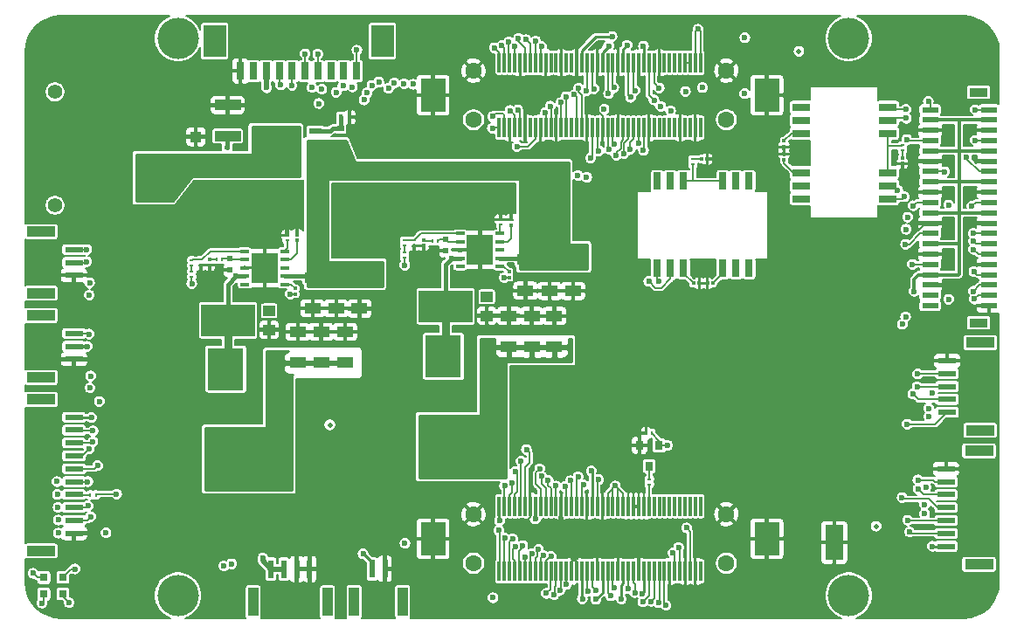
<source format=gbr>
%TF.GenerationSoftware,KiCad,Pcbnew,(5.1.8)-1*%
%TF.CreationDate,2021-06-12T11:00:53-04:00*%
%TF.ProjectId,pixc4-jetson-universal-carrier,70697863-342d-46a6-9574-736f6e2d756e,rev?*%
%TF.SameCoordinates,Original*%
%TF.FileFunction,Copper,L1,Top*%
%TF.FilePolarity,Positive*%
%FSLAX46Y46*%
G04 Gerber Fmt 4.6, Leading zero omitted, Abs format (unit mm)*
G04 Created by KiCad (PCBNEW (5.1.8)-1) date 2021-06-12 11:00:53*
%MOMM*%
%LPD*%
G01*
G04 APERTURE LIST*
%TA.AperFunction,SMDPad,CuDef*%
%ADD10R,3.500001X4.099999*%
%TD*%
%TA.AperFunction,SMDPad,CuDef*%
%ADD11R,3.500000X4.100000*%
%TD*%
%TA.AperFunction,ComponentPad*%
%ADD12C,4.000000*%
%TD*%
%TA.AperFunction,ComponentPad*%
%ADD13C,1.600000*%
%TD*%
%TA.AperFunction,SMDPad,CuDef*%
%ADD14R,2.450000X3.200000*%
%TD*%
%TA.AperFunction,SMDPad,CuDef*%
%ADD15R,0.300000X1.900000*%
%TD*%
%TA.AperFunction,SMDPad,CuDef*%
%ADD16R,1.800000X0.600000*%
%TD*%
%TA.AperFunction,SMDPad,CuDef*%
%ADD17R,2.800000X1.000000*%
%TD*%
%TA.AperFunction,SMDPad,CuDef*%
%ADD18R,0.280000X0.430000*%
%TD*%
%TA.AperFunction,SMDPad,CuDef*%
%ADD19R,1.800000X0.850000*%
%TD*%
%TA.AperFunction,SMDPad,CuDef*%
%ADD20R,1.600000X0.600000*%
%TD*%
%TA.AperFunction,SMDPad,CuDef*%
%ADD21R,0.400000X0.600000*%
%TD*%
%TA.AperFunction,SMDPad,CuDef*%
%ADD22R,0.430000X0.280000*%
%TD*%
%TA.AperFunction,SMDPad,CuDef*%
%ADD23R,0.600000X0.400000*%
%TD*%
%TA.AperFunction,SMDPad,CuDef*%
%ADD24R,3.750000X3.910000*%
%TD*%
%TA.AperFunction,SMDPad,CuDef*%
%ADD25R,1.270000X0.610000*%
%TD*%
%TA.AperFunction,ComponentPad*%
%ADD26C,3.500000*%
%TD*%
%TA.AperFunction,ComponentPad*%
%ADD27R,3.500000X3.500000*%
%TD*%
%TA.AperFunction,ComponentPad*%
%ADD28C,1.400000*%
%TD*%
%TA.AperFunction,SMDPad,CuDef*%
%ADD29R,0.800000X1.700000*%
%TD*%
%TA.AperFunction,SMDPad,CuDef*%
%ADD30R,2.200000X3.100000*%
%TD*%
%TA.AperFunction,SMDPad,CuDef*%
%ADD31R,0.700000X0.600000*%
%TD*%
%TA.AperFunction,SMDPad,CuDef*%
%ADD32R,1.100000X1.100000*%
%TD*%
%TA.AperFunction,SMDPad,CuDef*%
%ADD33R,2.500000X1.000000*%
%TD*%
%TA.AperFunction,SMDPad,CuDef*%
%ADD34R,0.800000X0.900000*%
%TD*%
%TA.AperFunction,SMDPad,CuDef*%
%ADD35R,1.143000X0.990600*%
%TD*%
%TA.AperFunction,SMDPad,CuDef*%
%ADD36R,5.207000X3.098800*%
%TD*%
%TA.AperFunction,SMDPad,CuDef*%
%ADD37R,2.600000X3.000000*%
%TD*%
%TA.AperFunction,SMDPad,CuDef*%
%ADD38R,0.860000X0.320000*%
%TD*%
%TA.AperFunction,SMDPad,CuDef*%
%ADD39R,1.714500X0.762000*%
%TD*%
%TA.AperFunction,SMDPad,CuDef*%
%ADD40R,0.762000X1.714500*%
%TD*%
%TA.AperFunction,SMDPad,CuDef*%
%ADD41R,1.800000X3.400000*%
%TD*%
%TA.AperFunction,SMDPad,CuDef*%
%ADD42R,0.600000X1.800000*%
%TD*%
%TA.AperFunction,SMDPad,CuDef*%
%ADD43R,1.000000X2.800000*%
%TD*%
%TA.AperFunction,SMDPad,CuDef*%
%ADD44C,0.500000*%
%TD*%
%TA.AperFunction,SMDPad,CuDef*%
%ADD45R,0.800000X0.800000*%
%TD*%
%TA.AperFunction,SMDPad,CuDef*%
%ADD46R,1.600000X1.000000*%
%TD*%
%TA.AperFunction,SMDPad,CuDef*%
%ADD47R,0.350000X0.300000*%
%TD*%
%TA.AperFunction,SMDPad,CuDef*%
%ADD48R,0.500000X0.600000*%
%TD*%
%TA.AperFunction,SMDPad,CuDef*%
%ADD49R,0.300000X0.350000*%
%TD*%
%TA.AperFunction,ComponentPad*%
%ADD50C,5.400000*%
%TD*%
%TA.AperFunction,ComponentPad*%
%ADD51C,0.800000*%
%TD*%
%TA.AperFunction,ViaPad*%
%ADD52C,0.600000*%
%TD*%
%TA.AperFunction,Conductor*%
%ADD53C,0.152400*%
%TD*%
%TA.AperFunction,Conductor*%
%ADD54C,0.508000*%
%TD*%
%TA.AperFunction,Conductor*%
%ADD55C,0.381000*%
%TD*%
%TA.AperFunction,Conductor*%
%ADD56C,0.304800*%
%TD*%
%TA.AperFunction,Conductor*%
%ADD57C,0.203200*%
%TD*%
%TA.AperFunction,Conductor*%
%ADD58C,0.254000*%
%TD*%
%TA.AperFunction,Conductor*%
%ADD59C,0.762000*%
%TD*%
%TA.AperFunction,Conductor*%
%ADD60C,0.100000*%
%TD*%
G04 APERTURE END LIST*
D10*
%TO.P,L1,2*%
%TO.N,+5V_FMU*%
X92831920Y-121054060D03*
D11*
%TO.P,L1,1*%
%TO.N,Net-(C20-Pad1)*%
X92831920Y-111554060D03*
%TD*%
D10*
%TO.P,L2,2*%
%TO.N,+5V*%
X71744840Y-122306480D03*
D11*
%TO.P,L2,1*%
%TO.N,Net-(C21-Pad1)*%
X71744840Y-112806480D03*
%TD*%
D12*
%TO.P,U5,*%
%TO.N,*%
X132105400Y-134734300D03*
X67105400Y-134734300D03*
X132105400Y-80734300D03*
X67105400Y-80734300D03*
%TD*%
D13*
%TO.P,J5,82*%
%TO.N,+5V*%
X120250000Y-88625000D03*
%TO.P,J5,81*%
X95750000Y-88625000D03*
D14*
%TO.P,J5,86*%
%TO.N,GND*%
X124175000Y-86250000D03*
%TO.P,J5,85*%
X91825000Y-86250000D03*
D13*
%TO.P,J5,84*%
X120250000Y-83875000D03*
%TO.P,J5,83*%
X95750000Y-83875000D03*
D15*
%TO.P,J5,80*%
%TO.N,3V3_SYS*%
X117750000Y-83100000D03*
%TO.P,J5,79*%
X117250000Y-83100000D03*
%TO.P,J5,78*%
%TO.N,+1V8*%
X116750000Y-83100000D03*
%TO.P,J5,77*%
X116250000Y-83100000D03*
%TO.P,J5,76*%
%TO.N,N/C*%
X115750000Y-83100000D03*
%TO.P,J5,75*%
X115250000Y-83100000D03*
%TO.P,J5,74*%
X114750000Y-83100000D03*
%TO.P,J5,73*%
X114250000Y-83100000D03*
%TO.P,J5,72*%
%TO.N,GND*%
X113750000Y-83100000D03*
%TO.P,J5,71*%
%TO.N,USB2-*%
X113250000Y-83100000D03*
%TO.P,J5,70*%
%TO.N,USB2+*%
X112750000Y-83100000D03*
%TO.P,J5,69*%
%TO.N,PORT_VBUS_2*%
X112250000Y-83100000D03*
%TO.P,J5,68*%
%TO.N,GND*%
X111750000Y-83100000D03*
%TO.P,J5,67*%
%TO.N,USB3-*%
X111250000Y-83100000D03*
%TO.P,J5,66*%
%TO.N,USB3+*%
X110750000Y-83100000D03*
%TO.P,J5,65*%
%TO.N,PORT_VBUS_3*%
X110250000Y-83100000D03*
%TO.P,J5,64*%
%TO.N,GND*%
X109750000Y-83100000D03*
%TO.P,J5,63*%
%TO.N,USB4-*%
X109250000Y-83100000D03*
%TO.P,J5,62*%
%TO.N,USB4+*%
X108750000Y-83100000D03*
%TO.P,J5,61*%
%TO.N,PORT_VBUS_4*%
X108250000Y-83100000D03*
%TO.P,J5,60*%
%TO.N,GND*%
X107750000Y-83100000D03*
%TO.P,J5,59*%
%TO.N,USB5-*%
X107250000Y-83100000D03*
%TO.P,J5,58*%
%TO.N,USB5+*%
X106750000Y-83100000D03*
%TO.P,J5,57*%
%TO.N,PORT_VBUS_5*%
X106250000Y-83100000D03*
%TO.P,J5,56*%
%TO.N,GND*%
X105750000Y-83100000D03*
%TO.P,J5,55*%
%TO.N,N/C*%
X105250000Y-83100000D03*
%TO.P,J5,54*%
X104750000Y-83100000D03*
%TO.P,J5,53*%
%TO.N,GND*%
X104250000Y-83100000D03*
%TO.P,J5,52*%
%TO.N,N/C*%
X103750000Y-83100000D03*
%TO.P,J5,51*%
X103250000Y-83100000D03*
%TO.P,J5,50*%
%TO.N,GND*%
X102750000Y-83100000D03*
%TO.P,J5,49*%
%TO.N,ETH_RADIO_TX_N*%
X102250000Y-83100000D03*
%TO.P,J5,48*%
%TO.N,ETH_RADIO_TX_P*%
X101750000Y-83100000D03*
%TO.P,J5,47*%
%TO.N,ETH_RADIO_RX_N*%
X101250000Y-83100000D03*
%TO.P,J5,46*%
%TO.N,ETH_RADIO_RX_P*%
X100750000Y-83100000D03*
%TO.P,J5,45*%
%TO.N,GND*%
X100250000Y-83100000D03*
%TO.P,J5,44*%
%TO.N,ETH_SPARE_RX_P*%
X99750000Y-83100000D03*
%TO.P,J5,43*%
%TO.N,ETH_SPARE_RX_N*%
X99250000Y-83100000D03*
%TO.P,J5,42*%
%TO.N,ETH_SPARE_TX_P*%
X98750000Y-83100000D03*
%TO.P,J5,41*%
%TO.N,ETH_SPARE_TX_N*%
X98250000Y-83100000D03*
%TO.P,J5,40*%
%TO.N,N/C*%
X117750000Y-89400000D03*
%TO.P,J5,39*%
%TO.N,GND*%
X117250000Y-89400000D03*
%TO.P,J5,38*%
%TO.N,N/C*%
X116750000Y-89400000D03*
%TO.P,J5,37*%
X116250000Y-89400000D03*
%TO.P,J5,36*%
%TO.N,GND*%
X115750000Y-89400000D03*
%TO.P,J5,35*%
%TO.N,N/C*%
X115250000Y-89400000D03*
%TO.P,J5,34*%
X114750000Y-89400000D03*
%TO.P,J5,33*%
X114250000Y-89400000D03*
%TO.P,J5,32*%
X113750000Y-89400000D03*
%TO.P,J5,31*%
X113250000Y-89400000D03*
%TO.P,J5,30*%
%TO.N,GND*%
X112750000Y-89400000D03*
%TO.P,J5,29*%
%TO.N,IRID_ON_OFF_3.3*%
X112250000Y-89400000D03*
%TO.P,J5,28*%
%TO.N,IRID_TX_IN_3.3*%
X111750000Y-89400000D03*
%TO.P,J5,27*%
%TO.N,IRID_RING_3.3*%
X111250000Y-89400000D03*
%TO.P,J5,26*%
%TO.N,IRID_NA_3.3*%
X110750000Y-89400000D03*
%TO.P,J5,25*%
%TO.N,IRID_RX_OUT_3.3*%
X110250000Y-89400000D03*
%TO.P,J5,24*%
%TO.N,GND*%
X109750000Y-89400000D03*
%TO.P,J5,23*%
%TO.N,CAM1_D2_N*%
X109250000Y-89400000D03*
%TO.P,J5,22*%
%TO.N,CAM1_D2_P*%
X108750000Y-89400000D03*
%TO.P,J5,21*%
%TO.N,GND*%
X108250000Y-89400000D03*
%TO.P,J5,20*%
%TO.N,CAM1_D3_N*%
X107750000Y-89400000D03*
%TO.P,J5,19*%
%TO.N,CAM1_D3_P*%
X107250000Y-89400000D03*
%TO.P,J5,18*%
%TO.N,GND*%
X106750000Y-89400000D03*
%TO.P,J5,17*%
%TO.N,CAM1_D0_N*%
X106250000Y-89400000D03*
%TO.P,J5,16*%
%TO.N,CAM1_D0_P*%
X105750000Y-89400000D03*
%TO.P,J5,15*%
%TO.N,N/C*%
X105250000Y-89400000D03*
%TO.P,J5,14*%
%TO.N,CAM1_C_N*%
X104750000Y-89400000D03*
%TO.P,J5,13*%
%TO.N,CAM1_C_P*%
X104250000Y-89400000D03*
%TO.P,J5,12*%
%TO.N,GND*%
X103750000Y-89400000D03*
%TO.P,J5,11*%
%TO.N,CAM1_D1_N*%
X103250000Y-89400000D03*
%TO.P,J5,10*%
%TO.N,CAM1_D1_P*%
X102750000Y-89400000D03*
%TO.P,J5,9*%
%TO.N,GND*%
X102250000Y-89400000D03*
%TO.P,J5,8*%
%TO.N,CAM_GPIO*%
X101750000Y-89400000D03*
%TO.P,J5,7*%
%TO.N,N/C*%
X101250000Y-89400000D03*
%TO.P,J5,6*%
%TO.N,GND*%
X100750000Y-89400000D03*
%TO.P,J5,5*%
%TO.N,CAM_SCL0*%
X100250000Y-89400000D03*
%TO.P,J5,4*%
%TO.N,CAM_SDA0*%
X99750000Y-89400000D03*
%TO.P,J5,3*%
%TO.N,GND*%
X99250000Y-89400000D03*
%TO.P,J5,2*%
%TO.N,XAVIER_CONSOLE_TX_OUT*%
X98750000Y-89400000D03*
%TO.P,J5,1*%
%TO.N,XAVIER_CONSOLE_RX_IN*%
X98250000Y-89400000D03*
%TD*%
D13*
%TO.P,J6,82*%
%TO.N,+5V*%
X120250000Y-131625000D03*
%TO.P,J6,81*%
X95750000Y-131625000D03*
D14*
%TO.P,J6,86*%
%TO.N,GND*%
X124175000Y-129250000D03*
%TO.P,J6,85*%
X91825000Y-129250000D03*
D13*
%TO.P,J6,84*%
X120250000Y-126875000D03*
%TO.P,J6,83*%
X95750000Y-126875000D03*
D15*
%TO.P,J6,80*%
%TO.N,N/C*%
X117750000Y-126100000D03*
%TO.P,J6,79*%
X117250000Y-126100000D03*
%TO.P,J6,78*%
X116750000Y-126100000D03*
%TO.P,J6,77*%
X116250000Y-126100000D03*
%TO.P,J6,76*%
X115750000Y-126100000D03*
%TO.P,J6,75*%
X115250000Y-126100000D03*
%TO.P,J6,74*%
X114750000Y-126100000D03*
%TO.P,J6,73*%
X114250000Y-126100000D03*
%TO.P,J6,72*%
X113750000Y-126100000D03*
%TO.P,J6,71*%
X113250000Y-126100000D03*
%TO.P,J6,70*%
%TO.N,~VDD_POWERA_VALID*%
X112750000Y-126100000D03*
%TO.P,J6,69*%
%TO.N,GND*%
X112250000Y-126100000D03*
%TO.P,J6,68*%
X111750000Y-126100000D03*
%TO.P,J6,67*%
X111250000Y-126100000D03*
%TO.P,J6,66*%
X110750000Y-126100000D03*
%TO.P,J6,65*%
%TO.N,+5V_FMU*%
X110250000Y-126100000D03*
%TO.P,J6,64*%
X109750000Y-126100000D03*
%TO.P,J6,63*%
X109250000Y-126100000D03*
%TO.P,J6,62*%
X108750000Y-126100000D03*
%TO.P,J6,61*%
%TO.N,GND*%
X108250000Y-126100000D03*
%TO.P,J6,60*%
%TO.N,RC_INPUT*%
X107750000Y-126100000D03*
%TO.P,J6,59*%
%TO.N,+VDD_5V_RADIO*%
X107250000Y-126100000D03*
%TO.P,J6,58*%
%TO.N,GND*%
X106750000Y-126100000D03*
%TO.P,J6,57*%
%TO.N,BUZZER_OUT*%
X106250000Y-126100000D03*
%TO.P,J6,56*%
%TO.N,SAFETY_VDD*%
X105750000Y-126100000D03*
%TO.P,J6,55*%
%TO.N,~SAFETY_SWITCH_LED_OUT*%
X105250000Y-126100000D03*
%TO.P,J6,54*%
%TO.N,SAFETY_SWITCH_IN*%
X104750000Y-126100000D03*
%TO.P,J6,53*%
%TO.N,GND*%
X104250000Y-126100000D03*
%TO.P,J6,52*%
%TO.N,FMU_I2C_1_SDA*%
X103750000Y-126100000D03*
%TO.P,J6,51*%
%TO.N,FMU_I2C_1_SCL*%
X103250000Y-126100000D03*
%TO.P,J6,50*%
%TO.N,GPS1_RX*%
X102750000Y-126100000D03*
%TO.P,J6,49*%
%TO.N,GPS1_TX*%
X102250000Y-126100000D03*
%TO.P,J6,48*%
%TO.N,+VDD_5V_PERIPH*%
X101750000Y-126100000D03*
%TO.P,J6,47*%
%TO.N,GND*%
X101250000Y-126100000D03*
%TO.P,J6,46*%
%TO.N,SPI5_CS2_EXTERNAL1*%
X100750000Y-126100000D03*
%TO.P,J6,45*%
%TO.N,SPI5_CS1_EXTERNAL1*%
X100250000Y-126100000D03*
%TO.P,J6,44*%
%TO.N,SPI5_MOSI_EXTERNAL1*%
X99750000Y-126100000D03*
%TO.P,J6,43*%
%TO.N,SPI5_MISO_EXTERNAL1*%
X99250000Y-126100000D03*
%TO.P,J6,42*%
%TO.N,SPI5_SCK_EXTERNAL1*%
X98750000Y-126100000D03*
%TO.P,J6,41*%
%TO.N,+VDD_5V_PERIPH*%
X98250000Y-126100000D03*
%TO.P,J6,40*%
%TO.N,N/C*%
X117750000Y-132400000D03*
%TO.P,J6,39*%
%TO.N,GND*%
X117250000Y-132400000D03*
%TO.P,J6,38*%
%TO.N,+VDD_SERVO*%
X116750000Y-132400000D03*
%TO.P,J6,37*%
%TO.N,GND*%
X116250000Y-132400000D03*
%TO.P,J6,36*%
%TO.N,BATT_VOLTAGE_SENS_PROT*%
X115750000Y-132400000D03*
%TO.P,J6,35*%
%TO.N,BATT_CURRENT_SENS_PROT*%
X115250000Y-132400000D03*
%TO.P,J6,34*%
%TO.N,GND*%
X114750000Y-132400000D03*
%TO.P,J6,33*%
%TO.N,TELEM1_TX*%
X114250000Y-132400000D03*
%TO.P,J6,32*%
%TO.N,TELEM1_RX*%
X113750000Y-132400000D03*
%TO.P,J6,31*%
%TO.N,TELEM1_CTS*%
X113250000Y-132400000D03*
%TO.P,J6,30*%
%TO.N,TELEM1_RTS*%
X112750000Y-132400000D03*
%TO.P,J6,29*%
%TO.N,+VDD_5V_PERIPH*%
X112250000Y-132400000D03*
%TO.P,J6,28*%
%TO.N,GND*%
X111750000Y-132400000D03*
%TO.P,J6,27*%
%TO.N,CAN_L_1-*%
X111250000Y-132400000D03*
%TO.P,J6,26*%
%TO.N,CAN_H_1+*%
X110750000Y-132400000D03*
%TO.P,J6,25*%
%TO.N,+VDD_5V_PERIPH*%
X110250000Y-132400000D03*
%TO.P,J6,24*%
%TO.N,GND*%
X109750000Y-132400000D03*
%TO.P,J6,23*%
%TO.N,CAN_L_2-*%
X109250000Y-132400000D03*
%TO.P,J6,22*%
%TO.N,CAN_H_2+*%
X108750000Y-132400000D03*
%TO.P,J6,21*%
%TO.N,+VDD_5V_PERIPH*%
X108250000Y-132400000D03*
%TO.P,J6,20*%
%TO.N,GND*%
X107750000Y-132400000D03*
%TO.P,J6,19*%
%TO.N,FMU_I2C_2_SDA*%
X107250000Y-132400000D03*
%TO.P,J6,18*%
%TO.N,FMU_I2C_2_SCL*%
X106750000Y-132400000D03*
%TO.P,J6,17*%
%TO.N,+VDD_5V_PERIPH*%
X106250000Y-132400000D03*
%TO.P,J6,16*%
%TO.N,GND*%
X105750000Y-132400000D03*
%TO.P,J6,15*%
X105250000Y-132400000D03*
%TO.P,J6,14*%
%TO.N,FMU-CH6-PROT*%
X104750000Y-132400000D03*
%TO.P,J6,13*%
%TO.N,FMU-CH5-PROT*%
X104250000Y-132400000D03*
%TO.P,J6,12*%
%TO.N,FMU-CH4-PROT*%
X103750000Y-132400000D03*
%TO.P,J6,11*%
%TO.N,FMU-CH3-PROT*%
X103250000Y-132400000D03*
%TO.P,J6,10*%
%TO.N,FMU-CH2-PROT*%
X102750000Y-132400000D03*
%TO.P,J6,9*%
%TO.N,FMU-CH1-PROT*%
X102250000Y-132400000D03*
%TO.P,J6,8*%
%TO.N,IO-CH8-PROT*%
X101750000Y-132400000D03*
%TO.P,J6,7*%
%TO.N,IO-CH7-PROT*%
X101250000Y-132400000D03*
%TO.P,J6,6*%
%TO.N,IO-CH6-PROT*%
X100750000Y-132400000D03*
%TO.P,J6,5*%
%TO.N,IO-CH5-PROT*%
X100250000Y-132400000D03*
%TO.P,J6,4*%
%TO.N,IO-CH4-PROT*%
X99750000Y-132400000D03*
%TO.P,J6,3*%
%TO.N,IO-CH3-PROT*%
X99250000Y-132400000D03*
%TO.P,J6,2*%
%TO.N,IO-CH2-PROT*%
X98750000Y-132400000D03*
%TO.P,J6,1*%
%TO.N,IO-CH1-PROT*%
X98250000Y-132400000D03*
%TD*%
D16*
%TO.P,J19,1*%
%TO.N,FMU-CH3-PROT*%
X141650920Y-116990500D03*
%TO.P,J19,2*%
%TO.N,FMU-CH4-PROT*%
X141650920Y-115740500D03*
%TO.P,J19,3*%
%TO.N,FMU-CH5-PROT*%
X141650920Y-114490500D03*
%TO.P,J19,4*%
%TO.N,FMU-CH6-PROT*%
X141650920Y-113240500D03*
%TO.P,J19,5*%
%TO.N,GND*%
X141650920Y-111990500D03*
D17*
%TO.P,J19,*%
%TO.N,*%
X144850920Y-110240500D03*
X144850920Y-118740500D03*
%TD*%
D16*
%TO.P,J16,1*%
%TO.N,RC_INPUT*%
X57027680Y-109349980D03*
%TO.P,J16,2*%
%TO.N,+VDD_5V_RADIO*%
X57027680Y-110599980D03*
%TO.P,J16,3*%
%TO.N,GND*%
X57027680Y-111849980D03*
D17*
%TO.P,J16,*%
%TO.N,*%
X53827680Y-113599980D03*
X53827680Y-107599980D03*
%TD*%
D18*
%TO.P,R19,1*%
%TO.N,Net-(J20-Pad7)*%
X58623200Y-124993400D03*
%TO.P,R19,2*%
%TO.N,~SAFETY_SWITCH_LED_OUT*%
X59143200Y-124993400D03*
%TD*%
D19*
%TO.P,J15,*%
%TO.N,*%
X144694360Y-85979940D03*
X144694360Y-108329940D03*
D20*
%TO.P,J15,40*%
%TO.N,GND*%
X145694360Y-106654940D03*
%TO.P,J15,39*%
%TO.N,N/C*%
X139994360Y-106654940D03*
%TO.P,J15,38*%
%TO.N,FMU_I2C_2_SDA*%
X145694360Y-105654940D03*
%TO.P,J15,37*%
%TO.N,N/C*%
X139994360Y-105654940D03*
%TO.P,J15,36*%
%TO.N,FMU_I2C_2_SCL*%
X145694360Y-104654940D03*
%TO.P,J15,35*%
%TO.N,GND*%
X139994360Y-104654940D03*
%TO.P,J15,34*%
%TO.N,+VDD_5V_PERIPH*%
X145694360Y-103654940D03*
%TO.P,J15,33*%
%TO.N,+VDD_SERVO*%
X139994360Y-103654940D03*
%TO.P,J15,32*%
%TO.N,GND*%
X145694360Y-102654940D03*
%TO.P,J15,31*%
%TO.N,IO-CH6-PROT*%
X139994360Y-102654940D03*
%TO.P,J15,30*%
%TO.N,CAN_L_1-*%
X145694360Y-101654940D03*
%TO.P,J15,29*%
%TO.N,GND*%
X139994360Y-101654940D03*
%TO.P,J15,28*%
%TO.N,CAN_H_1+*%
X145694360Y-100654940D03*
%TO.P,J15,27*%
%TO.N,+VDD_SERVO*%
X139994360Y-100654940D03*
%TO.P,J15,26*%
%TO.N,+VDD_5V_PERIPH*%
X145694360Y-99654940D03*
%TO.P,J15,25*%
%TO.N,IO-CH5-PROT*%
X139994360Y-99654940D03*
%TO.P,J15,24*%
%TO.N,GND*%
X145694360Y-98654940D03*
%TO.P,J15,23*%
X139994360Y-98654940D03*
%TO.P,J15,22*%
%TO.N,+VDD_SERVO*%
X145694360Y-97654940D03*
%TO.P,J15,21*%
X139994360Y-97654940D03*
%TO.P,J15,20*%
%TO.N,FMU-CH2-PROT*%
X145694360Y-96654940D03*
%TO.P,J15,19*%
%TO.N,IO-CH4-PROT*%
X139994360Y-96654940D03*
%TO.P,J15,18*%
%TO.N,GND*%
X145694360Y-95654940D03*
%TO.P,J15,17*%
X139994360Y-95654940D03*
%TO.P,J15,16*%
%TO.N,+VDD_SERVO*%
X145694360Y-94654940D03*
%TO.P,J15,15*%
X139994360Y-94654940D03*
%TO.P,J15,14*%
%TO.N,FMU-CH1-PROT*%
X145694360Y-93654940D03*
%TO.P,J15,13*%
%TO.N,IO-CH3-PROT*%
X139994360Y-93654940D03*
%TO.P,J15,12*%
%TO.N,GND*%
X145694360Y-92654940D03*
%TO.P,J15,11*%
X139994360Y-92654940D03*
%TO.P,J15,10*%
%TO.N,+VDD_SERVO*%
X145694360Y-91654940D03*
%TO.P,J15,9*%
X139994360Y-91654940D03*
%TO.P,J15,8*%
%TO.N,IO-CH8-PROT*%
X145694360Y-90654940D03*
%TO.P,J15,7*%
%TO.N,IO-CH2-PROT*%
X139994360Y-90654940D03*
%TO.P,J15,6*%
%TO.N,GND*%
X145694360Y-89654940D03*
%TO.P,J15,5*%
X139994360Y-89654940D03*
%TO.P,J15,4*%
%TO.N,+VDD_SERVO*%
X145694360Y-88654940D03*
%TO.P,J15,3*%
X139994360Y-88654940D03*
%TO.P,J15,2*%
%TO.N,IO-CH7-PROT*%
X145694360Y-87654940D03*
%TO.P,J15,1*%
%TO.N,IO-CH1-PROT*%
X139994360Y-87654940D03*
%TD*%
D21*
%TO.P,R18,1*%
%TO.N,Net-(D6-Pad2)*%
X82856500Y-88379300D03*
%TO.P,R18,2*%
%TO.N,GND*%
X83756500Y-88379300D03*
%TD*%
D22*
%TO.P,R12,1*%
%TO.N,Net-(R11-Pad2)*%
X89979500Y-100298600D03*
%TO.P,R12,2*%
%TO.N,GND*%
X89979500Y-100818600D03*
%TD*%
%TO.P,R11,1*%
%TO.N,Net-(R10-Pad2)*%
X89090500Y-100824600D03*
%TO.P,R11,2*%
%TO.N,Net-(R11-Pad2)*%
X89090500Y-100304600D03*
%TD*%
%TO.P,R10,1*%
%TO.N,+5V_FMU*%
X89090500Y-101980300D03*
%TO.P,R10,2*%
%TO.N,Net-(R10-Pad2)*%
X89090500Y-101460300D03*
%TD*%
D23*
%TO.P,R5,1*%
%TO.N,Net-(D1-Pad1)*%
X71869300Y-92251100D03*
%TO.P,R5,2*%
%TO.N,Net-(C9-Pad1)*%
X71869300Y-91351100D03*
%TD*%
D24*
%TO.P,Q2,9*%
%TO.N,Net-(D1-Pad1)*%
X77076700Y-91630500D03*
D25*
%TO.P,Q2,8*%
X75066700Y-93535500D03*
%TO.P,Q2,7*%
X75066700Y-92265500D03*
%TO.P,Q2,6*%
X75066700Y-90995500D03*
%TO.P,Q2,5*%
X75066700Y-89725500D03*
%TO.P,Q2,4*%
%TO.N,Net-(D6-Pad2)*%
X80406700Y-89725500D03*
%TO.P,Q2,3*%
%TO.N,+BATT*%
X80406700Y-90995500D03*
%TO.P,Q2,2*%
X80406700Y-92265500D03*
%TO.P,Q2,1*%
X80406700Y-93535500D03*
%TD*%
D26*
%TO.P,J27,2*%
%TO.N,Net-(D1-Pad1)*%
X65194180Y-93920320D03*
D27*
%TO.P,J27,1*%
%TO.N,GND*%
X65194180Y-88920320D03*
D28*
%TO.P,J27,*%
%TO.N,*%
X55194180Y-96920320D03*
X55194180Y-85920320D03*
%TD*%
D16*
%TO.P,J25,1*%
%TO.N,+VDD_5V_PERIPH*%
X141539160Y-129980380D03*
%TO.P,J25,2*%
%TO.N,SPI5_SCK_EXTERNAL1*%
X141539160Y-128730380D03*
%TO.P,J25,3*%
%TO.N,SPI5_MISO_EXTERNAL1*%
X141539160Y-127480380D03*
%TO.P,J25,4*%
%TO.N,SPI5_MOSI_EXTERNAL1*%
X141539160Y-126230380D03*
%TO.P,J25,5*%
%TO.N,SPI5_CS1_EXTERNAL1*%
X141539160Y-124980380D03*
%TO.P,J25,6*%
%TO.N,SPI5_CS2_EXTERNAL1*%
X141539160Y-123730380D03*
%TO.P,J25,7*%
%TO.N,GND*%
X141539160Y-122480380D03*
D17*
%TO.P,J25,*%
%TO.N,*%
X144739160Y-120730380D03*
X144739160Y-131730380D03*
%TD*%
D16*
%TO.P,J20,1*%
%TO.N,+VDD_5V_PERIPH*%
X57027680Y-117464160D03*
%TO.P,J20,2*%
%TO.N,GPS1_TX*%
X57027680Y-118714160D03*
%TO.P,J20,3*%
%TO.N,GPS1_RX*%
X57027680Y-119964160D03*
%TO.P,J20,4*%
%TO.N,FMU_I2C_1_SCL*%
X57027680Y-121214160D03*
%TO.P,J20,5*%
%TO.N,FMU_I2C_1_SDA*%
X57027680Y-122464160D03*
%TO.P,J20,6*%
%TO.N,SAFETY_SWITCH_IN*%
X57027680Y-123714160D03*
%TO.P,J20,7*%
%TO.N,Net-(J20-Pad7)*%
X57027680Y-124964160D03*
%TO.P,J20,8*%
%TO.N,SAFETY_VDD*%
X57027680Y-126214160D03*
%TO.P,J20,9*%
%TO.N,BUZZER_OUT*%
X57027680Y-127464160D03*
%TO.P,J20,10*%
%TO.N,GND*%
X57027680Y-128714160D03*
D17*
%TO.P,J20,*%
%TO.N,*%
X53827680Y-130439160D03*
X53827680Y-115739160D03*
%TD*%
D16*
%TO.P,J13,1*%
%TO.N,BATT_VOLTAGE_SENS_PROT*%
X57027680Y-101210800D03*
%TO.P,J13,2*%
%TO.N,BATT_CURRENT_SENS_PROT*%
X57027680Y-102460800D03*
%TO.P,J13,3*%
%TO.N,GND*%
X57027680Y-103710800D03*
D17*
%TO.P,J13,*%
%TO.N,*%
X53827680Y-105460800D03*
X53827680Y-99460800D03*
%TD*%
D29*
%TO.P,J10,1*%
%TO.N,IRID_RX_OUT_3.3*%
X84415800Y-83893320D03*
%TO.P,J10,2*%
%TO.N,N/C*%
X83165800Y-83893320D03*
%TO.P,J10,3*%
X81915800Y-83893320D03*
%TO.P,J10,4*%
%TO.N,IRID_NA_3.3*%
X80665800Y-83893320D03*
%TO.P,J10,5*%
%TO.N,IRID_RING_3.3*%
X79415800Y-83893320D03*
%TO.P,J10,6*%
%TO.N,IRID_TX_IN_3.3*%
X78165800Y-83893320D03*
%TO.P,J10,7*%
%TO.N,IRID_ON_OFF_3.3*%
X76915800Y-83893320D03*
%TO.P,J10,8*%
%TO.N,+5V*%
X75665800Y-83893320D03*
%TO.P,J10,9*%
%TO.N,N/C*%
X74415800Y-83893320D03*
%TO.P,J10,10*%
%TO.N,GND*%
X73165800Y-83893320D03*
D30*
%TO.P,J10,*%
%TO.N,*%
X86915800Y-80993320D03*
X70665800Y-80993320D03*
%TD*%
D31*
%TO.P,D6,2*%
%TO.N,Net-(D6-Pad2)*%
X82854800Y-89470000D03*
%TO.P,D6,1*%
%TO.N,+BATT*%
X82854800Y-90870000D03*
%TD*%
D32*
%TO.P,D1,1*%
%TO.N,Net-(D1-Pad1)*%
X68834000Y-93081300D03*
%TO.P,D1,2*%
%TO.N,GND*%
X68834000Y-90281300D03*
%TD*%
D33*
%TO.P,C9,1*%
%TO.N,Net-(C9-Pad1)*%
X71920100Y-90209500D03*
%TO.P,C9,2*%
%TO.N,GND*%
X71920100Y-87209500D03*
%TD*%
D22*
%TO.P,R2,1*%
%TO.N,~VDD_POWERA_VALID*%
X112801400Y-123980860D03*
%TO.P,R2,2*%
%TO.N,Net-(Q1-Pad3)*%
X112801400Y-123460860D03*
%TD*%
D18*
%TO.P,R1,1*%
%TO.N,+5V_FMU*%
X113004600Y-119011700D03*
%TO.P,R1,2*%
%TO.N,GND*%
X112484600Y-119011700D03*
%TD*%
D34*
%TO.P,Q1,1*%
%TO.N,+5V_FMU*%
X113726000Y-120199400D03*
%TO.P,Q1,2*%
%TO.N,GND*%
X111826000Y-120199400D03*
%TO.P,Q1,3*%
%TO.N,Net-(Q1-Pad3)*%
X112776000Y-122199400D03*
%TD*%
D35*
%TO.P,D2,3*%
%TO.N,N/C*%
X97038160Y-105793019D03*
%TO.P,D2,2*%
%TO.N,GND*%
X97038160Y-107633021D03*
D36*
%TO.P,D2,1*%
%TO.N,Net-(C20-Pad1)*%
X93050360Y-106713020D03*
%TD*%
D35*
%TO.P,D3,3*%
%TO.N,N/C*%
X75948540Y-107151398D03*
%TO.P,D3,2*%
%TO.N,GND*%
X75948540Y-108991400D03*
D36*
%TO.P,D3,1*%
%TO.N,Net-(C21-Pad1)*%
X71960740Y-108071399D03*
%TD*%
D37*
%TO.P,U4,11*%
%TO.N,GND*%
X75498960Y-102994460D03*
D38*
%TO.P,U4,10*%
%TO.N,N/C*%
X73563960Y-104594460D03*
%TO.P,U4,9*%
%TO.N,Net-(C21-Pad1)*%
X73563960Y-103794460D03*
%TO.P,U4,8*%
%TO.N,GND*%
X73563960Y-102994460D03*
%TO.P,U4,7*%
%TO.N,Net-(C19-Pad1)*%
X73563960Y-102194460D03*
%TO.P,U4,6*%
%TO.N,Net-(R14-Pad2)*%
X73563960Y-101394460D03*
%TO.P,U4,5*%
%TO.N,Net-(R9-Pad2)*%
X77433960Y-101394460D03*
%TO.P,U4,4*%
%TO.N,Net-(C15-Pad1)*%
X77433960Y-102194460D03*
%TO.P,U4,3*%
%TO.N,N/C*%
X77433960Y-102994460D03*
%TO.P,U4,2*%
%TO.N,+BATT*%
X77433960Y-103794460D03*
%TO.P,U4,1*%
%TO.N,Net-(C21-Pad2)*%
X77433960Y-104594460D03*
%TD*%
D37*
%TO.P,U3,11*%
%TO.N,GND*%
X96382840Y-101244400D03*
D38*
%TO.P,U3,10*%
%TO.N,N/C*%
X94447840Y-102844400D03*
%TO.P,U3,9*%
%TO.N,Net-(C20-Pad1)*%
X94447840Y-102044400D03*
%TO.P,U3,8*%
%TO.N,GND*%
X94447840Y-101244400D03*
%TO.P,U3,7*%
%TO.N,Net-(C18-Pad1)*%
X94447840Y-100444400D03*
%TO.P,U3,6*%
%TO.N,Net-(R11-Pad2)*%
X94447840Y-99644400D03*
%TO.P,U3,5*%
%TO.N,Net-(R8-Pad2)*%
X98317840Y-99644400D03*
%TO.P,U3,4*%
%TO.N,Net-(C14-Pad1)*%
X98317840Y-100444400D03*
%TO.P,U3,3*%
%TO.N,N/C*%
X98317840Y-101244400D03*
%TO.P,U3,2*%
%TO.N,+BATT*%
X98317840Y-102044400D03*
%TO.P,U3,1*%
%TO.N,Net-(C20-Pad2)*%
X98317840Y-102844400D03*
%TD*%
D39*
%TO.P,U2,12*%
%TO.N,ETH_SPARE_RX_POSTMAG_P*%
X135910320Y-87396320D03*
%TO.P,U2,11*%
%TO.N,ETH_SPARE_RX_POSTMAG_N*%
X135910320Y-88666320D03*
%TO.P,U2,10*%
%TO.N,Net-(R4-Pad2)*%
X135910320Y-89936320D03*
%TO.P,U2,8*%
%TO.N,ETH_SPARE_TX_POSTMAG_P*%
X135910320Y-95016320D03*
%TO.P,U2,9*%
%TO.N,Net-(R4-Pad2)*%
X135910320Y-93746320D03*
%TO.P,U2,7*%
%TO.N,ETH_SPARE_TX_POSTMAG_N*%
X135910320Y-96286320D03*
%TO.P,U2,6*%
%TO.N,ETH_SPARE_TX_N*%
X127464820Y-96286320D03*
%TO.P,U2,4*%
%TO.N,Net-(C4-Pad1)*%
X127464820Y-93746320D03*
%TO.P,U2,3*%
%TO.N,Net-(C2-Pad1)*%
X127464820Y-89936320D03*
%TO.P,U2,2*%
%TO.N,ETH_SPARE_RX_N*%
X127464820Y-88666320D03*
%TO.P,U2,1*%
%TO.N,ETH_SPARE_RX_P*%
X127464820Y-87396320D03*
%TO.P,U2,5*%
%TO.N,ETH_SPARE_TX_P*%
X127464820Y-95016320D03*
%TD*%
D40*
%TO.P,U1,12*%
%TO.N,ETH_RADIO_RX_POSTMAG_P*%
X113565940Y-94569280D03*
%TO.P,U1,11*%
%TO.N,ETH_RADIO_RX_POSTMAG_N*%
X114835940Y-94569280D03*
%TO.P,U1,10*%
%TO.N,Net-(R3-Pad2)*%
X116105940Y-94569280D03*
%TO.P,U1,8*%
%TO.N,ETH_RADIO_TX_POSTMAG_P*%
X121185940Y-94569280D03*
%TO.P,U1,9*%
%TO.N,Net-(R3-Pad2)*%
X119915940Y-94569280D03*
%TO.P,U1,7*%
%TO.N,ETH_RADIO_TX_POSTMAG_N*%
X122455940Y-94569280D03*
%TO.P,U1,6*%
%TO.N,ETH_RADIO_TX_N*%
X122455940Y-103014780D03*
%TO.P,U1,4*%
%TO.N,Net-(C3-Pad1)*%
X119915940Y-103014780D03*
%TO.P,U1,3*%
%TO.N,Net-(C1-Pad1)*%
X116105940Y-103014780D03*
%TO.P,U1,2*%
%TO.N,ETH_RADIO_RX_N*%
X114835940Y-103014780D03*
%TO.P,U1,1*%
%TO.N,ETH_RADIO_RX_P*%
X113565940Y-103014780D03*
%TO.P,U1,5*%
%TO.N,ETH_RADIO_TX_P*%
X121185940Y-103014780D03*
%TD*%
D41*
%TO.P,TP1,1*%
%TO.N,GND*%
X130708400Y-129616200D03*
%TD*%
D22*
%TO.P,R15,1*%
%TO.N,Net-(R14-Pad2)*%
X69331840Y-102202680D03*
%TO.P,R15,2*%
%TO.N,GND*%
X69331840Y-102722680D03*
%TD*%
%TO.P,R14,1*%
%TO.N,Net-(R13-Pad2)*%
X68442840Y-102734680D03*
%TO.P,R14,2*%
%TO.N,Net-(R14-Pad2)*%
X68442840Y-102214680D03*
%TD*%
%TO.P,R13,1*%
%TO.N,+5V*%
X68442840Y-103840280D03*
%TO.P,R13,2*%
%TO.N,Net-(R13-Pad2)*%
X68442840Y-103320280D03*
%TD*%
%TO.P,R9,1*%
%TO.N,GND*%
X77688440Y-99815080D03*
%TO.P,R9,2*%
%TO.N,Net-(R9-Pad2)*%
X77688440Y-100335080D03*
%TD*%
D18*
%TO.P,R7,1*%
%TO.N,Net-(C17-Pad1)*%
X70875240Y-102163880D03*
%TO.P,R7,2*%
%TO.N,Net-(C19-Pad1)*%
X71395240Y-102163880D03*
%TD*%
D22*
%TO.P,R8,1*%
%TO.N,GND*%
X98374200Y-98299620D03*
%TO.P,R8,2*%
%TO.N,Net-(R8-Pad2)*%
X98374200Y-98819620D03*
%TD*%
D18*
%TO.P,R6,1*%
%TO.N,Net-(C16-Pad1)*%
X91777820Y-100403660D03*
%TO.P,R6,2*%
%TO.N,Net-(C18-Pad1)*%
X92297820Y-100403660D03*
%TD*%
D22*
%TO.P,R4,1*%
%TO.N,Net-(C6-Pad1)*%
X137299700Y-91592400D03*
%TO.P,R4,2*%
%TO.N,Net-(R4-Pad2)*%
X137299700Y-91072400D03*
%TD*%
%TO.P,R3,1*%
%TO.N,Net-(C5-Pad1)*%
X117005100Y-92411900D03*
%TO.P,R3,2*%
%TO.N,Net-(R3-Pad2)*%
X117005100Y-92931900D03*
%TD*%
D42*
%TO.P,J12,1*%
%TO.N,+BATT*%
X76123320Y-132189420D03*
%TO.P,J12,2*%
X77373320Y-132189420D03*
%TO.P,J12,3*%
%TO.N,GND*%
X78623320Y-132189420D03*
%TO.P,J12,4*%
X79873320Y-132189420D03*
D43*
%TO.P,J12,*%
%TO.N,*%
X81598320Y-135389420D03*
X74398320Y-135389420D03*
%TD*%
D42*
%TO.P,J11,1*%
%TO.N,+5V*%
X85910420Y-132168900D03*
%TO.P,J11,2*%
%TO.N,GND*%
X87160420Y-132168900D03*
D43*
%TO.P,J11,*%
%TO.N,*%
X88885420Y-135368900D03*
X84185420Y-135368900D03*
%TD*%
D44*
%TO.P,FID4,~*%
%TO.N,N/C*%
X127279400Y-81991200D03*
%TD*%
%TO.P,FID2,~*%
%TO.N,N/C*%
X134759700Y-128041400D03*
%TD*%
%TO.P,FID1,~*%
%TO.N,N/C*%
X81826100Y-118211600D03*
%TD*%
D45*
%TO.P,D5,2*%
%TO.N,+5V_FMU*%
X55956200Y-132981900D03*
%TO.P,D5,1*%
%TO.N,Net-(D5-Pad1)*%
X55956200Y-134581900D03*
%TD*%
%TO.P,D4,2*%
%TO.N,+5V*%
X54114700Y-133007300D03*
%TO.P,D4,1*%
%TO.N,Net-(D4-Pad1)*%
X54114700Y-134607300D03*
%TD*%
D46*
%TO.P,C27,1*%
%TO.N,+5V*%
X83309460Y-112180500D03*
%TO.P,C27,2*%
%TO.N,GND*%
X83309460Y-109180500D03*
%TD*%
%TO.P,C25,1*%
%TO.N,+5V*%
X80995520Y-112181900D03*
%TO.P,C25,2*%
%TO.N,GND*%
X80995520Y-109181900D03*
%TD*%
%TO.P,C23,1*%
%TO.N,+5V*%
X78712060Y-112194600D03*
%TO.P,C23,2*%
%TO.N,GND*%
X78712060Y-109194600D03*
%TD*%
D47*
%TO.P,C21,1*%
%TO.N,Net-(C21-Pad1)*%
X78475840Y-105543280D03*
%TO.P,C21,2*%
%TO.N,Net-(C21-Pad2)*%
X78475840Y-104983280D03*
%TD*%
D48*
%TO.P,C19,1*%
%TO.N,Net-(C19-Pad1)*%
X72151240Y-102105280D03*
%TO.P,C19,2*%
%TO.N,GND*%
X72151240Y-103205280D03*
%TD*%
D47*
%TO.P,C17,1*%
%TO.N,Net-(C17-Pad1)*%
X70170040Y-102189280D03*
%TO.P,C17,2*%
%TO.N,GND*%
X70170040Y-102749280D03*
%TD*%
%TO.P,C15,1*%
%TO.N,Net-(C15-Pad1)*%
X78653640Y-100309680D03*
%TO.P,C15,2*%
%TO.N,GND*%
X78653640Y-99749680D03*
%TD*%
D46*
%TO.P,C13,1*%
%TO.N,+BATT*%
X84703920Y-103931720D03*
%TO.P,C13,2*%
%TO.N,GND*%
X84703920Y-106931720D03*
%TD*%
%TO.P,C11,1*%
%TO.N,+BATT*%
X82443320Y-103906320D03*
%TO.P,C11,2*%
%TO.N,GND*%
X82443320Y-106906320D03*
%TD*%
%TO.P,C8,1*%
%TO.N,+BATT*%
X80159860Y-103906060D03*
%TO.P,C8,2*%
%TO.N,GND*%
X80159860Y-106906060D03*
%TD*%
%TO.P,C26,1*%
%TO.N,+5V_FMU*%
X103571040Y-110644940D03*
%TO.P,C26,2*%
%TO.N,GND*%
X103571040Y-107644940D03*
%TD*%
%TO.P,C24,1*%
%TO.N,+5V_FMU*%
X101394260Y-110647740D03*
%TO.P,C24,2*%
%TO.N,GND*%
X101394260Y-107647740D03*
%TD*%
%TO.P,C22,1*%
%TO.N,+5V_FMU*%
X99181920Y-110632500D03*
%TO.P,C22,2*%
%TO.N,GND*%
X99181920Y-107632500D03*
%TD*%
D47*
%TO.P,C20,1*%
%TO.N,Net-(C20-Pad1)*%
X99204780Y-103950700D03*
%TO.P,C20,2*%
%TO.N,Net-(C20-Pad2)*%
X99204780Y-103390700D03*
%TD*%
D48*
%TO.P,C18,1*%
%TO.N,Net-(C18-Pad1)*%
X93037660Y-100225860D03*
%TO.P,C18,2*%
%TO.N,GND*%
X93037660Y-101325860D03*
%TD*%
D47*
%TO.P,C16,1*%
%TO.N,Net-(C16-Pad1)*%
X90896440Y-100268440D03*
%TO.P,C16,2*%
%TO.N,GND*%
X90896440Y-100828440D03*
%TD*%
%TO.P,C14,1*%
%TO.N,Net-(C14-Pad1)*%
X99415600Y-98839020D03*
%TO.P,C14,2*%
%TO.N,GND*%
X99415600Y-98279020D03*
%TD*%
D46*
%TO.P,C12,1*%
%TO.N,+BATT*%
X100777040Y-102194100D03*
%TO.P,C12,2*%
%TO.N,GND*%
X100777040Y-105194100D03*
%TD*%
%TO.P,C10,1*%
%TO.N,+BATT*%
X103126540Y-102232200D03*
%TO.P,C10,2*%
%TO.N,GND*%
X103126540Y-105232200D03*
%TD*%
%TO.P,C7,1*%
%TO.N,+BATT*%
X105387140Y-102232200D03*
%TO.P,C7,2*%
%TO.N,GND*%
X105387140Y-105232200D03*
%TD*%
D47*
%TO.P,C6,1*%
%TO.N,Net-(C6-Pad1)*%
X137302240Y-92308080D03*
%TO.P,C6,2*%
%TO.N,GND*%
X137302240Y-92868080D03*
%TD*%
D49*
%TO.P,C5,1*%
%TO.N,Net-(C5-Pad1)*%
X117829400Y-92430600D03*
%TO.P,C5,2*%
%TO.N,GND*%
X118389400Y-92430600D03*
%TD*%
D47*
%TO.P,C4,1*%
%TO.N,Net-(C4-Pad1)*%
X125844300Y-92520700D03*
%TO.P,C4,2*%
%TO.N,GND*%
X125844300Y-91960700D03*
%TD*%
D49*
%TO.P,C3,1*%
%TO.N,Net-(C3-Pad1)*%
X118964640Y-104482900D03*
%TO.P,C3,2*%
%TO.N,GND*%
X118404640Y-104482900D03*
%TD*%
D47*
%TO.P,C2,1*%
%TO.N,Net-(C2-Pad1)*%
X125831600Y-90689500D03*
%TO.P,C2,2*%
%TO.N,GND*%
X125831600Y-91249500D03*
%TD*%
D49*
%TO.P,C1,1*%
%TO.N,Net-(C1-Pad1)*%
X117052160Y-104482900D03*
%TO.P,C1,2*%
%TO.N,GND*%
X117612160Y-104482900D03*
%TD*%
D50*
%TO.P,J4,1*%
%TO.N,GND*%
X137500000Y-133750000D03*
D51*
X139525000Y-133750000D03*
X138931891Y-135181891D03*
X137500000Y-135775000D03*
X136068109Y-135181891D03*
X135475000Y-133750000D03*
X136068109Y-132318109D03*
X137500000Y-131725000D03*
X138931891Y-132318109D03*
%TD*%
D50*
%TO.P,J3,1*%
%TO.N,GND*%
X137500000Y-81750000D03*
D51*
X139525000Y-81750000D03*
X138931891Y-83181891D03*
X137500000Y-83775000D03*
X136068109Y-83181891D03*
X135475000Y-81750000D03*
X136068109Y-80318109D03*
X137500000Y-79725000D03*
X138931891Y-80318109D03*
%TD*%
D50*
%TO.P,J2,1*%
%TO.N,GND*%
X61500000Y-133750000D03*
D51*
X63525000Y-133750000D03*
X62931891Y-135181891D03*
X61500000Y-135775000D03*
X60068109Y-135181891D03*
X59475000Y-133750000D03*
X60068109Y-132318109D03*
X61500000Y-131725000D03*
X62931891Y-132318109D03*
%TD*%
D50*
%TO.P,J1,1*%
%TO.N,GND*%
X61500000Y-81750000D03*
D51*
X63525000Y-81750000D03*
X62931891Y-83181891D03*
X61500000Y-83775000D03*
X60068109Y-83181891D03*
X59475000Y-81750000D03*
X60068109Y-80318109D03*
X61500000Y-79725000D03*
X62931891Y-80318109D03*
%TD*%
D52*
%TO.N,GND*%
X145694400Y-89662000D03*
X76085700Y-103860600D03*
X74917300Y-103886000D03*
X75463400Y-103035100D03*
X76009500Y-102108000D03*
X74968100Y-102108000D03*
X125082300Y-89471500D03*
X95872300Y-100393500D03*
X96913700Y-100393500D03*
X95821500Y-102171500D03*
X96367600Y-101320600D03*
X96989900Y-102146100D03*
X127000000Y-91706700D03*
X104228900Y-81216500D03*
X68478400Y-84251800D03*
X74777600Y-86728300D03*
X68491100Y-88646000D03*
X71932800Y-85877400D03*
X61269880Y-102707440D03*
X63068200Y-98907600D03*
X64833500Y-108394500D03*
X63911480Y-116591080D03*
X64211200Y-123101100D03*
X85331300Y-101638100D03*
X84467700Y-96405700D03*
X73596500Y-96964500D03*
X95135700Y-96304100D03*
X108140500Y-109562900D03*
X105752900Y-116827300D03*
X115887500Y-116471700D03*
X119265700Y-108242100D03*
X133604000Y-112712500D03*
X133096000Y-123609100D03*
X143357600Y-81673700D03*
X125920500Y-80098900D03*
X111175800Y-124358400D03*
X111988600Y-124409200D03*
X144322800Y-92281658D03*
X144132300Y-96139000D03*
X100470990Y-127500292D03*
X104250005Y-127336658D03*
X105501442Y-131211610D03*
X107858560Y-87055960D03*
X138506200Y-95930720D03*
X137105181Y-99939699D03*
X131394200Y-102895400D03*
X128727200Y-100545900D03*
X125488700Y-101498400D03*
X129616200Y-107340400D03*
X126504700Y-105625900D03*
X109994700Y-116166900D03*
X135077200Y-119532400D03*
X129489200Y-123596400D03*
X127838200Y-135089900D03*
X127012700Y-127469900D03*
X83324700Y-117182900D03*
X86499700Y-122834400D03*
X79324200Y-122707400D03*
X80848200Y-127215900D03*
X89039700Y-127215900D03*
X71259700Y-135343900D03*
X65671700Y-130644900D03*
X63068200Y-105371900D03*
X64147700Y-84797900D03*
X69291200Y-96926400D03*
X87896700Y-108292900D03*
X111772700Y-106514900D03*
X108280200Y-95783400D03*
X127965200Y-119405400D03*
X143522700Y-134454900D03*
X55003700Y-80924400D03*
X122694700Y-123532900D03*
X120599200Y-115531900D03*
X106311700Y-107149900D03*
X109042200Y-104609900D03*
X133870700Y-100164900D03*
X115201700Y-91528900D03*
%TO.N,+BATT*%
X104216200Y-93891100D03*
X108394500Y-87604600D03*
X86372700Y-103911400D03*
X75336400Y-131114800D03*
%TO.N,+VDD_SERVO*%
X138447085Y-105261985D03*
X116398040Y-128188720D03*
%TO.N,+5V*%
X75692000Y-85521800D03*
X85051900Y-130721100D03*
X75184000Y-124091700D03*
X76098400Y-124079000D03*
X77012800Y-124066300D03*
X76987400Y-123202700D03*
X75158600Y-123228100D03*
X76073000Y-123215400D03*
X68453000Y-104521000D03*
X53073300Y-132600700D03*
%TO.N,3V3_SYS*%
X80759300Y-87058500D03*
X117500399Y-79844901D03*
%TO.N,USB2-*%
X113739846Y-85542562D03*
X137827849Y-98077721D03*
%TO.N,USB2+*%
X113247673Y-86721805D03*
X137662326Y-99252751D03*
%TO.N,PORT_VBUS_2*%
X112217200Y-81483200D03*
X141798240Y-96894375D03*
%TO.N,USB3-*%
X111391700Y-85801200D03*
X137627360Y-107741720D03*
%TO.N,USB3+*%
X110964548Y-86451214D03*
X137302240Y-108452920D03*
%TO.N,PORT_VBUS_3*%
X110629700Y-81407000D03*
X141798240Y-106029690D03*
%TO.N,USB4-*%
X109346858Y-85491485D03*
X139856278Y-116600960D03*
%TO.N,USB4+*%
X139856278Y-117408670D03*
X108828756Y-86085854D03*
%TO.N,PORT_VBUS_4*%
X140182600Y-115125500D03*
X108846325Y-81465125D03*
%TO.N,USB5-*%
X107416600Y-85623400D03*
X139471400Y-125948160D03*
X106717290Y-94201401D03*
%TO.N,USB5+*%
X106667299Y-85832063D03*
X139471400Y-126832640D03*
X105869460Y-94030800D03*
%TO.N,PORT_VBUS_5*%
X139598400Y-124256800D03*
X109181900Y-80556100D03*
X122034300Y-80683100D03*
X122022166Y-86105898D03*
%TO.N,ETH_RADIO_TX_N*%
X102335801Y-81514220D03*
X122455940Y-103014780D03*
%TO.N,ETH_RADIO_TX_P*%
X101762681Y-81001322D03*
X121208800Y-103479600D03*
%TO.N,ETH_RADIO_RX_N*%
X100850700Y-80860900D03*
X112731920Y-104299120D03*
%TO.N,ETH_RADIO_RX_P*%
X100109878Y-80729344D03*
X113670484Y-104274216D03*
%TO.N,ETH_SPARE_RX_P*%
X99767855Y-81528576D03*
X127464830Y-87396310D03*
%TO.N,ETH_SPARE_RX_N*%
X99160706Y-81084172D03*
X127429765Y-88671400D03*
%TO.N,ETH_SPARE_TX_P*%
X98494149Y-81433207D03*
X127464810Y-95016330D03*
%TO.N,ETH_SPARE_TX_N*%
X97775407Y-81655767D03*
X127464813Y-96286327D03*
%TO.N,XAVIER_CONSOLE_TX_OUT*%
X97612200Y-88315800D03*
X58547000Y-104432100D03*
%TO.N,XAVIER_CONSOLE_RX_IN*%
X58508900Y-105625900D03*
X97574100Y-89458800D03*
%TO.N,FMU_I2C_1_SDA*%
X103746300Y-124129800D03*
X59324242Y-122174000D03*
%TO.N,FMU_I2C_1_SCL*%
X102990943Y-123611586D03*
X58518921Y-120522869D03*
%TO.N,GPS1_RX*%
X102359445Y-123202521D03*
X58860348Y-119852383D03*
%TO.N,GPS1_TX*%
X58877200Y-118795800D03*
X102171310Y-122474010D03*
%TO.N,+VDD_5V_PERIPH*%
X144246600Y-103352288D03*
X144180128Y-99641634D03*
X98272600Y-127520700D03*
X101750008Y-127336657D03*
X55511700Y-128701800D03*
X97637600Y-134967668D03*
X58740040Y-117495320D03*
X112127789Y-134558761D03*
X110073440Y-135097520D03*
X106299000Y-135082280D03*
X107604551Y-135117831D03*
X140221660Y-129980380D03*
X60126880Y-128671320D03*
X59496960Y-115935760D03*
%TO.N,BATT_VOLTAGE_SENS_PROT*%
X115627082Y-130095237D03*
X58269562Y-101210800D03*
%TO.N,BATT_CURRENT_SENS_PROT*%
X115087400Y-130619500D03*
X58242200Y-102382320D03*
%TO.N,FMU-CH1-PROT*%
X143484600Y-92240100D03*
X102526010Y-130871221D03*
%TO.N,IO-CH8-PROT*%
X144373600Y-90627200D03*
X102039609Y-130297168D03*
%TO.N,IO-CH7-PROT*%
X144373600Y-87668100D03*
X101388155Y-130673640D03*
%TO.N,IO-CH6-PROT*%
X138275161Y-102645571D03*
X100716370Y-131012503D03*
%TO.N,IO-CH5-PROT*%
X100519283Y-129909783D03*
X137617200Y-100700840D03*
%TO.N,IO-CH4-PROT*%
X138363195Y-96967805D03*
X99776570Y-130030207D03*
%TO.N,IO-CH3-PROT*%
X141401842Y-93675227D03*
X99544316Y-129257257D03*
%TO.N,IO-CH2-PROT*%
X98796130Y-129177622D03*
X137748135Y-90544864D03*
%TO.N,IO-CH1-PROT*%
X98209100Y-128422400D03*
X139823041Y-86846559D03*
%TO.N,ETH_RADIO_TX_POSTMAG_N*%
X117936501Y-85499521D03*
X122455936Y-94569284D03*
%TO.N,ETH_RADIO_TX_POSTMAG_P*%
X116285922Y-85888732D03*
X121158505Y-94596715D03*
%TO.N,ETH_RADIO_RX_POSTMAG_N*%
X114835940Y-94569280D03*
X114854010Y-87768988D03*
%TO.N,ETH_RADIO_RX_POSTMAG_P*%
X113565940Y-94569280D03*
X113896645Y-87334855D03*
%TO.N,ETH_SPARE_TX_POSTMAG_N*%
X137493245Y-96097855D03*
%TO.N,ETH_SPARE_TX_POSTMAG_P*%
X136857296Y-95461907D03*
%TO.N,ETH_SPARE_RX_POSTMAG_N*%
X137680700Y-88480900D03*
%TO.N,ETH_SPARE_RX_POSTMAG_P*%
X137655300Y-87617300D03*
%TO.N,Net-(C20-Pad1)*%
X98717100Y-103936800D03*
X93636840Y-102044400D03*
%TO.N,Net-(D4-Pad1)*%
X53924200Y-135483600D03*
%TO.N,Net-(C21-Pad1)*%
X77978000Y-105537000D03*
X72752960Y-103794460D03*
%TO.N,+5V_FMU*%
X109499400Y-124129800D03*
X89090500Y-102730300D03*
X91236800Y-117919500D03*
X57124600Y-132181600D03*
X97726500Y-115112800D03*
X114554000Y-120197546D03*
X98557080Y-115097560D03*
X89103200Y-129692400D03*
%TO.N,Net-(D5-Pad1)*%
X56553100Y-135445500D03*
%TO.N,IRID_ON_OFF_3.3*%
X77050900Y-85255100D03*
X112217200Y-91605100D03*
%TO.N,IRID_TX_IN_3.3*%
X78155800Y-85305900D03*
X111772710Y-90930419D03*
%TO.N,IRID_RING_3.3*%
X79425800Y-82245200D03*
X110944111Y-91478100D03*
%TO.N,IRID_NA_3.3*%
X80657700Y-82270600D03*
X110326413Y-91907702D03*
%TO.N,IRID_RX_OUT_3.3*%
X109590480Y-92064262D03*
X84442300Y-81876900D03*
%TO.N,CAM1_D2_N*%
X109409465Y-90959095D03*
X85420200Y-86004400D03*
%TO.N,CAM1_D2_P*%
X108877100Y-91490800D03*
X85151489Y-86707183D03*
%TO.N,CAM1_D3_N*%
X84010500Y-85445600D03*
X107899200Y-91643200D03*
%TO.N,CAM1_D3_P*%
X107087969Y-92349610D03*
X83096100Y-85344000D03*
%TO.N,CAM1_D0_N*%
X89877900Y-85178900D03*
X105933786Y-85573315D03*
%TO.N,CAM1_D0_P*%
X105498900Y-86194900D03*
X89001600Y-85140800D03*
%TO.N,CAM1_C_N*%
X104731809Y-86399379D03*
X86575900Y-84950300D03*
%TO.N,CAM1_C_P*%
X104216200Y-86956900D03*
X85902932Y-85286784D03*
%TO.N,CAM1_D1_N*%
X103190900Y-87314458D03*
X88074965Y-85065452D03*
%TO.N,CAM1_D1_P*%
X102730300Y-87909400D03*
X87515700Y-85568772D03*
%TO.N,CAM_GPIO*%
X99961700Y-91211400D03*
X82448400Y-85966300D03*
%TO.N,CAM_SCL0*%
X100038766Y-87667234D03*
X81051400Y-85661500D03*
%TO.N,CAM_SDA0*%
X99289523Y-87736219D03*
X80086200Y-85496400D03*
%TO.N,RC_INPUT*%
X107873800Y-123510040D03*
X58491120Y-109407960D03*
%TO.N,+VDD_5V_RADIO*%
X107177840Y-122682000D03*
X58301380Y-110599980D03*
%TO.N,BUZZER_OUT*%
X106407958Y-124035555D03*
X58643481Y-127110191D03*
%TO.N,SAFETY_VDD*%
X105882440Y-123240800D03*
X58390511Y-126052980D03*
%TO.N,~SAFETY_SWITCH_LED_OUT*%
X105151715Y-123620506D03*
X61165740Y-124929900D03*
%TO.N,SAFETY_SWITCH_IN*%
X104632470Y-124203724D03*
X58372688Y-123714160D03*
%TO.N,SPI5_CS2_EXTERNAL1*%
X100882020Y-120606906D03*
X138816080Y-123550680D03*
%TO.N,SPI5_CS1_EXTERNAL1*%
X100355398Y-121729500D03*
X138821160Y-124419360D03*
%TO.N,SPI5_MOSI_EXTERNAL1*%
X99834700Y-122720100D03*
X137271844Y-125252396D03*
%TO.N,SPI5_MISO_EXTERNAL1*%
X99468339Y-123867183D03*
X137825480Y-127452120D03*
%TO.N,SPI5_SCK_EXTERNAL1*%
X137998200Y-128587500D03*
X98765049Y-124134590D03*
%TO.N,TELEM1_TX*%
X55511700Y-127431800D03*
X114385281Y-135702275D03*
%TO.N,TELEM1_RX*%
X55486300Y-126212600D03*
X113671026Y-135465711D03*
%TO.N,TELEM1_CTS*%
X55422800Y-124955300D03*
X112932693Y-135320835D03*
%TO.N,TELEM1_RTS*%
X55384700Y-123710700D03*
X112148676Y-135357284D03*
%TO.N,CAN_L_1-*%
X144208500Y-101193600D03*
X111381030Y-134466700D03*
%TO.N,CAN_H_1+*%
X144208500Y-100393500D03*
X110724418Y-134099300D03*
%TO.N,CAN_L_2-*%
X58643520Y-113477040D03*
X72303104Y-131690375D03*
X109353649Y-134008460D03*
%TO.N,CAN_H_2+*%
X58577480Y-114614960D03*
X109047280Y-134777480D03*
X71552148Y-131880385D03*
%TO.N,FMU_I2C_2_SDA*%
X144297400Y-106006900D03*
X107610456Y-134289770D03*
%TO.N,FMU_I2C_2_SCL*%
X144200676Y-105260742D03*
X106858090Y-134298105D03*
%TO.N,FMU-CH6-PROT*%
X138775440Y-113284000D03*
X104734650Y-133684532D03*
%TO.N,FMU-CH5-PROT*%
X138744960Y-114518440D03*
X104140290Y-134213688D03*
%TO.N,FMU-CH4-PROT*%
X103548204Y-134683445D03*
X138315700Y-115214400D03*
%TO.N,FMU-CH3-PROT*%
X102808149Y-134547695D03*
X137754360Y-118150640D03*
%TO.N,FMU-CH2-PROT*%
X144043400Y-97015300D03*
X103270711Y-130978665D03*
%TD*%
D53*
%TO.N,GND*%
X110750000Y-124784200D02*
X111175800Y-124358400D01*
X110750000Y-126100000D02*
X110750000Y-124784200D01*
X112250000Y-124670600D02*
X111988600Y-124409200D01*
X112250000Y-126100000D02*
X112250000Y-124670600D01*
X111750000Y-124647800D02*
X111988600Y-124409200D01*
X111750000Y-126100000D02*
X111750000Y-124647800D01*
X111250000Y-124432600D02*
X111175800Y-124358400D01*
X111250000Y-126100000D02*
X111250000Y-124432600D01*
X144696082Y-92654940D02*
X144322800Y-92281658D01*
X145694360Y-92654940D02*
X144696082Y-92654940D01*
X144616360Y-95654940D02*
X144132300Y-96139000D01*
X145694360Y-95654940D02*
X144616360Y-95654940D01*
X100895254Y-127500292D02*
X100470990Y-127500292D01*
X101250000Y-127145546D02*
X100895254Y-127500292D01*
X101250000Y-126100000D02*
X101250000Y-127145546D01*
X104250000Y-126100000D02*
X104250000Y-127336653D01*
X104250000Y-127336653D02*
X104250005Y-127336658D01*
X105750000Y-131460168D02*
X105501442Y-131211610D01*
X105250000Y-131463052D02*
X105501442Y-131211610D01*
X105750000Y-132400000D02*
X105750000Y-131460168D01*
X105250000Y-132400000D02*
X105250000Y-131463052D01*
X108250000Y-88242430D02*
X107858560Y-87850990D01*
X107858560Y-87850990D02*
X107858560Y-87055960D01*
X108250000Y-89400000D02*
X108250000Y-88242430D01*
X104228900Y-82291900D02*
X104228900Y-81216500D01*
X104250000Y-82313000D02*
X104228900Y-82291900D01*
X104250000Y-83100000D02*
X104250000Y-82313000D01*
X138781980Y-95654940D02*
X138506200Y-95930720D01*
X139994360Y-95654940D02*
X138781980Y-95654940D01*
X139494360Y-98654940D02*
X138209601Y-99939699D01*
X138209601Y-99939699D02*
X137105181Y-99939699D01*
X139994360Y-98654940D02*
X139494360Y-98654940D01*
%TO.N,Net-(C1-Pad1)*%
X116105940Y-103536680D02*
X117052160Y-104482900D01*
X116105940Y-103014780D02*
X116105940Y-103536680D01*
%TO.N,Net-(C2-Pad1)*%
X126584780Y-89936320D02*
X125831600Y-90689500D01*
X127464820Y-89936320D02*
X126584780Y-89936320D01*
%TO.N,Net-(C3-Pad1)*%
X119915940Y-103531600D02*
X118964640Y-104482900D01*
X119915940Y-103014780D02*
X119915940Y-103531600D01*
%TO.N,Net-(C4-Pad1)*%
X125844300Y-92824300D02*
X125844300Y-92520700D01*
X126766320Y-93746320D02*
X125844300Y-92824300D01*
X127464820Y-93746320D02*
X126766320Y-93746320D01*
%TO.N,Net-(C5-Pad1)*%
X117810700Y-92411900D02*
X117829400Y-92430600D01*
X117005100Y-92411900D02*
X117810700Y-92411900D01*
%TO.N,Net-(C6-Pad1)*%
X137299700Y-92305540D02*
X137302240Y-92308080D01*
X137299700Y-91592400D02*
X137299700Y-92305540D01*
D54*
%TO.N,+BATT*%
X80406700Y-103659220D02*
X80159860Y-103906060D01*
X80185520Y-103931720D02*
X80159860Y-103906060D01*
X84703920Y-103931720D02*
X80185520Y-103931720D01*
X80048260Y-103794460D02*
X80159860Y-103906060D01*
D55*
X77433960Y-103794460D02*
X80048260Y-103794460D01*
D54*
X100815140Y-102232200D02*
X100777040Y-102194100D01*
X105387140Y-102232200D02*
X100815140Y-102232200D01*
X100627340Y-102044400D02*
X100777040Y-102194100D01*
D55*
X98317840Y-102044400D02*
X100627340Y-102044400D01*
X82729300Y-90995500D02*
X82854800Y-90870000D01*
X80406700Y-90995500D02*
X82729300Y-90995500D01*
D54*
X86352380Y-103931720D02*
X86372700Y-103911400D01*
X84703920Y-103931720D02*
X86352380Y-103931720D01*
X75336400Y-131402500D02*
X76123320Y-132189420D01*
X75336400Y-131114800D02*
X75336400Y-131402500D01*
X77373320Y-132189420D02*
X76123320Y-132189420D01*
D56*
%TO.N,+VDD_SERVO*%
X145694360Y-88654940D02*
X142807740Y-88654940D01*
X142807740Y-88654940D02*
X139994360Y-88654940D01*
X142737760Y-103654940D02*
X139994360Y-103654940D01*
X142807740Y-103584960D02*
X142737760Y-103654940D01*
X139994360Y-100654940D02*
X142780840Y-100654940D01*
X142780840Y-100654940D02*
X142807740Y-100681840D01*
X142807740Y-100681840D02*
X142807740Y-103584960D01*
X142656220Y-97654940D02*
X142807740Y-97806460D01*
X139994360Y-97654940D02*
X142656220Y-97654940D01*
X142807740Y-97806460D02*
X142807740Y-100681840D01*
X142870360Y-97654940D02*
X142807740Y-97717560D01*
X145694360Y-97654940D02*
X142870360Y-97654940D01*
X142807740Y-97717560D02*
X142807740Y-97806460D01*
X142851440Y-94654940D02*
X142807740Y-94611240D01*
X145694360Y-94654940D02*
X142851440Y-94654940D01*
X142807740Y-94611240D02*
X142807740Y-97717560D01*
X142764040Y-94654940D02*
X142807740Y-94611240D01*
X139994360Y-94654940D02*
X142764040Y-94654940D01*
X142807740Y-88654940D02*
X142807740Y-91664840D01*
X142797840Y-91654940D02*
X142807740Y-91664840D01*
X139994360Y-91654940D02*
X142797840Y-91654940D01*
X142807740Y-91664840D02*
X142807740Y-94611240D01*
X145674719Y-91635299D02*
X142837281Y-91635299D01*
X145694360Y-91654940D02*
X145674719Y-91635299D01*
X142837281Y-91635299D02*
X142807740Y-91664840D01*
X138447085Y-104097415D02*
X138447085Y-105261985D01*
X138889560Y-103654940D02*
X138447085Y-104097415D01*
X139994360Y-103654940D02*
X138889560Y-103654940D01*
D53*
X116750000Y-132400000D02*
X116750000Y-128540680D01*
X116750000Y-128540680D02*
X116398040Y-128188720D01*
%TO.N,Net-(C18-Pad1)*%
X93256200Y-100444400D02*
X93037660Y-100225860D01*
X94447840Y-100444400D02*
X93256200Y-100444400D01*
X92475620Y-100225860D02*
X92297820Y-100403660D01*
X93037660Y-100225860D02*
X92475620Y-100225860D01*
D54*
%TO.N,+5V*%
X75665800Y-85495600D02*
X75692000Y-85521800D01*
X75665800Y-83893320D02*
X75665800Y-85495600D01*
D56*
X85910420Y-131579620D02*
X85051900Y-130721100D01*
X85910420Y-132168900D02*
X85910420Y-131579620D01*
D53*
X68442840Y-104510840D02*
X68453000Y-104521000D01*
X68442840Y-103840280D02*
X68442840Y-104510840D01*
X53479900Y-133007300D02*
X53073300Y-132600700D01*
X54114700Y-133007300D02*
X53479900Y-133007300D01*
%TO.N,3V3_SYS*%
X117750000Y-80094502D02*
X117500399Y-79844901D01*
X117250000Y-80095300D02*
X117500399Y-79844901D01*
X117250000Y-83100000D02*
X117250000Y-80095300D01*
X117750000Y-83100000D02*
X117750000Y-80094502D01*
%TO.N,+1V8*%
X116250000Y-83100000D02*
X116750000Y-83100000D01*
D57*
%TO.N,USB2-*%
X113250000Y-85052716D02*
X113739846Y-85542562D01*
X113250000Y-83100000D02*
X113250000Y-85052716D01*
%TO.N,USB2+*%
X112750000Y-83100000D02*
X112750000Y-86224132D01*
X112750000Y-86224132D02*
X113247673Y-86721805D01*
D58*
%TO.N,PORT_VBUS_2*%
X112250000Y-81516000D02*
X112217200Y-81483200D01*
X112250000Y-83100000D02*
X112250000Y-81516000D01*
D57*
%TO.N,USB3-*%
X111250000Y-85659500D02*
X111391700Y-85801200D01*
X111250000Y-83100000D02*
X111250000Y-85659500D01*
%TO.N,USB3+*%
X110750000Y-86236666D02*
X110964548Y-86451214D01*
X110750000Y-83100000D02*
X110750000Y-86236666D01*
D58*
%TO.N,PORT_VBUS_3*%
X110250000Y-81786700D02*
X110629700Y-81407000D01*
X110250000Y-83100000D02*
X110250000Y-81786700D01*
D57*
%TO.N,USB4-*%
X109250000Y-85394627D02*
X109346858Y-85491485D01*
X109250000Y-83100000D02*
X109250000Y-85394627D01*
%TO.N,USB4+*%
X108750000Y-83100000D02*
X108750000Y-86007098D01*
X108750000Y-86007098D02*
X108828756Y-86085854D01*
D58*
%TO.N,PORT_VBUS_4*%
X108250000Y-83100000D02*
X108250000Y-82061450D01*
X108250000Y-82061450D02*
X108846325Y-81465125D01*
D57*
%TO.N,USB5-*%
X107250000Y-85456800D02*
X107416600Y-85623400D01*
X107250000Y-83100000D02*
X107250000Y-85456800D01*
%TO.N,USB5+*%
X106750000Y-83100000D02*
X106750000Y-85749362D01*
X106750000Y-85749362D02*
X106667299Y-85832063D01*
D58*
%TO.N,PORT_VBUS_5*%
X107589900Y-80556100D02*
X109181900Y-80556100D01*
X106250000Y-83100000D02*
X106250000Y-81896000D01*
X106250000Y-81896000D02*
X107589900Y-80556100D01*
D53*
%TO.N,ETH_RADIO_TX_N*%
X102250000Y-81600021D02*
X102335801Y-81514220D01*
X102250000Y-83100000D02*
X102250000Y-81600021D01*
%TO.N,ETH_RADIO_TX_P*%
X101750000Y-81014003D02*
X101762681Y-81001322D01*
X101750000Y-83100000D02*
X101750000Y-81014003D01*
%TO.N,ETH_RADIO_RX_N*%
X114835940Y-103014780D02*
X114835940Y-104068890D01*
X113956829Y-104948001D02*
X113380801Y-104948001D01*
X113380801Y-104948001D02*
X112731920Y-104299120D01*
X114835940Y-104068890D02*
X113956829Y-104948001D01*
X101250000Y-81260200D02*
X100850700Y-80860900D01*
X101250000Y-83100000D02*
X101250000Y-81260200D01*
%TO.N,ETH_RADIO_RX_P*%
X100750000Y-81663445D02*
X100109878Y-81023323D01*
X100109878Y-81023323D02*
X100109878Y-80729344D01*
X100750000Y-83100000D02*
X100750000Y-81663445D01*
X113565940Y-103014780D02*
X113565940Y-104169672D01*
X113565940Y-104169672D02*
X113670484Y-104274216D01*
%TO.N,ETH_SPARE_RX_P*%
X99750000Y-81546431D02*
X99767855Y-81528576D01*
X99750000Y-83100000D02*
X99750000Y-81546431D01*
%TO.N,ETH_SPARE_RX_N*%
X99160706Y-83010706D02*
X99160706Y-81084172D01*
X99250000Y-83100000D02*
X99160706Y-83010706D01*
%TO.N,ETH_SPARE_TX_P*%
X98750000Y-81689058D02*
X98494149Y-81433207D01*
X98750000Y-83100000D02*
X98750000Y-81689058D01*
%TO.N,ETH_SPARE_TX_N*%
X98250000Y-82130360D02*
X97775407Y-81655767D01*
X98250000Y-83100000D02*
X98250000Y-82130360D01*
%TO.N,XAVIER_CONSOLE_TX_OUT*%
X97878900Y-88049100D02*
X97612200Y-88315800D01*
X98602800Y-88049100D02*
X97878900Y-88049100D01*
X98750000Y-88196300D02*
X98602800Y-88049100D01*
X98750000Y-89400000D02*
X98750000Y-88196300D01*
%TO.N,XAVIER_CONSOLE_RX_IN*%
X97632900Y-89400000D02*
X97574100Y-89458800D01*
X98250000Y-89400000D02*
X97632900Y-89400000D01*
%TO.N,FMU_I2C_1_SDA*%
X103750000Y-126100000D02*
X103750000Y-124133500D01*
X103750000Y-124133500D02*
X103746300Y-124129800D01*
X59034082Y-122464160D02*
X59324242Y-122174000D01*
X57027680Y-122464160D02*
X59034082Y-122464160D01*
%TO.N,FMU_I2C_1_SCL*%
X103250000Y-126100000D02*
X103250000Y-124323637D01*
X102990943Y-124064580D02*
X102990943Y-123611586D01*
X103250000Y-124323637D02*
X102990943Y-124064580D01*
X57027680Y-121214160D02*
X57827630Y-121214160D01*
X57827630Y-121214160D02*
X58518921Y-120522869D01*
%TO.N,GPS1_RX*%
X102750000Y-126100000D02*
X102750000Y-124347632D01*
X102750000Y-124347632D02*
X102359445Y-123957077D01*
X102359445Y-123957077D02*
X102359445Y-123202521D01*
X58748571Y-119964160D02*
X58860348Y-119852383D01*
X57027680Y-119964160D02*
X58748571Y-119964160D01*
%TO.N,GPS1_TX*%
X57109320Y-118795800D02*
X57027680Y-118714160D01*
X58877200Y-118795800D02*
X57109320Y-118795800D01*
X102250000Y-124393732D02*
X101804606Y-123948338D01*
X101804606Y-123948338D02*
X101804606Y-122840714D01*
X101804606Y-122840714D02*
X102171310Y-122474010D01*
X102250000Y-126100000D02*
X102250000Y-124393732D01*
%TO.N,+VDD_5V_PERIPH*%
X144549252Y-103654940D02*
X144246600Y-103352288D01*
X145694360Y-103654940D02*
X144549252Y-103654940D01*
X144193434Y-99654940D02*
X144180128Y-99641634D01*
X145694360Y-99654940D02*
X144193434Y-99654940D01*
D58*
X98250000Y-127498100D02*
X98272600Y-127520700D01*
X98250000Y-126100000D02*
X98250000Y-127498100D01*
X101750000Y-126100000D02*
X101750000Y-127336649D01*
X101750000Y-127336649D02*
X101750008Y-127336657D01*
X57027680Y-117464160D02*
X58708880Y-117464160D01*
X58708880Y-117464160D02*
X58740040Y-117495320D01*
X112250000Y-134436550D02*
X112127789Y-134558761D01*
X112250000Y-132400000D02*
X112250000Y-134436550D01*
X110250000Y-132400000D02*
X110250000Y-133604000D01*
X110073440Y-133780560D02*
X110073440Y-135097520D01*
X110250000Y-133604000D02*
X110073440Y-133780560D01*
X106250000Y-135033280D02*
X106299000Y-135082280D01*
X106250000Y-132400000D02*
X106250000Y-135033280D01*
X108250000Y-134472382D02*
X107604551Y-135117831D01*
X108250000Y-132400000D02*
X108250000Y-134472382D01*
X141539160Y-129980380D02*
X140221660Y-129980380D01*
D53*
%TO.N,BATT_VOLTAGE_SENS_PROT*%
X115750000Y-130218155D02*
X115627082Y-130095237D01*
X115750000Y-132400000D02*
X115750000Y-130218155D01*
X57027680Y-101210800D02*
X58269562Y-101210800D01*
%TO.N,BATT_CURRENT_SENS_PROT*%
X115250000Y-130782100D02*
X115087400Y-130619500D01*
X115250000Y-132400000D02*
X115250000Y-130782100D01*
X57027680Y-102460800D02*
X58163720Y-102460800D01*
X58163720Y-102460800D02*
X58242200Y-102382320D01*
%TO.N,FMU-CH1-PROT*%
X144741960Y-93654940D02*
X143484600Y-92397580D01*
X143484600Y-92397580D02*
X143484600Y-92240100D01*
X145694360Y-93654940D02*
X144741960Y-93654940D01*
X102250000Y-131147231D02*
X102526010Y-130871221D01*
X102250000Y-132400000D02*
X102250000Y-131147231D01*
%TO.N,IO-CH8-PROT*%
X144401340Y-90654940D02*
X144373600Y-90627200D01*
X145694360Y-90654940D02*
X144401340Y-90654940D01*
X101916756Y-130927369D02*
X101916756Y-130420021D01*
X101916756Y-130420021D02*
X102039609Y-130297168D01*
X101750000Y-131094125D02*
X101916756Y-130927369D01*
X101750000Y-132400000D02*
X101750000Y-131094125D01*
%TO.N,IO-CH7-PROT*%
X144386760Y-87654940D02*
X144373600Y-87668100D01*
X145694360Y-87654940D02*
X144386760Y-87654940D01*
X101250000Y-130811795D02*
X101388155Y-130673640D01*
X101250000Y-132400000D02*
X101250000Y-130811795D01*
%TO.N,IO-CH6-PROT*%
X138284530Y-102654940D02*
X138275161Y-102645571D01*
X139994360Y-102654940D02*
X138284530Y-102654940D01*
X100750000Y-131046133D02*
X100716370Y-131012503D01*
X100750000Y-132400000D02*
X100750000Y-131046133D01*
%TO.N,IO-CH5-PROT*%
X100519283Y-130138117D02*
X100519283Y-129909783D01*
X100187760Y-130469640D02*
X100519283Y-130138117D01*
X100187760Y-131379185D02*
X100187760Y-130469640D01*
X100250000Y-131441425D02*
X100187760Y-131379185D01*
X100250000Y-132400000D02*
X100250000Y-131441425D01*
X138003280Y-100700840D02*
X137617200Y-100700840D01*
X139049180Y-99654940D02*
X138003280Y-100700840D01*
X139994360Y-99654940D02*
X139049180Y-99654940D01*
%TO.N,IO-CH4-PROT*%
X139994360Y-96654940D02*
X138676060Y-96654940D01*
X138676060Y-96654940D02*
X138363195Y-96967805D01*
X99750000Y-131395179D02*
X99554811Y-131199990D01*
X99750000Y-132400000D02*
X99750000Y-131395179D01*
X99554811Y-131199990D02*
X99554811Y-130251966D01*
X99554811Y-130251966D02*
X99776570Y-130030207D01*
%TO.N,IO-CH3-PROT*%
X139994360Y-93654940D02*
X141381555Y-93654940D01*
X141381555Y-93654940D02*
X141401842Y-93675227D01*
X99247960Y-129553613D02*
X99544316Y-129257257D01*
X99247960Y-130672840D02*
X99247960Y-129553613D01*
X99250000Y-132400000D02*
X99250000Y-130674880D01*
X99250000Y-130674880D02*
X99247960Y-130672840D01*
%TO.N,IO-CH2-PROT*%
X98750000Y-129223752D02*
X98796130Y-129177622D01*
X98750000Y-132400000D02*
X98750000Y-129223752D01*
X137858211Y-90654940D02*
X137748135Y-90544864D01*
X139994360Y-90654940D02*
X137858211Y-90654940D01*
%TO.N,IO-CH1-PROT*%
X98209100Y-128422400D02*
X98267520Y-128480820D01*
X98267520Y-128480820D02*
X98267520Y-132382480D01*
X98267520Y-132382480D02*
X98250000Y-132400000D01*
X139994360Y-87017878D02*
X139823041Y-86846559D01*
X139994360Y-87654940D02*
X139994360Y-87017878D01*
%TO.N,ETH_SPARE_TX_POSTMAG_N*%
X137304780Y-96286320D02*
X137493245Y-96097855D01*
X135910320Y-96286320D02*
X137304780Y-96286320D01*
%TO.N,ETH_SPARE_TX_POSTMAG_P*%
X136411709Y-95016320D02*
X136857296Y-95461907D01*
X135910320Y-95016320D02*
X136411709Y-95016320D01*
%TO.N,ETH_SPARE_RX_POSTMAG_N*%
X136095740Y-88480900D02*
X135910320Y-88666320D01*
X137680700Y-88480900D02*
X136095740Y-88480900D01*
%TO.N,ETH_SPARE_RX_POSTMAG_P*%
X136131300Y-87617300D02*
X135910320Y-87396320D01*
X137655300Y-87617300D02*
X136131300Y-87617300D01*
%TO.N,Net-(C14-Pad1)*%
X98317840Y-100444400D02*
X99085300Y-100444400D01*
X99415600Y-100114100D02*
X99415600Y-98839020D01*
X99085300Y-100444400D02*
X99415600Y-100114100D01*
%TO.N,Net-(C15-Pad1)*%
X77433960Y-102194460D02*
X78069340Y-102194460D01*
X78653640Y-101610160D02*
X78653640Y-100309680D01*
X78069340Y-102194460D02*
X78653640Y-101610160D01*
%TO.N,Net-(C16-Pad1)*%
X91031660Y-100403660D02*
X90896440Y-100268440D01*
X91777820Y-100403660D02*
X91031660Y-100403660D01*
%TO.N,Net-(C17-Pad1)*%
X70195440Y-102163880D02*
X70170040Y-102189280D01*
X70875240Y-102163880D02*
X70195440Y-102163880D01*
%TO.N,Net-(C19-Pad1)*%
X72240420Y-102194460D02*
X72151240Y-102105280D01*
X73563960Y-102194460D02*
X72240420Y-102194460D01*
X71453840Y-102105280D02*
X71395240Y-102163880D01*
X72151240Y-102105280D02*
X71453840Y-102105280D01*
D59*
%TO.N,Net-(C20-Pad1)*%
X93050360Y-111335620D02*
X92831920Y-111554060D01*
X93050360Y-106713020D02*
X93050360Y-111335620D01*
D53*
X98731000Y-103950700D02*
X98717100Y-103936800D01*
X99204780Y-103950700D02*
X98731000Y-103950700D01*
D55*
X93050360Y-102630880D02*
X93050360Y-106713020D01*
X93636840Y-102044400D02*
X93050360Y-102630880D01*
X94447840Y-102044400D02*
X93636840Y-102044400D01*
D53*
%TO.N,Net-(C20-Pad2)*%
X98658480Y-102844400D02*
X99204780Y-103390700D01*
X98317840Y-102844400D02*
X98658480Y-102844400D01*
%TO.N,Net-(D4-Pad1)*%
X54114700Y-135293100D02*
X53924200Y-135483600D01*
X54114700Y-134607300D02*
X54114700Y-135293100D01*
D55*
%TO.N,Net-(D6-Pad2)*%
X80406700Y-89725500D02*
X81851500Y-89725500D01*
X82107000Y-89470000D02*
X82854800Y-89470000D01*
X81851500Y-89725500D02*
X82107000Y-89470000D01*
X82856500Y-89468300D02*
X82854800Y-89470000D01*
X82856500Y-88379300D02*
X82856500Y-89468300D01*
D53*
%TO.N,Net-(R10-Pad2)*%
X89090500Y-100824600D02*
X89090500Y-101460300D01*
%TO.N,~VDD_POWERA_VALID*%
X112750000Y-124032260D02*
X112801400Y-123980860D01*
X112750000Y-126100000D02*
X112750000Y-124032260D01*
D55*
%TO.N,Net-(C9-Pad1)*%
X71869300Y-90260300D02*
X71920100Y-90209500D01*
X71869300Y-91351100D02*
X71869300Y-90260300D01*
%TO.N,Net-(C21-Pad1)*%
X71960740Y-104586680D02*
X71960740Y-107975400D01*
X72752960Y-103794460D02*
X71960740Y-104586680D01*
X73563960Y-103794460D02*
X72752960Y-103794460D01*
D53*
X77984280Y-105543280D02*
X77978000Y-105537000D01*
X78475840Y-105543280D02*
X77984280Y-105543280D01*
D59*
X71960740Y-112590580D02*
X71744840Y-112806480D01*
X71960740Y-107975400D02*
X71960740Y-112590580D01*
D53*
%TO.N,Net-(C21-Pad2)*%
X78087020Y-104594460D02*
X78475840Y-104983280D01*
X77433960Y-104594460D02*
X78087020Y-104594460D01*
%TO.N,+5V_FMU*%
X108750000Y-124879200D02*
X109499400Y-124129800D01*
X108750000Y-126100000D02*
X108750000Y-124879200D01*
X109250000Y-124379200D02*
X109499400Y-124129800D01*
X109250000Y-126100000D02*
X109250000Y-124379200D01*
X109750000Y-124380400D02*
X109499400Y-124129800D01*
X109750000Y-126100000D02*
X109750000Y-124380400D01*
X110250000Y-124880400D02*
X109499400Y-124129800D01*
X110250000Y-126100000D02*
X110250000Y-124880400D01*
X113726000Y-119733100D02*
X113004600Y-119011700D01*
X113726000Y-120199400D02*
X113726000Y-119733100D01*
X89090500Y-101980300D02*
X89090500Y-102730300D01*
X56756500Y-132181600D02*
X55956200Y-132981900D01*
X57124600Y-132181600D02*
X56756500Y-132181600D01*
X114552146Y-120199400D02*
X114554000Y-120197546D01*
X113726000Y-120199400D02*
X114552146Y-120199400D01*
%TO.N,Net-(D5-Pad1)*%
X55956200Y-134848600D02*
X56553100Y-135445500D01*
X55956200Y-134581900D02*
X55956200Y-134848600D01*
%TO.N,IRID_ON_OFF_3.3*%
X76915800Y-85120000D02*
X77050900Y-85255100D01*
X76915800Y-83893320D02*
X76915800Y-85120000D01*
X112301311Y-91520989D02*
X112217200Y-91605100D01*
X112250000Y-89400000D02*
X112301311Y-89451311D01*
X112301311Y-89451311D02*
X112301311Y-91520989D01*
%TO.N,IRID_TX_IN_3.3*%
X78165800Y-85295900D02*
X78155800Y-85305900D01*
X78165800Y-83893320D02*
X78165800Y-85295900D01*
X111750000Y-89400000D02*
X111750000Y-90907709D01*
X111750000Y-90907709D02*
X111772710Y-90930419D01*
%TO.N,IRID_RING_3.3*%
X79415800Y-82255200D02*
X79425800Y-82245200D01*
X79415800Y-83893320D02*
X79415800Y-82255200D01*
X110944111Y-90808289D02*
X110944111Y-91478100D01*
X111250000Y-90502400D02*
X110944111Y-90808289D01*
X111250000Y-89400000D02*
X111250000Y-90502400D01*
%TO.N,IRID_NA_3.3*%
X80665800Y-82278700D02*
X80657700Y-82270600D01*
X80665800Y-83893320D02*
X80665800Y-82278700D01*
X110326413Y-90925987D02*
X110326413Y-91907702D01*
X110750000Y-90502400D02*
X110326413Y-90925987D01*
X110750000Y-89400000D02*
X110750000Y-90502400D01*
%TO.N,IRID_RX_OUT_3.3*%
X109590480Y-91861305D02*
X109590480Y-92064262D01*
X110021603Y-91430182D02*
X109590480Y-91861305D01*
X110021603Y-90799731D02*
X110021603Y-91430182D01*
X110250000Y-90571334D02*
X110021603Y-90799731D01*
X110250000Y-89400000D02*
X110250000Y-90571334D01*
X84415800Y-83893320D02*
X84415800Y-81903400D01*
X84415800Y-81903400D02*
X84442300Y-81876900D01*
%TO.N,CAM1_D2_N*%
X109250000Y-90799630D02*
X109409465Y-90959095D01*
X109250000Y-89400000D02*
X109250000Y-90799630D01*
%TO.N,CAM1_D2_P*%
X108750000Y-89400000D02*
X108750000Y-91363700D01*
X108750000Y-91363700D02*
X108877100Y-91490800D01*
%TO.N,CAM1_D3_N*%
X107750000Y-91494000D02*
X107899200Y-91643200D01*
X107750000Y-89400000D02*
X107750000Y-91494000D01*
%TO.N,CAM1_D3_P*%
X107250000Y-92187579D02*
X107087969Y-92349610D01*
X107250000Y-89400000D02*
X107250000Y-92187579D01*
%TO.N,CAM1_D0_N*%
X106250000Y-89400000D02*
X106250000Y-86205032D01*
X105933786Y-85888818D02*
X105933786Y-85573315D01*
X106250000Y-86205032D02*
X105933786Y-85888818D01*
%TO.N,CAM1_D0_P*%
X105750000Y-89400000D02*
X105750000Y-86446000D01*
X105750000Y-86446000D02*
X105498900Y-86194900D01*
%TO.N,CAM1_C_N*%
X104750000Y-89400000D02*
X104750000Y-86417570D01*
X104750000Y-86417570D02*
X104731809Y-86399379D01*
%TO.N,CAM1_C_P*%
X104250000Y-86990700D02*
X104216200Y-86956900D01*
X104250000Y-89400000D02*
X104250000Y-86990700D01*
%TO.N,CAM1_D1_N*%
X103250000Y-89400000D02*
X103250000Y-88297600D01*
X103250000Y-88297600D02*
X103258901Y-88288699D01*
X103258901Y-88288699D02*
X103258901Y-87382459D01*
X103258901Y-87382459D02*
X103190900Y-87314458D01*
%TO.N,CAM1_D1_P*%
X102750000Y-89400000D02*
X102750000Y-87929100D01*
X102750000Y-87929100D02*
X102730300Y-87909400D01*
%TO.N,CAM_GPIO*%
X101041000Y-91211400D02*
X99961700Y-91211400D01*
X101750000Y-90502400D02*
X101041000Y-91211400D01*
X101750000Y-89400000D02*
X101750000Y-90502400D01*
%TO.N,CAM_SCL0*%
X100250000Y-89400000D02*
X100250000Y-87878468D01*
X100250000Y-87878468D02*
X100038766Y-87667234D01*
%TO.N,CAM_SDA0*%
X99750000Y-88160800D02*
X99364800Y-87775600D01*
X99364800Y-87775600D02*
X99364800Y-87731600D01*
X99750000Y-89400000D02*
X99750000Y-88160800D01*
%TO.N,RC_INPUT*%
X107750000Y-123633840D02*
X107873800Y-123510040D01*
X107750000Y-126100000D02*
X107750000Y-123633840D01*
X57027680Y-109349980D02*
X58433140Y-109349980D01*
X58433140Y-109349980D02*
X58491120Y-109407960D01*
D58*
%TO.N,+VDD_5V_RADIO*%
X107250000Y-126100000D02*
X107250000Y-122754160D01*
X107250000Y-122754160D02*
X107177840Y-122682000D01*
D56*
X57027680Y-110599980D02*
X58301380Y-110599980D01*
D53*
%TO.N,BUZZER_OUT*%
X106250000Y-124193513D02*
X106407958Y-124035555D01*
X106250000Y-126100000D02*
X106250000Y-124193513D01*
X58289512Y-127464160D02*
X58643481Y-127110191D01*
X57027680Y-127464160D02*
X58289512Y-127464160D01*
%TO.N,SAFETY_VDD*%
X105750000Y-126100000D02*
X105750000Y-123373240D01*
X105750000Y-123373240D02*
X105882440Y-123240800D01*
X57027680Y-126214160D02*
X58229331Y-126214160D01*
X58229331Y-126214160D02*
X58390511Y-126052980D01*
%TO.N,~SAFETY_SWITCH_LED_OUT*%
X105250000Y-126100000D02*
X105250000Y-123718791D01*
X105250000Y-123718791D02*
X105151715Y-123620506D01*
X59206700Y-124929900D02*
X59143200Y-124993400D01*
X61165740Y-124929900D02*
X59206700Y-124929900D01*
%TO.N,SAFETY_SWITCH_IN*%
X104750000Y-124321254D02*
X104632470Y-124203724D01*
X104750000Y-126100000D02*
X104750000Y-124321254D01*
X57027680Y-123714160D02*
X58372688Y-123714160D01*
%TO.N,SPI5_CS2_EXTERNAL1*%
X100750000Y-126100000D02*
X100750000Y-122295030D01*
X101182019Y-121863011D02*
X101182019Y-120906905D01*
X101182019Y-120906905D02*
X100882020Y-120606906D01*
X100750000Y-122295030D02*
X101182019Y-121863011D01*
X140307060Y-123550680D02*
X138816080Y-123550680D01*
X141539160Y-123730380D02*
X140486760Y-123730380D01*
X140486760Y-123730380D02*
X140307060Y-123550680D01*
%TO.N,SPI5_CS1_EXTERNAL1*%
X100363301Y-125986699D02*
X100363301Y-121737403D01*
X100363301Y-121737403D02*
X100355398Y-121729500D01*
X100250000Y-126100000D02*
X100363301Y-125986699D01*
X139349385Y-124947585D02*
X138821160Y-124419360D01*
X141539160Y-124980380D02*
X141506365Y-124947585D01*
X141506365Y-124947585D02*
X139349385Y-124947585D01*
%TO.N,SPI5_MOSI_EXTERNAL1*%
X99750000Y-126100000D02*
X99750000Y-124928667D01*
X99996941Y-122882341D02*
X99834700Y-122720100D01*
X99750000Y-124928667D02*
X99996941Y-124681726D01*
X99996941Y-124681726D02*
X99996941Y-122882341D01*
X137409088Y-125389640D02*
X137271844Y-125252396D01*
X139887960Y-125389640D02*
X137409088Y-125389640D01*
X140728700Y-126230380D02*
X139887960Y-125389640D01*
X141539160Y-126230380D02*
X140728700Y-126230380D01*
%TO.N,SPI5_MISO_EXTERNAL1*%
X99250000Y-124997600D02*
X99468339Y-124779261D01*
X99468339Y-124779261D02*
X99468339Y-123867183D01*
X99250000Y-126100000D02*
X99250000Y-124997600D01*
X141539160Y-127480380D02*
X137853740Y-127480380D01*
X137853740Y-127480380D02*
X137825480Y-127452120D01*
%TO.N,SPI5_SCK_EXTERNAL1*%
X138141080Y-128730380D02*
X137998200Y-128587500D01*
X141539160Y-128730380D02*
X138141080Y-128730380D01*
X98750000Y-124149639D02*
X98765049Y-124134590D01*
X98750000Y-126100000D02*
X98750000Y-124149639D01*
%TO.N,TELEM1_TX*%
X114250000Y-132400000D02*
X114250000Y-135566994D01*
X114250000Y-135566994D02*
X114385281Y-135702275D01*
%TO.N,TELEM1_RX*%
X113750000Y-135386737D02*
X113671026Y-135465711D01*
X113750000Y-132400000D02*
X113750000Y-135386737D01*
%TO.N,TELEM1_CTS*%
X113250000Y-132400000D02*
X113250000Y-135003528D01*
X113250000Y-135003528D02*
X112932693Y-135320835D01*
%TO.N,TELEM1_RTS*%
X112750000Y-134755960D02*
X112148676Y-135357284D01*
X112750000Y-132400000D02*
X112750000Y-134755960D01*
%TO.N,CAN_L_1-*%
X144669840Y-101654940D02*
X144208500Y-101193600D01*
X145694360Y-101654940D02*
X144669840Y-101654940D01*
X111250000Y-133502400D02*
X111381030Y-133633430D01*
X111381030Y-133633430D02*
X111381030Y-134466700D01*
X111250000Y-132400000D02*
X111250000Y-133502400D01*
%TO.N,CAN_H_1+*%
X144469940Y-100654940D02*
X144208500Y-100393500D01*
X145694360Y-100654940D02*
X144469940Y-100654940D01*
X110750000Y-132400000D02*
X110750000Y-134073718D01*
X110750000Y-134073718D02*
X110724418Y-134099300D01*
%TO.N,CAN_L_2-*%
X109250000Y-133904811D02*
X109353649Y-134008460D01*
X109250000Y-132400000D02*
X109250000Y-133904811D01*
%TO.N,CAN_H_2+*%
X108750000Y-132400000D02*
X108750000Y-134480200D01*
X108750000Y-134480200D02*
X109047280Y-134777480D01*
%TO.N,FMU_I2C_2_SDA*%
X144649360Y-105654940D02*
X144297400Y-106006900D01*
X145694360Y-105654940D02*
X144649360Y-105654940D01*
X107250000Y-132400000D02*
X107250000Y-133929314D01*
X107250000Y-133929314D02*
X107610456Y-134289770D01*
%TO.N,FMU_I2C_2_SCL*%
X144806478Y-104654940D02*
X144200676Y-105260742D01*
X145694360Y-104654940D02*
X144806478Y-104654940D01*
X106750000Y-132400000D02*
X106750000Y-134190015D01*
X106750000Y-134190015D02*
X106858090Y-134298105D01*
%TO.N,FMU-CH6-PROT*%
X138818940Y-113240500D02*
X138775440Y-113284000D01*
X141650920Y-113240500D02*
X138818940Y-113240500D01*
X104750000Y-132400000D02*
X104750000Y-133669182D01*
X104750000Y-133669182D02*
X104734650Y-133684532D01*
%TO.N,FMU-CH5-PROT*%
X138772900Y-114490500D02*
X138744960Y-114518440D01*
X141650920Y-114490500D02*
X138772900Y-114490500D01*
X104206040Y-132443960D02*
X104206040Y-134147938D01*
X104250000Y-132400000D02*
X104206040Y-132443960D01*
X104206040Y-134147938D02*
X104140290Y-134213688D01*
%TO.N,FMU-CH4-PROT*%
X103611680Y-134619969D02*
X103548204Y-134683445D01*
X103611680Y-133939280D02*
X103611680Y-134619969D01*
X103750000Y-133800960D02*
X103611680Y-133939280D01*
X103750000Y-132400000D02*
X103750000Y-133800960D01*
X141650920Y-115740500D02*
X138841800Y-115740500D01*
X138841800Y-115740500D02*
X138315700Y-115214400D01*
%TO.N,FMU-CH3-PROT*%
X102808149Y-134547695D02*
X103210360Y-134145484D01*
X103210360Y-132439640D02*
X103250000Y-132400000D01*
X103210360Y-134145484D02*
X103210360Y-132439640D01*
X141650920Y-116990500D02*
X140490780Y-118150640D01*
X140490780Y-118150640D02*
X137754360Y-118150640D01*
%TO.N,FMU-CH2-PROT*%
X144403760Y-96654940D02*
X144043400Y-97015300D01*
X145694360Y-96654940D02*
X144403760Y-96654940D01*
X102750000Y-131397235D02*
X103168570Y-130978665D01*
X103168570Y-130978665D02*
X103270711Y-130978665D01*
X102750000Y-132400000D02*
X102750000Y-131397235D01*
%TO.N,Net-(Q1-Pad3)*%
X112776000Y-123435460D02*
X112801400Y-123460860D01*
X112776000Y-122199400D02*
X112776000Y-123435460D01*
%TO.N,Net-(R3-Pad2)*%
X117005100Y-94526100D02*
X116961920Y-94569280D01*
X117005100Y-92931900D02*
X117005100Y-94526100D01*
X116961920Y-94569280D02*
X116105940Y-94569280D01*
X119915940Y-94569280D02*
X116961920Y-94569280D01*
%TO.N,Net-(R4-Pad2)*%
X137206420Y-91165680D02*
X137299700Y-91072400D01*
X135910320Y-91165680D02*
X137206420Y-91165680D01*
X135910320Y-89936320D02*
X135910320Y-91165680D01*
X135910320Y-91165680D02*
X135910320Y-93746320D01*
%TO.N,Net-(R8-Pad2)*%
X98317840Y-98875980D02*
X98374200Y-98819620D01*
X98317840Y-99644400D02*
X98317840Y-98875980D01*
%TO.N,Net-(R9-Pad2)*%
X77433960Y-101394460D02*
X77433960Y-101318540D01*
X77688440Y-101064060D02*
X77688440Y-100335080D01*
X77433960Y-101318540D02*
X77688440Y-101064060D01*
%TO.N,Net-(R11-Pad2)*%
X90633700Y-99644400D02*
X89979500Y-100298600D01*
X94447840Y-99644400D02*
X90633700Y-99644400D01*
X89096500Y-100298600D02*
X89090500Y-100304600D01*
X89979500Y-100298600D02*
X89096500Y-100298600D01*
%TO.N,Net-(R13-Pad2)*%
X68442840Y-102734680D02*
X68442840Y-103320280D01*
%TO.N,Net-(R14-Pad2)*%
X69420158Y-102202680D02*
X69331840Y-102202680D01*
X70228378Y-101394460D02*
X69420158Y-102202680D01*
X73563960Y-101394460D02*
X70228378Y-101394460D01*
X68454840Y-102202680D02*
X68442840Y-102214680D01*
X69331840Y-102202680D02*
X68454840Y-102202680D01*
%TO.N,Net-(J20-Pad7)*%
X57056920Y-124993400D02*
X57027680Y-124964160D01*
X58623200Y-124993400D02*
X57056920Y-124993400D01*
%TD*%
D57*
%TO.N,GND*%
X66013668Y-78691813D02*
X65636176Y-78944045D01*
X65315145Y-79265076D01*
X65062913Y-79642568D01*
X64889172Y-80062015D01*
X64800600Y-80507297D01*
X64800600Y-80961303D01*
X64889172Y-81406585D01*
X65062913Y-81826032D01*
X65315145Y-82203524D01*
X65636176Y-82524555D01*
X66013668Y-82776787D01*
X66433115Y-82950528D01*
X66878397Y-83039100D01*
X67332403Y-83039100D01*
X67777685Y-82950528D01*
X68197132Y-82776787D01*
X68574624Y-82524555D01*
X68895655Y-82203524D01*
X69147887Y-81826032D01*
X69259526Y-81556512D01*
X69259526Y-82543320D01*
X69265411Y-82603071D01*
X69282840Y-82660526D01*
X69311142Y-82713477D01*
X69349232Y-82759888D01*
X69395643Y-82797978D01*
X69448594Y-82826280D01*
X69506049Y-82843709D01*
X69565800Y-82849594D01*
X71765800Y-82849594D01*
X71825551Y-82843709D01*
X71883006Y-82826280D01*
X71935957Y-82797978D01*
X71982368Y-82759888D01*
X72020458Y-82713477D01*
X72048760Y-82660526D01*
X72066189Y-82603071D01*
X72072074Y-82543320D01*
X72072074Y-79443320D01*
X85509526Y-79443320D01*
X85509526Y-82543320D01*
X85515411Y-82603071D01*
X85532840Y-82660526D01*
X85561142Y-82713477D01*
X85599232Y-82759888D01*
X85645643Y-82797978D01*
X85698594Y-82826280D01*
X85756049Y-82843709D01*
X85815800Y-82849594D01*
X88015800Y-82849594D01*
X88075551Y-82843709D01*
X88133006Y-82826280D01*
X88185957Y-82797978D01*
X88232368Y-82759888D01*
X88270458Y-82713477D01*
X88298760Y-82660526D01*
X88316189Y-82603071D01*
X88322074Y-82543320D01*
X88322074Y-81596199D01*
X97170607Y-81596199D01*
X97170607Y-81715335D01*
X97193849Y-81832181D01*
X97239441Y-81942247D01*
X97305628Y-82041304D01*
X97389870Y-82125546D01*
X97488927Y-82191733D01*
X97598993Y-82237325D01*
X97715839Y-82260567D01*
X97793726Y-82260567D01*
X97793726Y-84050000D01*
X97799611Y-84109751D01*
X97817040Y-84167206D01*
X97845342Y-84220157D01*
X97883432Y-84266568D01*
X97929843Y-84304658D01*
X97982794Y-84332960D01*
X98040249Y-84350389D01*
X98100000Y-84356274D01*
X98400000Y-84356274D01*
X98459751Y-84350389D01*
X98500000Y-84338179D01*
X98540249Y-84350389D01*
X98600000Y-84356274D01*
X98900000Y-84356274D01*
X98959751Y-84350389D01*
X99000000Y-84338179D01*
X99040249Y-84350389D01*
X99100000Y-84356274D01*
X99400000Y-84356274D01*
X99459751Y-84350389D01*
X99500000Y-84338179D01*
X99540249Y-84350389D01*
X99600000Y-84356274D01*
X99759745Y-84356274D01*
X99773401Y-84373098D01*
X99842710Y-84430606D01*
X99921906Y-84473488D01*
X100007947Y-84500095D01*
X100087300Y-84507200D01*
X100201600Y-84392900D01*
X100201600Y-84097456D01*
X100206274Y-84050000D01*
X100206274Y-82978400D01*
X100293726Y-82978400D01*
X100293726Y-84050000D01*
X100298400Y-84097456D01*
X100298400Y-84392900D01*
X100412700Y-84507200D01*
X100492053Y-84500095D01*
X100578094Y-84473488D01*
X100657290Y-84430606D01*
X100726599Y-84373098D01*
X100740255Y-84356274D01*
X100900000Y-84356274D01*
X100959751Y-84350389D01*
X101000000Y-84338179D01*
X101040249Y-84350389D01*
X101100000Y-84356274D01*
X101400000Y-84356274D01*
X101459751Y-84350389D01*
X101500000Y-84338179D01*
X101540249Y-84350389D01*
X101600000Y-84356274D01*
X101900000Y-84356274D01*
X101959751Y-84350389D01*
X102000000Y-84338179D01*
X102040249Y-84350389D01*
X102100000Y-84356274D01*
X102259745Y-84356274D01*
X102273401Y-84373098D01*
X102342710Y-84430606D01*
X102421906Y-84473488D01*
X102507947Y-84500095D01*
X102587300Y-84507200D01*
X102701600Y-84392900D01*
X102701600Y-84097456D01*
X102706274Y-84050000D01*
X102706274Y-82978400D01*
X102793726Y-82978400D01*
X102793726Y-84050000D01*
X102798400Y-84097456D01*
X102798400Y-84392900D01*
X102912700Y-84507200D01*
X102992053Y-84500095D01*
X103078094Y-84473488D01*
X103157290Y-84430606D01*
X103226599Y-84373098D01*
X103240255Y-84356274D01*
X103400000Y-84356274D01*
X103459751Y-84350389D01*
X103500000Y-84338179D01*
X103540249Y-84350389D01*
X103600000Y-84356274D01*
X103759745Y-84356274D01*
X103773401Y-84373098D01*
X103842710Y-84430606D01*
X103921906Y-84473488D01*
X104007947Y-84500095D01*
X104087300Y-84507200D01*
X104201600Y-84392900D01*
X104201600Y-84097456D01*
X104206274Y-84050000D01*
X104206274Y-82150000D01*
X104293726Y-82150000D01*
X104293726Y-84050000D01*
X104298400Y-84097456D01*
X104298400Y-84392900D01*
X104412700Y-84507200D01*
X104492053Y-84500095D01*
X104578094Y-84473488D01*
X104657290Y-84430606D01*
X104726599Y-84373098D01*
X104740255Y-84356274D01*
X104900000Y-84356274D01*
X104959751Y-84350389D01*
X105000000Y-84338179D01*
X105040249Y-84350389D01*
X105100000Y-84356274D01*
X105259745Y-84356274D01*
X105273401Y-84373098D01*
X105342710Y-84430606D01*
X105421906Y-84473488D01*
X105507947Y-84500095D01*
X105587300Y-84507200D01*
X105701600Y-84392900D01*
X105701600Y-84097456D01*
X105706274Y-84050000D01*
X105706274Y-82150000D01*
X105701600Y-82102544D01*
X105701600Y-81807100D01*
X105587300Y-81692800D01*
X105507947Y-81699905D01*
X105421906Y-81726512D01*
X105342710Y-81769394D01*
X105273401Y-81826902D01*
X105259745Y-81843726D01*
X105100000Y-81843726D01*
X105040249Y-81849611D01*
X105000000Y-81861821D01*
X104959751Y-81849611D01*
X104900000Y-81843726D01*
X104740255Y-81843726D01*
X104726599Y-81826902D01*
X104657290Y-81769394D01*
X104578094Y-81726512D01*
X104492053Y-81699905D01*
X104412700Y-81692800D01*
X104298400Y-81807100D01*
X104298400Y-82102544D01*
X104293726Y-82150000D01*
X104206274Y-82150000D01*
X104201600Y-82102544D01*
X104201600Y-81807100D01*
X104087300Y-81692800D01*
X104007947Y-81699905D01*
X103921906Y-81726512D01*
X103842710Y-81769394D01*
X103773401Y-81826902D01*
X103759745Y-81843726D01*
X103600000Y-81843726D01*
X103540249Y-81849611D01*
X103500000Y-81861821D01*
X103459751Y-81849611D01*
X103400000Y-81843726D01*
X103240255Y-81843726D01*
X103226599Y-81826902D01*
X103157290Y-81769394D01*
X103078094Y-81726512D01*
X102992053Y-81699905D01*
X102916327Y-81693125D01*
X102917359Y-81690634D01*
X102940601Y-81573788D01*
X102940601Y-81454652D01*
X102917359Y-81337806D01*
X102871767Y-81227740D01*
X102805580Y-81128683D01*
X102721338Y-81044441D01*
X102622281Y-80978254D01*
X102512215Y-80932662D01*
X102395369Y-80909420D01*
X102361049Y-80909420D01*
X102344239Y-80824908D01*
X102298647Y-80714842D01*
X102232460Y-80615785D01*
X102148218Y-80531543D01*
X102049161Y-80465356D01*
X101939095Y-80419764D01*
X101822249Y-80396522D01*
X101703113Y-80396522D01*
X101586267Y-80419764D01*
X101476201Y-80465356D01*
X101377144Y-80531543D01*
X101365678Y-80543009D01*
X101320479Y-80475363D01*
X101236237Y-80391121D01*
X101137180Y-80324934D01*
X101027114Y-80279342D01*
X100910268Y-80256100D01*
X100791132Y-80256100D01*
X100674286Y-80279342D01*
X100564220Y-80324934D01*
X100562160Y-80326310D01*
X100495415Y-80259565D01*
X100396358Y-80193378D01*
X100286292Y-80147786D01*
X100169446Y-80124544D01*
X100050310Y-80124544D01*
X99933464Y-80147786D01*
X99823398Y-80193378D01*
X99724341Y-80259565D01*
X99640099Y-80343807D01*
X99573912Y-80442864D01*
X99528320Y-80552930D01*
X99519631Y-80596612D01*
X99447186Y-80548206D01*
X99337120Y-80502614D01*
X99220274Y-80479372D01*
X99101138Y-80479372D01*
X98984292Y-80502614D01*
X98874226Y-80548206D01*
X98775169Y-80614393D01*
X98690927Y-80698635D01*
X98624740Y-80797692D01*
X98607579Y-80839121D01*
X98553717Y-80828407D01*
X98434581Y-80828407D01*
X98317735Y-80851649D01*
X98207669Y-80897241D01*
X98108612Y-80963428D01*
X98024370Y-81047670D01*
X97994755Y-81091993D01*
X97951821Y-81074209D01*
X97834975Y-81050967D01*
X97715839Y-81050967D01*
X97598993Y-81074209D01*
X97488927Y-81119801D01*
X97389870Y-81185988D01*
X97305628Y-81270230D01*
X97239441Y-81369287D01*
X97193849Y-81479353D01*
X97170607Y-81596199D01*
X88322074Y-81596199D01*
X88322074Y-79443320D01*
X88316189Y-79383569D01*
X88298760Y-79326114D01*
X88270458Y-79273163D01*
X88232368Y-79226752D01*
X88185957Y-79188662D01*
X88133006Y-79160360D01*
X88075551Y-79142931D01*
X88015800Y-79137046D01*
X85815800Y-79137046D01*
X85756049Y-79142931D01*
X85698594Y-79160360D01*
X85645643Y-79188662D01*
X85599232Y-79226752D01*
X85561142Y-79273163D01*
X85532840Y-79326114D01*
X85515411Y-79383569D01*
X85509526Y-79443320D01*
X72072074Y-79443320D01*
X72066189Y-79383569D01*
X72048760Y-79326114D01*
X72020458Y-79273163D01*
X71982368Y-79226752D01*
X71935957Y-79188662D01*
X71883006Y-79160360D01*
X71825551Y-79142931D01*
X71765800Y-79137046D01*
X69565800Y-79137046D01*
X69506049Y-79142931D01*
X69448594Y-79160360D01*
X69395643Y-79188662D01*
X69349232Y-79226752D01*
X69311142Y-79273163D01*
X69282840Y-79326114D01*
X69265411Y-79383569D01*
X69259526Y-79443320D01*
X69259526Y-79912088D01*
X69147887Y-79642568D01*
X68895655Y-79265076D01*
X68574624Y-78944045D01*
X68197132Y-78691813D01*
X67926709Y-78579800D01*
X131284091Y-78579800D01*
X131013668Y-78691813D01*
X130636176Y-78944045D01*
X130315145Y-79265076D01*
X130062913Y-79642568D01*
X129889172Y-80062015D01*
X129800600Y-80507297D01*
X129800600Y-80961303D01*
X129889172Y-81406585D01*
X130062913Y-81826032D01*
X130315145Y-82203524D01*
X130636176Y-82524555D01*
X131013668Y-82776787D01*
X131433115Y-82950528D01*
X131878397Y-83039100D01*
X132332403Y-83039100D01*
X132777685Y-82950528D01*
X133197132Y-82776787D01*
X133574624Y-82524555D01*
X133895655Y-82203524D01*
X134147887Y-81826032D01*
X134321628Y-81406585D01*
X134410200Y-80961303D01*
X134410200Y-80507297D01*
X134321628Y-80062015D01*
X134147887Y-79642568D01*
X133895655Y-79265076D01*
X133574624Y-78944045D01*
X133197132Y-78691813D01*
X132926709Y-78579800D01*
X143233870Y-78579800D01*
X143914013Y-78646488D01*
X144552733Y-78839329D01*
X145141834Y-79152560D01*
X145658874Y-79574248D01*
X146084162Y-80088331D01*
X146401498Y-80675232D01*
X146598794Y-81312593D01*
X146670169Y-81991672D01*
X146670201Y-82000858D01*
X146670201Y-87104947D01*
X146664517Y-87100282D01*
X146611566Y-87071980D01*
X146554111Y-87054551D01*
X146494360Y-87048666D01*
X144894360Y-87048666D01*
X144834609Y-87054551D01*
X144777154Y-87071980D01*
X144724203Y-87100282D01*
X144677792Y-87138372D01*
X144674826Y-87141987D01*
X144660080Y-87132134D01*
X144550014Y-87086542D01*
X144433168Y-87063300D01*
X144314032Y-87063300D01*
X144197186Y-87086542D01*
X144087120Y-87132134D01*
X143988063Y-87198321D01*
X143903821Y-87282563D01*
X143837634Y-87381620D01*
X143792042Y-87491686D01*
X143768800Y-87608532D01*
X143768800Y-87727668D01*
X143792042Y-87844514D01*
X143837634Y-87954580D01*
X143903821Y-88053637D01*
X143988063Y-88137879D01*
X144077652Y-88197740D01*
X142830200Y-88197740D01*
X142807740Y-88195528D01*
X142785280Y-88197740D01*
X141055943Y-88197740D01*
X141049018Y-88184783D01*
X141024526Y-88154940D01*
X141049018Y-88125097D01*
X141077320Y-88072146D01*
X141094749Y-88014691D01*
X141100634Y-87954940D01*
X141100634Y-87354940D01*
X141094749Y-87295189D01*
X141077320Y-87237734D01*
X141049018Y-87184783D01*
X141010928Y-87138372D01*
X140964517Y-87100282D01*
X140911566Y-87071980D01*
X140854111Y-87054551D01*
X140794360Y-87048666D01*
X140393956Y-87048666D01*
X140404599Y-87022973D01*
X140427841Y-86906127D01*
X140427841Y-86786991D01*
X140404599Y-86670145D01*
X140359007Y-86560079D01*
X140292820Y-86461022D01*
X140208578Y-86376780D01*
X140109521Y-86310593D01*
X139999455Y-86265001D01*
X139882609Y-86241759D01*
X139763473Y-86241759D01*
X139646627Y-86265001D01*
X139536561Y-86310593D01*
X139437504Y-86376780D01*
X139353262Y-86461022D01*
X139287075Y-86560079D01*
X139241483Y-86670145D01*
X139218241Y-86786991D01*
X139218241Y-86906127D01*
X139241483Y-87022973D01*
X139252126Y-87048666D01*
X139194360Y-87048666D01*
X139134609Y-87054551D01*
X139077154Y-87071980D01*
X139024203Y-87100282D01*
X138977792Y-87138372D01*
X138939702Y-87184783D01*
X138911400Y-87237734D01*
X138893971Y-87295189D01*
X138888086Y-87354940D01*
X138888086Y-87954940D01*
X138893971Y-88014691D01*
X138911400Y-88072146D01*
X138939702Y-88125097D01*
X138964194Y-88154940D01*
X138939702Y-88184783D01*
X138911400Y-88237734D01*
X138893971Y-88295189D01*
X138888086Y-88354940D01*
X138888086Y-88954940D01*
X138893544Y-89010360D01*
X138869507Y-89030087D01*
X138812373Y-89099704D01*
X138769919Y-89179131D01*
X138743775Y-89265313D01*
X138734948Y-89354940D01*
X138737160Y-89439040D01*
X138851460Y-89553340D01*
X139892760Y-89553340D01*
X139892760Y-89533340D01*
X140095960Y-89533340D01*
X140095960Y-89553340D01*
X141137260Y-89553340D01*
X141251560Y-89439040D01*
X141253772Y-89354940D01*
X141244945Y-89265313D01*
X141218801Y-89179131D01*
X141182994Y-89112140D01*
X142350540Y-89112140D01*
X142350541Y-91197740D01*
X141055943Y-91197740D01*
X141049018Y-91184783D01*
X141024526Y-91154940D01*
X141049018Y-91125097D01*
X141077320Y-91072146D01*
X141094749Y-91014691D01*
X141100634Y-90954940D01*
X141100634Y-90354940D01*
X141095176Y-90299520D01*
X141119213Y-90279793D01*
X141176347Y-90210176D01*
X141218801Y-90130749D01*
X141244945Y-90044567D01*
X141253772Y-89954940D01*
X141251560Y-89870840D01*
X141137260Y-89756540D01*
X140095960Y-89756540D01*
X140095960Y-89776540D01*
X139892760Y-89776540D01*
X139892760Y-89756540D01*
X138851460Y-89756540D01*
X138737160Y-89870840D01*
X138734948Y-89954940D01*
X138743775Y-90044567D01*
X138769919Y-90130749D01*
X138812373Y-90210176D01*
X138864703Y-90273940D01*
X138290545Y-90273940D01*
X138284101Y-90258384D01*
X138217914Y-90159327D01*
X138133672Y-90075085D01*
X138034615Y-90008898D01*
X137924549Y-89963306D01*
X137807703Y-89940064D01*
X137688567Y-89940064D01*
X137571721Y-89963306D01*
X137461655Y-90008898D01*
X137362598Y-90075085D01*
X137278356Y-90159327D01*
X137212169Y-90258384D01*
X137166577Y-90368450D01*
X137143335Y-90485296D01*
X137143335Y-90604432D01*
X137147650Y-90626126D01*
X137084700Y-90626126D01*
X137024949Y-90632011D01*
X136967494Y-90649440D01*
X136914543Y-90677742D01*
X136868132Y-90715832D01*
X136830042Y-90762243D01*
X136818050Y-90784680D01*
X136291320Y-90784680D01*
X136291320Y-90623594D01*
X136767570Y-90623594D01*
X136827321Y-90617709D01*
X136884776Y-90600280D01*
X136937727Y-90571978D01*
X136984138Y-90533888D01*
X137022228Y-90487477D01*
X137050530Y-90434526D01*
X137067959Y-90377071D01*
X137073844Y-90317320D01*
X137073844Y-89555320D01*
X137067959Y-89495569D01*
X137050530Y-89438114D01*
X137022228Y-89385163D01*
X136984138Y-89338752D01*
X136938529Y-89301320D01*
X136984138Y-89263888D01*
X137022228Y-89217477D01*
X137050530Y-89164526D01*
X137067959Y-89107071D01*
X137073844Y-89047320D01*
X137073844Y-88861900D01*
X137207890Y-88861900D01*
X137210921Y-88866437D01*
X137295163Y-88950679D01*
X137394220Y-89016866D01*
X137504286Y-89062458D01*
X137621132Y-89085700D01*
X137740268Y-89085700D01*
X137857114Y-89062458D01*
X137967180Y-89016866D01*
X138066237Y-88950679D01*
X138150479Y-88866437D01*
X138216666Y-88767380D01*
X138262258Y-88657314D01*
X138285500Y-88540468D01*
X138285500Y-88421332D01*
X138262258Y-88304486D01*
X138216666Y-88194420D01*
X138150479Y-88095363D01*
X138091516Y-88036400D01*
X138125079Y-88002837D01*
X138191266Y-87903780D01*
X138236858Y-87793714D01*
X138260100Y-87676868D01*
X138260100Y-87557732D01*
X138236858Y-87440886D01*
X138191266Y-87330820D01*
X138125079Y-87231763D01*
X138040837Y-87147521D01*
X137941780Y-87081334D01*
X137831714Y-87035742D01*
X137714868Y-87012500D01*
X137595732Y-87012500D01*
X137478886Y-87035742D01*
X137368820Y-87081334D01*
X137269763Y-87147521D01*
X137185521Y-87231763D01*
X137182490Y-87236300D01*
X137073844Y-87236300D01*
X137073844Y-87015320D01*
X137067959Y-86955569D01*
X137050530Y-86898114D01*
X137022228Y-86845163D01*
X136984138Y-86798752D01*
X136937727Y-86760662D01*
X136884776Y-86732360D01*
X136827321Y-86714931D01*
X136767570Y-86709046D01*
X135053070Y-86709046D01*
X134993319Y-86714931D01*
X134950200Y-86728011D01*
X134950200Y-85554940D01*
X143488086Y-85554940D01*
X143488086Y-86404940D01*
X143493971Y-86464691D01*
X143511400Y-86522146D01*
X143539702Y-86575097D01*
X143577792Y-86621508D01*
X143624203Y-86659598D01*
X143677154Y-86687900D01*
X143734609Y-86705329D01*
X143794360Y-86711214D01*
X145594360Y-86711214D01*
X145654111Y-86705329D01*
X145711566Y-86687900D01*
X145764517Y-86659598D01*
X145810928Y-86621508D01*
X145849018Y-86575097D01*
X145877320Y-86522146D01*
X145894749Y-86464691D01*
X145900634Y-86404940D01*
X145900634Y-85554940D01*
X145894749Y-85495189D01*
X145877320Y-85437734D01*
X145849018Y-85384783D01*
X145810928Y-85338372D01*
X145764517Y-85300282D01*
X145711566Y-85271980D01*
X145654111Y-85254551D01*
X145594360Y-85248666D01*
X143794360Y-85248666D01*
X143734609Y-85254551D01*
X143677154Y-85271980D01*
X143624203Y-85300282D01*
X143577792Y-85338372D01*
X143539702Y-85384783D01*
X143511400Y-85437734D01*
X143493971Y-85495189D01*
X143488086Y-85554940D01*
X134950200Y-85554940D01*
X134950200Y-85496400D01*
X134948248Y-85476579D01*
X134942466Y-85457519D01*
X134933077Y-85439954D01*
X134920442Y-85424558D01*
X134905046Y-85411923D01*
X134887481Y-85402534D01*
X134868421Y-85396752D01*
X134848600Y-85394800D01*
X128435100Y-85394800D01*
X128415279Y-85396752D01*
X128396219Y-85402534D01*
X128378654Y-85411923D01*
X128363258Y-85424558D01*
X128350623Y-85439954D01*
X128341234Y-85457519D01*
X128335452Y-85476579D01*
X128333500Y-85496400D01*
X128333500Y-86710172D01*
X128322070Y-86709046D01*
X126607570Y-86709046D01*
X126547819Y-86714931D01*
X126490364Y-86732360D01*
X126437413Y-86760662D01*
X126391002Y-86798752D01*
X126352912Y-86845163D01*
X126324610Y-86898114D01*
X126307181Y-86955569D01*
X126301296Y-87015320D01*
X126301296Y-87777320D01*
X126307181Y-87837071D01*
X126324610Y-87894526D01*
X126352912Y-87947477D01*
X126391002Y-87993888D01*
X126436611Y-88031320D01*
X126391002Y-88068752D01*
X126352912Y-88115163D01*
X126324610Y-88168114D01*
X126307181Y-88225569D01*
X126301296Y-88285320D01*
X126301296Y-89047320D01*
X126307181Y-89107071D01*
X126324610Y-89164526D01*
X126352912Y-89217477D01*
X126391002Y-89263888D01*
X126436611Y-89301320D01*
X126391002Y-89338752D01*
X126352912Y-89385163D01*
X126324610Y-89438114D01*
X126307181Y-89495569D01*
X126301296Y-89555320D01*
X126301296Y-89680989D01*
X125749060Y-90233226D01*
X125656600Y-90233226D01*
X125596849Y-90239111D01*
X125539394Y-90256540D01*
X125486443Y-90284842D01*
X125440032Y-90322932D01*
X125401942Y-90369343D01*
X125373640Y-90422294D01*
X125356211Y-90479749D01*
X125350326Y-90539500D01*
X125350326Y-90758904D01*
X125336897Y-90769576D01*
X125278675Y-90838287D01*
X125234977Y-90917035D01*
X125207481Y-91002796D01*
X125199400Y-91086800D01*
X125313700Y-91201100D01*
X125758200Y-91201100D01*
X125758200Y-91145774D01*
X125905000Y-91145774D01*
X125905000Y-91201100D01*
X126349500Y-91201100D01*
X126463800Y-91086800D01*
X126455719Y-91002796D01*
X126428223Y-90917035D01*
X126384525Y-90838287D01*
X126326303Y-90769576D01*
X126312874Y-90758904D01*
X126312874Y-90747040D01*
X126470338Y-90589576D01*
X126490364Y-90600280D01*
X126547819Y-90617709D01*
X126607570Y-90623594D01*
X128322070Y-90623594D01*
X128333500Y-90622468D01*
X128333500Y-93060172D01*
X128322070Y-93059046D01*
X126617861Y-93059046D01*
X126312608Y-92753794D01*
X126319689Y-92730451D01*
X126325574Y-92670700D01*
X126325574Y-92451296D01*
X126339003Y-92440624D01*
X126397225Y-92371913D01*
X126440923Y-92293165D01*
X126468419Y-92207404D01*
X126476500Y-92123400D01*
X126362200Y-92009100D01*
X125917700Y-92009100D01*
X125917700Y-92064426D01*
X125770900Y-92064426D01*
X125770900Y-92009100D01*
X125326400Y-92009100D01*
X125212100Y-92123400D01*
X125220181Y-92207404D01*
X125247677Y-92293165D01*
X125291375Y-92371913D01*
X125349597Y-92440624D01*
X125363026Y-92451296D01*
X125363026Y-92670700D01*
X125368911Y-92730451D01*
X125386340Y-92787906D01*
X125414642Y-92840857D01*
X125452732Y-92887268D01*
X125469410Y-92900956D01*
X125485398Y-92953660D01*
X125490599Y-92970807D01*
X125525978Y-93036996D01*
X125535556Y-93048666D01*
X125573589Y-93095011D01*
X125588132Y-93106946D01*
X126301296Y-93820111D01*
X126301296Y-94127320D01*
X126307181Y-94187071D01*
X126324610Y-94244526D01*
X126352912Y-94297477D01*
X126391002Y-94343888D01*
X126436611Y-94381320D01*
X126391002Y-94418752D01*
X126352912Y-94465163D01*
X126324610Y-94518114D01*
X126307181Y-94575569D01*
X126301296Y-94635320D01*
X126301296Y-95397320D01*
X126307181Y-95457071D01*
X126324610Y-95514526D01*
X126352912Y-95567477D01*
X126391002Y-95613888D01*
X126436611Y-95651320D01*
X126391002Y-95688752D01*
X126352912Y-95735163D01*
X126324610Y-95788114D01*
X126307181Y-95845569D01*
X126301296Y-95905320D01*
X126301296Y-96667320D01*
X126307181Y-96727071D01*
X126324610Y-96784526D01*
X126352912Y-96837477D01*
X126391002Y-96883888D01*
X126437413Y-96921978D01*
X126490364Y-96950280D01*
X126547819Y-96967709D01*
X126607570Y-96973594D01*
X128322070Y-96973594D01*
X128333500Y-96972468D01*
X128333500Y-98056700D01*
X128335452Y-98076521D01*
X128341234Y-98095581D01*
X128350623Y-98113146D01*
X128363258Y-98128542D01*
X128378654Y-98141177D01*
X128396219Y-98150566D01*
X128415279Y-98156348D01*
X128435100Y-98158300D01*
X134848600Y-98158300D01*
X134868421Y-98156348D01*
X134887481Y-98150566D01*
X134905046Y-98141177D01*
X134920442Y-98128542D01*
X134933077Y-98113146D01*
X134942466Y-98095581D01*
X134948248Y-98076521D01*
X134950200Y-98056700D01*
X134950200Y-96954629D01*
X134993319Y-96967709D01*
X135053070Y-96973594D01*
X136767570Y-96973594D01*
X136827321Y-96967709D01*
X136884776Y-96950280D01*
X136937727Y-96921978D01*
X136984138Y-96883888D01*
X137022228Y-96837477D01*
X137050530Y-96784526D01*
X137067959Y-96727071D01*
X137073844Y-96667320D01*
X137286070Y-96667320D01*
X137288125Y-96667522D01*
X137316831Y-96679413D01*
X137433677Y-96702655D01*
X137552813Y-96702655D01*
X137669659Y-96679413D01*
X137779725Y-96633821D01*
X137878782Y-96567634D01*
X137963024Y-96483392D01*
X138029211Y-96384335D01*
X138074803Y-96274269D01*
X138098045Y-96157423D01*
X138098045Y-96038287D01*
X138074803Y-95921441D01*
X138029211Y-95811375D01*
X137963024Y-95712318D01*
X137878782Y-95628076D01*
X137779725Y-95561889D01*
X137669659Y-95516297D01*
X137552813Y-95493055D01*
X137462096Y-95493055D01*
X137462096Y-95402339D01*
X137438854Y-95285493D01*
X137393262Y-95175427D01*
X137327075Y-95076370D01*
X137242833Y-94992128D01*
X137143776Y-94925941D01*
X137073844Y-94896973D01*
X137073844Y-94635320D01*
X137067959Y-94575569D01*
X137050530Y-94518114D01*
X137022228Y-94465163D01*
X136984138Y-94418752D01*
X136938529Y-94381320D01*
X136984138Y-94343888D01*
X137022228Y-94297477D01*
X137050530Y-94244526D01*
X137067959Y-94187071D01*
X137073844Y-94127320D01*
X137073844Y-93472214D01*
X137114540Y-93475280D01*
X137228840Y-93360980D01*
X137228840Y-92916480D01*
X137375640Y-92916480D01*
X137375640Y-93360980D01*
X137489940Y-93475280D01*
X137559767Y-93470019D01*
X137646351Y-93445235D01*
X137726435Y-93404035D01*
X137796943Y-93348004D01*
X137855165Y-93279293D01*
X137898863Y-93200545D01*
X137926359Y-93114784D01*
X137934440Y-93030780D01*
X137820140Y-92916480D01*
X137375640Y-92916480D01*
X137228840Y-92916480D01*
X136784340Y-92916480D01*
X136670040Y-93030780D01*
X136672759Y-93059046D01*
X136291320Y-93059046D01*
X136291320Y-91546680D01*
X136778426Y-91546680D01*
X136778426Y-91732400D01*
X136784311Y-91792151D01*
X136801740Y-91849606D01*
X136830042Y-91902557D01*
X136868132Y-91948968D01*
X136889894Y-91966829D01*
X136872582Y-91987923D01*
X136844280Y-92040874D01*
X136826851Y-92098329D01*
X136820966Y-92158080D01*
X136820966Y-92377484D01*
X136807537Y-92388156D01*
X136749315Y-92456867D01*
X136705617Y-92535615D01*
X136678121Y-92621376D01*
X136670040Y-92705380D01*
X136784340Y-92819680D01*
X137228840Y-92819680D01*
X137228840Y-92764354D01*
X137375640Y-92764354D01*
X137375640Y-92819680D01*
X137820140Y-92819680D01*
X137934440Y-92705380D01*
X137926359Y-92621376D01*
X137898863Y-92535615D01*
X137855165Y-92456867D01*
X137796943Y-92388156D01*
X137783514Y-92377484D01*
X137783514Y-92158080D01*
X137777629Y-92098329D01*
X137760200Y-92040874D01*
X137731898Y-91987923D01*
X137712541Y-91964337D01*
X137731268Y-91948968D01*
X137769358Y-91902557D01*
X137797660Y-91849606D01*
X137815089Y-91792151D01*
X137820974Y-91732400D01*
X137820974Y-91452400D01*
X137815089Y-91392649D01*
X137797660Y-91335194D01*
X137796167Y-91332400D01*
X137797660Y-91329606D01*
X137815089Y-91272151D01*
X137820974Y-91212400D01*
X137820974Y-91147024D01*
X137924549Y-91126422D01*
X138034615Y-91080830D01*
X138101798Y-91035940D01*
X138900417Y-91035940D01*
X138911400Y-91072146D01*
X138939702Y-91125097D01*
X138964194Y-91154940D01*
X138939702Y-91184783D01*
X138911400Y-91237734D01*
X138893971Y-91295189D01*
X138888086Y-91354940D01*
X138888086Y-91954940D01*
X138893544Y-92010360D01*
X138869507Y-92030087D01*
X138812373Y-92099704D01*
X138769919Y-92179131D01*
X138743775Y-92265313D01*
X138734948Y-92354940D01*
X138737160Y-92439040D01*
X138851460Y-92553340D01*
X139892760Y-92553340D01*
X139892760Y-92533340D01*
X140095960Y-92533340D01*
X140095960Y-92553340D01*
X141137260Y-92553340D01*
X141251560Y-92439040D01*
X141253772Y-92354940D01*
X141244945Y-92265313D01*
X141218801Y-92179131D01*
X141182994Y-92112140D01*
X142350540Y-92112140D01*
X142350541Y-94197740D01*
X141708456Y-94197740D01*
X141787379Y-94145006D01*
X141871621Y-94060764D01*
X141937808Y-93961707D01*
X141983400Y-93851641D01*
X142006642Y-93734795D01*
X142006642Y-93615659D01*
X141983400Y-93498813D01*
X141937808Y-93388747D01*
X141871621Y-93289690D01*
X141787379Y-93205448D01*
X141688322Y-93139261D01*
X141578256Y-93093669D01*
X141461410Y-93070427D01*
X141342274Y-93070427D01*
X141230346Y-93092691D01*
X141244945Y-93044567D01*
X141253772Y-92954940D01*
X141251560Y-92870840D01*
X141137260Y-92756540D01*
X140095960Y-92756540D01*
X140095960Y-92776540D01*
X139892760Y-92776540D01*
X139892760Y-92756540D01*
X138851460Y-92756540D01*
X138737160Y-92870840D01*
X138734948Y-92954940D01*
X138743775Y-93044567D01*
X138769919Y-93130749D01*
X138812373Y-93210176D01*
X138869507Y-93279793D01*
X138893544Y-93299520D01*
X138888086Y-93354940D01*
X138888086Y-93954940D01*
X138893971Y-94014691D01*
X138911400Y-94072146D01*
X138939702Y-94125097D01*
X138964194Y-94154940D01*
X138939702Y-94184783D01*
X138911400Y-94237734D01*
X138893971Y-94295189D01*
X138888086Y-94354940D01*
X138888086Y-94954940D01*
X138893544Y-95010360D01*
X138869507Y-95030087D01*
X138812373Y-95099704D01*
X138769919Y-95179131D01*
X138743775Y-95265313D01*
X138734948Y-95354940D01*
X138737160Y-95439040D01*
X138851460Y-95553340D01*
X139892760Y-95553340D01*
X139892760Y-95533340D01*
X140095960Y-95533340D01*
X140095960Y-95553340D01*
X141137260Y-95553340D01*
X141251560Y-95439040D01*
X141253772Y-95354940D01*
X141244945Y-95265313D01*
X141218801Y-95179131D01*
X141182994Y-95112140D01*
X142350540Y-95112140D01*
X142350541Y-96647329D01*
X142334206Y-96607895D01*
X142268019Y-96508838D01*
X142183777Y-96424596D01*
X142084720Y-96358409D01*
X141974654Y-96312817D01*
X141857808Y-96289575D01*
X141738672Y-96289575D01*
X141621826Y-96312817D01*
X141511760Y-96358409D01*
X141412703Y-96424596D01*
X141328461Y-96508838D01*
X141262274Y-96607895D01*
X141216682Y-96717961D01*
X141193440Y-96834807D01*
X141193440Y-96953943D01*
X141216682Y-97070789D01*
X141262274Y-97180855D01*
X141273556Y-97197740D01*
X141055943Y-97197740D01*
X141049018Y-97184783D01*
X141024526Y-97154940D01*
X141049018Y-97125097D01*
X141077320Y-97072146D01*
X141094749Y-97014691D01*
X141100634Y-96954940D01*
X141100634Y-96354940D01*
X141095176Y-96299520D01*
X141119213Y-96279793D01*
X141176347Y-96210176D01*
X141218801Y-96130749D01*
X141244945Y-96044567D01*
X141253772Y-95954940D01*
X141251560Y-95870840D01*
X141137260Y-95756540D01*
X140095960Y-95756540D01*
X140095960Y-95776540D01*
X139892760Y-95776540D01*
X139892760Y-95756540D01*
X138851460Y-95756540D01*
X138737160Y-95870840D01*
X138734948Y-95954940D01*
X138743775Y-96044567D01*
X138769919Y-96130749D01*
X138812373Y-96210176D01*
X138864703Y-96273940D01*
X138694770Y-96273940D01*
X138676060Y-96272097D01*
X138657350Y-96273940D01*
X138657347Y-96273940D01*
X138601371Y-96279453D01*
X138529552Y-96301239D01*
X138463363Y-96336618D01*
X138442147Y-96354030D01*
X138429563Y-96364358D01*
X138422763Y-96363005D01*
X138303627Y-96363005D01*
X138186781Y-96386247D01*
X138076715Y-96431839D01*
X137977658Y-96498026D01*
X137893416Y-96582268D01*
X137827229Y-96681325D01*
X137781637Y-96791391D01*
X137758395Y-96908237D01*
X137758395Y-97027373D01*
X137781637Y-97144219D01*
X137827229Y-97254285D01*
X137893416Y-97353342D01*
X137977658Y-97437584D01*
X138076715Y-97503771D01*
X138186781Y-97549363D01*
X138303627Y-97572605D01*
X138422763Y-97572605D01*
X138539609Y-97549363D01*
X138649675Y-97503771D01*
X138748732Y-97437584D01*
X138832974Y-97353342D01*
X138899161Y-97254285D01*
X138944753Y-97144219D01*
X138946829Y-97133781D01*
X138964194Y-97154940D01*
X138939702Y-97184783D01*
X138911400Y-97237734D01*
X138893971Y-97295189D01*
X138888086Y-97354940D01*
X138888086Y-97954940D01*
X138893544Y-98010360D01*
X138869507Y-98030087D01*
X138812373Y-98099704D01*
X138769919Y-98179131D01*
X138743775Y-98265313D01*
X138734948Y-98354940D01*
X138737160Y-98439040D01*
X138851460Y-98553340D01*
X139892760Y-98553340D01*
X139892760Y-98533340D01*
X140095960Y-98533340D01*
X140095960Y-98553340D01*
X141137260Y-98553340D01*
X141251560Y-98439040D01*
X141253772Y-98354940D01*
X141244945Y-98265313D01*
X141218801Y-98179131D01*
X141182994Y-98112140D01*
X142350540Y-98112140D01*
X142350541Y-100197740D01*
X141055943Y-100197740D01*
X141049018Y-100184783D01*
X141024526Y-100154940D01*
X141049018Y-100125097D01*
X141077320Y-100072146D01*
X141094749Y-100014691D01*
X141100634Y-99954940D01*
X141100634Y-99354940D01*
X141095176Y-99299520D01*
X141119213Y-99279793D01*
X141176347Y-99210176D01*
X141218801Y-99130749D01*
X141244945Y-99044567D01*
X141253772Y-98954940D01*
X141251560Y-98870840D01*
X141137260Y-98756540D01*
X140095960Y-98756540D01*
X140095960Y-98776540D01*
X139892760Y-98776540D01*
X139892760Y-98756540D01*
X138851460Y-98756540D01*
X138737160Y-98870840D01*
X138734948Y-98954940D01*
X138743775Y-99044567D01*
X138769919Y-99130749D01*
X138812373Y-99210176D01*
X138869507Y-99279793D01*
X138893544Y-99299520D01*
X138892858Y-99306484D01*
X138836483Y-99336618D01*
X138814158Y-99354940D01*
X138778469Y-99384229D01*
X138766540Y-99398765D01*
X137961679Y-100203627D01*
X137903680Y-100164874D01*
X137793614Y-100119282D01*
X137676768Y-100096040D01*
X137557632Y-100096040D01*
X137440786Y-100119282D01*
X137330720Y-100164874D01*
X137231663Y-100231061D01*
X137147421Y-100315303D01*
X137081234Y-100414360D01*
X137035642Y-100524426D01*
X137012400Y-100641272D01*
X137012400Y-100760408D01*
X137035642Y-100877254D01*
X137081234Y-100987320D01*
X137147421Y-101086377D01*
X137231663Y-101170619D01*
X137330720Y-101236806D01*
X137440786Y-101282398D01*
X137557632Y-101305640D01*
X137676768Y-101305640D01*
X137793614Y-101282398D01*
X137903680Y-101236806D01*
X138002737Y-101170619D01*
X138086979Y-101086377D01*
X138097692Y-101070344D01*
X138149788Y-101054541D01*
X138215976Y-101019162D01*
X138273991Y-100971551D01*
X138285926Y-100957008D01*
X138888096Y-100354839D01*
X138888086Y-100354940D01*
X138888086Y-100954940D01*
X138893544Y-101010360D01*
X138869507Y-101030087D01*
X138812373Y-101099704D01*
X138769919Y-101179131D01*
X138743775Y-101265313D01*
X138734948Y-101354940D01*
X138737160Y-101439040D01*
X138851460Y-101553340D01*
X139892760Y-101553340D01*
X139892760Y-101533340D01*
X140095960Y-101533340D01*
X140095960Y-101553340D01*
X141137260Y-101553340D01*
X141251560Y-101439040D01*
X141253772Y-101354940D01*
X141244945Y-101265313D01*
X141218801Y-101179131D01*
X141182994Y-101112140D01*
X142350540Y-101112140D01*
X142350541Y-103197740D01*
X141055943Y-103197740D01*
X141049018Y-103184783D01*
X141024526Y-103154940D01*
X141049018Y-103125097D01*
X141077320Y-103072146D01*
X141094749Y-103014691D01*
X141100634Y-102954940D01*
X141100634Y-102354940D01*
X141095176Y-102299520D01*
X141119213Y-102279793D01*
X141176347Y-102210176D01*
X141218801Y-102130749D01*
X141244945Y-102044567D01*
X141253772Y-101954940D01*
X141251560Y-101870840D01*
X141137260Y-101756540D01*
X140095960Y-101756540D01*
X140095960Y-101776540D01*
X139892760Y-101776540D01*
X139892760Y-101756540D01*
X138851460Y-101756540D01*
X138737160Y-101870840D01*
X138734948Y-101954940D01*
X138743775Y-102044567D01*
X138769919Y-102130749D01*
X138812373Y-102210176D01*
X138864703Y-102273940D01*
X138754232Y-102273940D01*
X138744940Y-102260034D01*
X138660698Y-102175792D01*
X138561641Y-102109605D01*
X138451575Y-102064013D01*
X138334729Y-102040771D01*
X138215593Y-102040771D01*
X138098747Y-102064013D01*
X137988681Y-102109605D01*
X137889624Y-102175792D01*
X137805382Y-102260034D01*
X137739195Y-102359091D01*
X137693603Y-102469157D01*
X137670361Y-102586003D01*
X137670361Y-102705139D01*
X137693603Y-102821985D01*
X137739195Y-102932051D01*
X137805382Y-103031108D01*
X137889624Y-103115350D01*
X137988681Y-103181537D01*
X138098747Y-103227129D01*
X138215593Y-103250371D01*
X138334729Y-103250371D01*
X138451575Y-103227129D01*
X138561641Y-103181537D01*
X138660698Y-103115350D01*
X138740108Y-103035940D01*
X138900417Y-103035940D01*
X138911400Y-103072146D01*
X138939702Y-103125097D01*
X138964194Y-103154940D01*
X138939702Y-103184783D01*
X138932777Y-103197740D01*
X138912009Y-103197740D01*
X138889559Y-103195529D01*
X138867109Y-103197740D01*
X138867100Y-103197740D01*
X138799933Y-103204355D01*
X138713751Y-103230499D01*
X138646835Y-103266266D01*
X138634324Y-103272953D01*
X138597486Y-103303186D01*
X138564707Y-103330087D01*
X138550390Y-103347532D01*
X138139682Y-103758241D01*
X138122232Y-103772562D01*
X138065098Y-103842180D01*
X138022644Y-103921607D01*
X137996500Y-104007789D01*
X137989885Y-104074956D01*
X137989885Y-104074965D01*
X137987674Y-104097415D01*
X137989885Y-104119865D01*
X137989886Y-104863868D01*
X137977306Y-104876448D01*
X137911119Y-104975505D01*
X137865527Y-105085571D01*
X137842285Y-105202417D01*
X137842285Y-105321553D01*
X137865527Y-105438399D01*
X137911119Y-105548465D01*
X137977306Y-105647522D01*
X138061548Y-105731764D01*
X138160605Y-105797951D01*
X138270671Y-105843543D01*
X138387517Y-105866785D01*
X138506653Y-105866785D01*
X138623499Y-105843543D01*
X138733565Y-105797951D01*
X138832622Y-105731764D01*
X138888086Y-105676300D01*
X138888086Y-105954940D01*
X138893971Y-106014691D01*
X138911400Y-106072146D01*
X138939702Y-106125097D01*
X138964194Y-106154940D01*
X138939702Y-106184783D01*
X138911400Y-106237734D01*
X138893971Y-106295189D01*
X138888086Y-106354940D01*
X138888086Y-106954940D01*
X138893971Y-107014691D01*
X138911400Y-107072146D01*
X138939702Y-107125097D01*
X138977792Y-107171508D01*
X139024203Y-107209598D01*
X139077154Y-107237900D01*
X139134609Y-107255329D01*
X139194360Y-107261214D01*
X140794360Y-107261214D01*
X140854111Y-107255329D01*
X140911566Y-107237900D01*
X140964517Y-107209598D01*
X141010928Y-107171508D01*
X141049018Y-107125097D01*
X141077320Y-107072146D01*
X141094749Y-107014691D01*
X141100634Y-106954940D01*
X144434948Y-106954940D01*
X144443775Y-107044567D01*
X144469919Y-107130749D01*
X144512373Y-107210176D01*
X144569507Y-107279793D01*
X144639124Y-107336927D01*
X144718551Y-107379381D01*
X144804733Y-107405525D01*
X144894360Y-107414352D01*
X145478460Y-107412140D01*
X145592760Y-107297840D01*
X145592760Y-106756540D01*
X144551460Y-106756540D01*
X144437160Y-106870840D01*
X144434948Y-106954940D01*
X141100634Y-106954940D01*
X141100634Y-106354940D01*
X141094749Y-106295189D01*
X141077320Y-106237734D01*
X141049018Y-106184783D01*
X141024526Y-106154940D01*
X141049018Y-106125097D01*
X141077320Y-106072146D01*
X141094749Y-106014691D01*
X141099138Y-105970122D01*
X141193440Y-105970122D01*
X141193440Y-106089258D01*
X141216682Y-106206104D01*
X141262274Y-106316170D01*
X141328461Y-106415227D01*
X141412703Y-106499469D01*
X141511760Y-106565656D01*
X141621826Y-106611248D01*
X141738672Y-106634490D01*
X141857808Y-106634490D01*
X141974654Y-106611248D01*
X142084720Y-106565656D01*
X142183777Y-106499469D01*
X142268019Y-106415227D01*
X142334206Y-106316170D01*
X142379798Y-106206104D01*
X142403040Y-106089258D01*
X142403040Y-105970122D01*
X142379798Y-105853276D01*
X142334206Y-105743210D01*
X142268019Y-105644153D01*
X142183777Y-105559911D01*
X142084720Y-105493724D01*
X141974654Y-105448132D01*
X141857808Y-105424890D01*
X141738672Y-105424890D01*
X141621826Y-105448132D01*
X141511760Y-105493724D01*
X141412703Y-105559911D01*
X141328461Y-105644153D01*
X141262274Y-105743210D01*
X141216682Y-105853276D01*
X141193440Y-105970122D01*
X141099138Y-105970122D01*
X141100634Y-105954940D01*
X141100634Y-105354940D01*
X141095176Y-105299520D01*
X141119213Y-105279793D01*
X141176347Y-105210176D01*
X141218801Y-105130749D01*
X141244945Y-105044567D01*
X141253772Y-104954940D01*
X141251560Y-104870840D01*
X141137260Y-104756540D01*
X140095960Y-104756540D01*
X140095960Y-104776540D01*
X139892760Y-104776540D01*
X139892760Y-104756540D01*
X139872760Y-104756540D01*
X139872760Y-104553340D01*
X139892760Y-104553340D01*
X139892760Y-104533340D01*
X140095960Y-104533340D01*
X140095960Y-104553340D01*
X141137260Y-104553340D01*
X141251560Y-104439040D01*
X141253772Y-104354940D01*
X141244945Y-104265313D01*
X141218801Y-104179131D01*
X141182994Y-104112140D01*
X142715310Y-104112140D01*
X142737760Y-104114351D01*
X142760210Y-104112140D01*
X142760220Y-104112140D01*
X142827387Y-104105525D01*
X142913569Y-104079381D01*
X142992996Y-104036927D01*
X143062613Y-103979793D01*
X143076933Y-103962344D01*
X143115147Y-103924131D01*
X143132593Y-103909813D01*
X143147577Y-103891556D01*
X143169258Y-103865137D01*
X143189727Y-103840196D01*
X143232181Y-103760769D01*
X143258325Y-103674587D01*
X143264940Y-103607420D01*
X143264940Y-103607410D01*
X143267151Y-103584960D01*
X143264940Y-103562510D01*
X143264940Y-100704289D01*
X143267151Y-100681839D01*
X143264940Y-100659390D01*
X143264940Y-98112140D01*
X144505726Y-98112140D01*
X144469919Y-98179131D01*
X144443775Y-98265313D01*
X144434948Y-98354940D01*
X144437160Y-98439040D01*
X144551460Y-98553340D01*
X145592760Y-98553340D01*
X145592760Y-98533340D01*
X145795960Y-98533340D01*
X145795960Y-98553340D01*
X145815960Y-98553340D01*
X145815960Y-98756540D01*
X145795960Y-98756540D01*
X145795960Y-98776540D01*
X145592760Y-98776540D01*
X145592760Y-98756540D01*
X144551460Y-98756540D01*
X144437160Y-98870840D01*
X144434948Y-98954940D01*
X144443775Y-99044567D01*
X144461693Y-99103632D01*
X144356542Y-99060076D01*
X144239696Y-99036834D01*
X144120560Y-99036834D01*
X144003714Y-99060076D01*
X143893648Y-99105668D01*
X143794591Y-99171855D01*
X143710349Y-99256097D01*
X143644162Y-99355154D01*
X143598570Y-99465220D01*
X143575328Y-99582066D01*
X143575328Y-99701202D01*
X143598570Y-99818048D01*
X143644162Y-99928114D01*
X143710349Y-100027171D01*
X143719663Y-100036485D01*
X143672534Y-100107020D01*
X143626942Y-100217086D01*
X143603700Y-100333932D01*
X143603700Y-100453068D01*
X143626942Y-100569914D01*
X143672534Y-100679980D01*
X143738721Y-100779037D01*
X143753234Y-100793550D01*
X143738721Y-100808063D01*
X143672534Y-100907120D01*
X143626942Y-101017186D01*
X143603700Y-101134032D01*
X143603700Y-101253168D01*
X143626942Y-101370014D01*
X143672534Y-101480080D01*
X143738721Y-101579137D01*
X143822963Y-101663379D01*
X143922020Y-101729566D01*
X144032086Y-101775158D01*
X144148932Y-101798400D01*
X144268068Y-101798400D01*
X144273421Y-101797335D01*
X144387199Y-101911113D01*
X144399129Y-101925651D01*
X144423284Y-101945474D01*
X144457143Y-101973262D01*
X144478789Y-101984832D01*
X144523332Y-102008641D01*
X144576125Y-102024656D01*
X144569507Y-102030087D01*
X144512373Y-102099704D01*
X144469919Y-102179131D01*
X144443775Y-102265313D01*
X144434948Y-102354940D01*
X144437160Y-102439040D01*
X144551460Y-102553340D01*
X145592760Y-102553340D01*
X145592760Y-102533340D01*
X145795960Y-102533340D01*
X145795960Y-102553340D01*
X145815960Y-102553340D01*
X145815960Y-102756540D01*
X145795960Y-102756540D01*
X145795960Y-102776540D01*
X145592760Y-102776540D01*
X145592760Y-102756540D01*
X144551460Y-102756540D01*
X144503805Y-102804195D01*
X144423014Y-102770730D01*
X144306168Y-102747488D01*
X144187032Y-102747488D01*
X144070186Y-102770730D01*
X143960120Y-102816322D01*
X143861063Y-102882509D01*
X143776821Y-102966751D01*
X143710634Y-103065808D01*
X143665042Y-103175874D01*
X143641800Y-103292720D01*
X143641800Y-103411856D01*
X143665042Y-103528702D01*
X143710634Y-103638768D01*
X143776821Y-103737825D01*
X143861063Y-103822067D01*
X143960120Y-103888254D01*
X144070186Y-103933846D01*
X144187032Y-103957088D01*
X144306168Y-103957088D01*
X144314764Y-103955378D01*
X144328861Y-103966947D01*
X144336556Y-103973262D01*
X144402744Y-104008641D01*
X144474563Y-104030427D01*
X144530539Y-104035940D01*
X144530542Y-104035940D01*
X144549252Y-104037783D01*
X144567962Y-104035940D01*
X144600417Y-104035940D01*
X144611400Y-104072146D01*
X144639702Y-104125097D01*
X144664194Y-104154940D01*
X144639702Y-104184783D01*
X144611400Y-104237734D01*
X144593971Y-104295189D01*
X144589548Y-104340092D01*
X144572967Y-104353700D01*
X144535767Y-104384229D01*
X144523837Y-104398766D01*
X144265597Y-104657007D01*
X144260244Y-104655942D01*
X144141108Y-104655942D01*
X144024262Y-104679184D01*
X143914196Y-104724776D01*
X143815139Y-104790963D01*
X143730897Y-104875205D01*
X143664710Y-104974262D01*
X143619118Y-105084328D01*
X143595876Y-105201174D01*
X143595876Y-105320310D01*
X143619118Y-105437156D01*
X143664710Y-105547222D01*
X143730897Y-105646279D01*
X143778899Y-105694281D01*
X143761434Y-105720420D01*
X143715842Y-105830486D01*
X143692600Y-105947332D01*
X143692600Y-106066468D01*
X143715842Y-106183314D01*
X143761434Y-106293380D01*
X143827621Y-106392437D01*
X143911863Y-106476679D01*
X144010920Y-106542866D01*
X144120986Y-106588458D01*
X144237832Y-106611700D01*
X144356968Y-106611700D01*
X144473814Y-106588458D01*
X144558594Y-106553340D01*
X145592760Y-106553340D01*
X145592760Y-106533340D01*
X145795960Y-106533340D01*
X145795960Y-106553340D01*
X145815960Y-106553340D01*
X145815960Y-106756540D01*
X145795960Y-106756540D01*
X145795960Y-107297840D01*
X145910260Y-107412140D01*
X146494360Y-107414352D01*
X146583987Y-107405525D01*
X146670169Y-107379381D01*
X146670201Y-107379364D01*
X146670200Y-133483870D01*
X146603512Y-134164013D01*
X146410670Y-134802737D01*
X146097440Y-135391834D01*
X145675752Y-135908875D01*
X145161666Y-136334164D01*
X144574769Y-136651498D01*
X143937407Y-136848794D01*
X143258327Y-136920169D01*
X143249429Y-136920200D01*
X132850903Y-136920200D01*
X133197132Y-136776787D01*
X133574624Y-136524555D01*
X133895655Y-136203524D01*
X134147887Y-135826032D01*
X134321628Y-135406585D01*
X134410200Y-134961303D01*
X134410200Y-134507297D01*
X134321628Y-134062015D01*
X134147887Y-133642568D01*
X133895655Y-133265076D01*
X133574624Y-132944045D01*
X133197132Y-132691813D01*
X132777685Y-132518072D01*
X132332403Y-132429500D01*
X131878397Y-132429500D01*
X131433115Y-132518072D01*
X131013668Y-132691813D01*
X130636176Y-132944045D01*
X130315145Y-133265076D01*
X130062913Y-133642568D01*
X129889172Y-134062015D01*
X129800600Y-134507297D01*
X129800600Y-134961303D01*
X129889172Y-135406585D01*
X130062913Y-135826032D01*
X130315145Y-136203524D01*
X130636176Y-136524555D01*
X131013668Y-136776787D01*
X131359897Y-136920200D01*
X89650157Y-136920200D01*
X89668380Y-136886106D01*
X89685809Y-136828651D01*
X89691694Y-136768900D01*
X89691694Y-134908100D01*
X97032800Y-134908100D01*
X97032800Y-135027236D01*
X97056042Y-135144082D01*
X97101634Y-135254148D01*
X97167821Y-135353205D01*
X97252063Y-135437447D01*
X97351120Y-135503634D01*
X97461186Y-135549226D01*
X97578032Y-135572468D01*
X97697168Y-135572468D01*
X97814014Y-135549226D01*
X97924080Y-135503634D01*
X98023137Y-135437447D01*
X98107379Y-135353205D01*
X98173566Y-135254148D01*
X98219158Y-135144082D01*
X98242400Y-135027236D01*
X98242400Y-134908100D01*
X98219158Y-134791254D01*
X98173566Y-134681188D01*
X98107379Y-134582131D01*
X98023137Y-134497889D01*
X97924080Y-134431702D01*
X97814014Y-134386110D01*
X97697168Y-134362868D01*
X97578032Y-134362868D01*
X97461186Y-134386110D01*
X97351120Y-134431702D01*
X97252063Y-134497889D01*
X97167821Y-134582131D01*
X97101634Y-134681188D01*
X97056042Y-134791254D01*
X97032800Y-134908100D01*
X89691694Y-134908100D01*
X89691694Y-133968900D01*
X89685809Y-133909149D01*
X89668380Y-133851694D01*
X89640078Y-133798743D01*
X89601988Y-133752332D01*
X89555577Y-133714242D01*
X89502626Y-133685940D01*
X89445171Y-133668511D01*
X89385420Y-133662626D01*
X88385420Y-133662626D01*
X88325669Y-133668511D01*
X88268214Y-133685940D01*
X88215263Y-133714242D01*
X88168852Y-133752332D01*
X88130762Y-133798743D01*
X88102460Y-133851694D01*
X88085031Y-133909149D01*
X88079146Y-133968900D01*
X88079146Y-136768900D01*
X88085031Y-136828651D01*
X88102460Y-136886106D01*
X88120683Y-136920200D01*
X84950157Y-136920200D01*
X84968380Y-136886106D01*
X84985809Y-136828651D01*
X84991694Y-136768900D01*
X84991694Y-133968900D01*
X84985809Y-133909149D01*
X84968380Y-133851694D01*
X84940078Y-133798743D01*
X84901988Y-133752332D01*
X84855577Y-133714242D01*
X84802626Y-133685940D01*
X84745171Y-133668511D01*
X84685420Y-133662626D01*
X83685420Y-133662626D01*
X83625669Y-133668511D01*
X83568214Y-133685940D01*
X83515263Y-133714242D01*
X83468852Y-133752332D01*
X83430762Y-133798743D01*
X83402460Y-133851694D01*
X83385031Y-133909149D01*
X83379146Y-133968900D01*
X83379146Y-136768900D01*
X83385031Y-136828651D01*
X83402460Y-136886106D01*
X83420683Y-136920200D01*
X82374025Y-136920200D01*
X82381280Y-136906626D01*
X82398709Y-136849171D01*
X82404594Y-136789420D01*
X82404594Y-133989420D01*
X82398709Y-133929669D01*
X82381280Y-133872214D01*
X82352978Y-133819263D01*
X82314888Y-133772852D01*
X82268477Y-133734762D01*
X82215526Y-133706460D01*
X82158071Y-133689031D01*
X82098320Y-133683146D01*
X81098320Y-133683146D01*
X81038569Y-133689031D01*
X80981114Y-133706460D01*
X80928163Y-133734762D01*
X80881752Y-133772852D01*
X80843662Y-133819263D01*
X80815360Y-133872214D01*
X80797931Y-133929669D01*
X80792046Y-133989420D01*
X80792046Y-136789420D01*
X80797931Y-136849171D01*
X80815360Y-136906626D01*
X80822615Y-136920200D01*
X75174025Y-136920200D01*
X75181280Y-136906626D01*
X75198709Y-136849171D01*
X75204594Y-136789420D01*
X75204594Y-133989420D01*
X75198709Y-133929669D01*
X75181280Y-133872214D01*
X75152978Y-133819263D01*
X75114888Y-133772852D01*
X75068477Y-133734762D01*
X75015526Y-133706460D01*
X74958071Y-133689031D01*
X74898320Y-133683146D01*
X73898320Y-133683146D01*
X73838569Y-133689031D01*
X73781114Y-133706460D01*
X73728163Y-133734762D01*
X73681752Y-133772852D01*
X73643662Y-133819263D01*
X73615360Y-133872214D01*
X73597931Y-133929669D01*
X73592046Y-133989420D01*
X73592046Y-136789420D01*
X73597931Y-136849171D01*
X73615360Y-136906626D01*
X73622615Y-136920200D01*
X67850903Y-136920200D01*
X68197132Y-136776787D01*
X68574624Y-136524555D01*
X68895655Y-136203524D01*
X69147887Y-135826032D01*
X69321628Y-135406585D01*
X69410200Y-134961303D01*
X69410200Y-134507297D01*
X69321628Y-134062015D01*
X69147887Y-133642568D01*
X68895655Y-133265076D01*
X68574624Y-132944045D01*
X68197132Y-132691813D01*
X67777685Y-132518072D01*
X67332403Y-132429500D01*
X66878397Y-132429500D01*
X66433115Y-132518072D01*
X66013668Y-132691813D01*
X65636176Y-132944045D01*
X65315145Y-133265076D01*
X65062913Y-133642568D01*
X64889172Y-134062015D01*
X64800600Y-134507297D01*
X64800600Y-134961303D01*
X64889172Y-135406585D01*
X65062913Y-135826032D01*
X65315145Y-136203524D01*
X65636176Y-136524555D01*
X66013668Y-136776787D01*
X66359897Y-136920200D01*
X55766130Y-136920200D01*
X55085987Y-136853512D01*
X54447263Y-136660670D01*
X53858166Y-136347440D01*
X53341125Y-135925752D01*
X52926067Y-135424032D01*
X53319400Y-135424032D01*
X53319400Y-135543168D01*
X53342642Y-135660014D01*
X53388234Y-135770080D01*
X53454421Y-135869137D01*
X53538663Y-135953379D01*
X53637720Y-136019566D01*
X53747786Y-136065158D01*
X53864632Y-136088400D01*
X53983768Y-136088400D01*
X54100614Y-136065158D01*
X54210680Y-136019566D01*
X54309737Y-135953379D01*
X54393979Y-135869137D01*
X54460166Y-135770080D01*
X54505758Y-135660014D01*
X54529000Y-135543168D01*
X54529000Y-135424032D01*
X54507029Y-135313574D01*
X54514700Y-135313574D01*
X54574451Y-135307689D01*
X54631906Y-135290260D01*
X54684857Y-135261958D01*
X54731268Y-135223868D01*
X54769358Y-135177457D01*
X54797660Y-135124506D01*
X54815089Y-135067051D01*
X54820974Y-135007300D01*
X54820974Y-134207300D01*
X54818473Y-134181900D01*
X55249926Y-134181900D01*
X55249926Y-134981900D01*
X55255811Y-135041651D01*
X55273240Y-135099106D01*
X55301542Y-135152057D01*
X55339632Y-135198468D01*
X55386043Y-135236558D01*
X55438994Y-135264860D01*
X55496449Y-135282289D01*
X55556200Y-135288174D01*
X55856960Y-135288174D01*
X55949365Y-135380579D01*
X55948300Y-135385932D01*
X55948300Y-135505068D01*
X55971542Y-135621914D01*
X56017134Y-135731980D01*
X56083321Y-135831037D01*
X56167563Y-135915279D01*
X56266620Y-135981466D01*
X56376686Y-136027058D01*
X56493532Y-136050300D01*
X56612668Y-136050300D01*
X56729514Y-136027058D01*
X56839580Y-135981466D01*
X56938637Y-135915279D01*
X57022879Y-135831037D01*
X57089066Y-135731980D01*
X57134658Y-135621914D01*
X57157900Y-135505068D01*
X57157900Y-135385932D01*
X57134658Y-135269086D01*
X57089066Y-135159020D01*
X57022879Y-135059963D01*
X56938637Y-134975721D01*
X56839580Y-134909534D01*
X56729514Y-134863942D01*
X56662474Y-134850607D01*
X56662474Y-134181900D01*
X56656589Y-134122149D01*
X56639160Y-134064694D01*
X56610858Y-134011743D01*
X56572768Y-133965332D01*
X56526357Y-133927242D01*
X56473406Y-133898940D01*
X56415951Y-133881511D01*
X56356200Y-133875626D01*
X55556200Y-133875626D01*
X55496449Y-133881511D01*
X55438994Y-133898940D01*
X55386043Y-133927242D01*
X55339632Y-133965332D01*
X55301542Y-134011743D01*
X55273240Y-134064694D01*
X55255811Y-134122149D01*
X55249926Y-134181900D01*
X54818473Y-134181900D01*
X54815089Y-134147549D01*
X54797660Y-134090094D01*
X54769358Y-134037143D01*
X54731268Y-133990732D01*
X54684857Y-133952642D01*
X54631906Y-133924340D01*
X54574451Y-133906911D01*
X54514700Y-133901026D01*
X53714700Y-133901026D01*
X53654949Y-133906911D01*
X53597494Y-133924340D01*
X53544543Y-133952642D01*
X53498132Y-133990732D01*
X53460042Y-134037143D01*
X53431740Y-134090094D01*
X53414311Y-134147549D01*
X53408426Y-134207300D01*
X53408426Y-135007300D01*
X53414311Y-135067051D01*
X53431740Y-135124506D01*
X53433968Y-135128674D01*
X53388234Y-135197120D01*
X53342642Y-135307186D01*
X53319400Y-135424032D01*
X52926067Y-135424032D01*
X52915836Y-135411666D01*
X52598502Y-134824769D01*
X52401206Y-134187407D01*
X52329831Y-133508327D01*
X52329800Y-133499429D01*
X52329800Y-132541132D01*
X52468500Y-132541132D01*
X52468500Y-132660268D01*
X52491742Y-132777114D01*
X52537334Y-132887180D01*
X52603521Y-132986237D01*
X52687763Y-133070479D01*
X52786820Y-133136666D01*
X52896886Y-133182258D01*
X53013732Y-133205500D01*
X53132868Y-133205500D01*
X53138221Y-133204435D01*
X53197259Y-133263473D01*
X53209189Y-133278011D01*
X53236254Y-133300222D01*
X53267203Y-133325622D01*
X53312811Y-133350000D01*
X53333392Y-133361001D01*
X53405211Y-133382787D01*
X53408426Y-133383104D01*
X53408426Y-133407300D01*
X53414311Y-133467051D01*
X53431740Y-133524506D01*
X53460042Y-133577457D01*
X53498132Y-133623868D01*
X53544543Y-133661958D01*
X53597494Y-133690260D01*
X53654949Y-133707689D01*
X53714700Y-133713574D01*
X54514700Y-133713574D01*
X54574451Y-133707689D01*
X54631906Y-133690260D01*
X54684857Y-133661958D01*
X54731268Y-133623868D01*
X54769358Y-133577457D01*
X54797660Y-133524506D01*
X54815089Y-133467051D01*
X54820974Y-133407300D01*
X54820974Y-132607300D01*
X54818473Y-132581900D01*
X55249926Y-132581900D01*
X55249926Y-133381900D01*
X55255811Y-133441651D01*
X55273240Y-133499106D01*
X55301542Y-133552057D01*
X55339632Y-133598468D01*
X55386043Y-133636558D01*
X55438994Y-133664860D01*
X55496449Y-133682289D01*
X55556200Y-133688174D01*
X56356200Y-133688174D01*
X56415951Y-133682289D01*
X56473406Y-133664860D01*
X56526357Y-133636558D01*
X56572768Y-133598468D01*
X56610858Y-133552057D01*
X56639160Y-133499106D01*
X56656589Y-133441651D01*
X56662474Y-133381900D01*
X56662474Y-132814441D01*
X56790900Y-132686015D01*
X56838120Y-132717566D01*
X56948186Y-132763158D01*
X57065032Y-132786400D01*
X57184168Y-132786400D01*
X57301014Y-132763158D01*
X57411080Y-132717566D01*
X57510137Y-132651379D01*
X57594379Y-132567137D01*
X57660566Y-132468080D01*
X57706158Y-132358014D01*
X57729400Y-132241168D01*
X57729400Y-132122032D01*
X57706158Y-132005186D01*
X57660566Y-131895120D01*
X57610919Y-131820817D01*
X70947348Y-131820817D01*
X70947348Y-131939953D01*
X70970590Y-132056799D01*
X71016182Y-132166865D01*
X71082369Y-132265922D01*
X71166611Y-132350164D01*
X71265668Y-132416351D01*
X71375734Y-132461943D01*
X71492580Y-132485185D01*
X71611716Y-132485185D01*
X71728562Y-132461943D01*
X71838628Y-132416351D01*
X71937685Y-132350164D01*
X72021927Y-132265922D01*
X72041491Y-132236642D01*
X72126690Y-132271933D01*
X72243536Y-132295175D01*
X72362672Y-132295175D01*
X72479518Y-132271933D01*
X72589584Y-132226341D01*
X72688641Y-132160154D01*
X72772883Y-132075912D01*
X72839070Y-131976855D01*
X72884662Y-131866789D01*
X72907904Y-131749943D01*
X72907904Y-131630807D01*
X72884662Y-131513961D01*
X72839070Y-131403895D01*
X72772883Y-131304838D01*
X72688641Y-131220596D01*
X72589584Y-131154409D01*
X72479518Y-131108817D01*
X72362672Y-131085575D01*
X72243536Y-131085575D01*
X72126690Y-131108817D01*
X72016624Y-131154409D01*
X71917567Y-131220596D01*
X71833325Y-131304838D01*
X71813761Y-131334118D01*
X71728562Y-131298827D01*
X71611716Y-131275585D01*
X71492580Y-131275585D01*
X71375734Y-131298827D01*
X71265668Y-131344419D01*
X71166611Y-131410606D01*
X71082369Y-131494848D01*
X71016182Y-131593905D01*
X70970590Y-131703971D01*
X70947348Y-131820817D01*
X57610919Y-131820817D01*
X57594379Y-131796063D01*
X57510137Y-131711821D01*
X57411080Y-131645634D01*
X57301014Y-131600042D01*
X57184168Y-131576800D01*
X57065032Y-131576800D01*
X56948186Y-131600042D01*
X56838120Y-131645634D01*
X56739063Y-131711821D01*
X56654821Y-131796063D01*
X56639538Y-131818936D01*
X56621962Y-131824268D01*
X56609992Y-131827899D01*
X56543803Y-131863278D01*
X56514472Y-131887350D01*
X56485789Y-131910889D01*
X56473859Y-131925426D01*
X56123659Y-132275626D01*
X55556200Y-132275626D01*
X55496449Y-132281511D01*
X55438994Y-132298940D01*
X55386043Y-132327242D01*
X55339632Y-132365332D01*
X55301542Y-132411743D01*
X55273240Y-132464694D01*
X55255811Y-132522149D01*
X55249926Y-132581900D01*
X54818473Y-132581900D01*
X54815089Y-132547549D01*
X54797660Y-132490094D01*
X54769358Y-132437143D01*
X54731268Y-132390732D01*
X54684857Y-132352642D01*
X54631906Y-132324340D01*
X54574451Y-132306911D01*
X54514700Y-132301026D01*
X53714700Y-132301026D01*
X53654949Y-132306911D01*
X53611676Y-132320038D01*
X53609266Y-132314220D01*
X53543079Y-132215163D01*
X53458837Y-132130921D01*
X53359780Y-132064734D01*
X53249714Y-132019142D01*
X53132868Y-131995900D01*
X53013732Y-131995900D01*
X52896886Y-132019142D01*
X52786820Y-132064734D01*
X52687763Y-132130921D01*
X52603521Y-132215163D01*
X52537334Y-132314220D01*
X52491742Y-132424286D01*
X52468500Y-132541132D01*
X52329800Y-132541132D01*
X52329800Y-131227983D01*
X52367929Y-131239549D01*
X52427680Y-131245434D01*
X55227680Y-131245434D01*
X55287431Y-131239549D01*
X55344886Y-131222120D01*
X55397837Y-131193818D01*
X55444248Y-131155728D01*
X55482338Y-131109317D01*
X55510640Y-131056366D01*
X55510983Y-131055232D01*
X74731600Y-131055232D01*
X74731600Y-131174368D01*
X74754842Y-131291214D01*
X74777600Y-131346155D01*
X74777600Y-131375058D01*
X74774897Y-131402500D01*
X74777600Y-131429942D01*
X74777600Y-131429944D01*
X74785686Y-131512044D01*
X74800302Y-131560223D01*
X74817639Y-131617377D01*
X74860470Y-131697507D01*
X74869528Y-131714454D01*
X74939358Y-131799543D01*
X74960676Y-131817038D01*
X75517046Y-132373409D01*
X75517046Y-133089420D01*
X75522931Y-133149171D01*
X75540360Y-133206626D01*
X75568662Y-133259577D01*
X75606752Y-133305988D01*
X75653163Y-133344078D01*
X75706114Y-133372380D01*
X75763569Y-133389809D01*
X75823320Y-133395694D01*
X76423320Y-133395694D01*
X76483071Y-133389809D01*
X76540526Y-133372380D01*
X76593477Y-133344078D01*
X76639888Y-133305988D01*
X76677978Y-133259577D01*
X76706280Y-133206626D01*
X76723709Y-133149171D01*
X76729594Y-133089420D01*
X76729594Y-132748220D01*
X76767046Y-132748220D01*
X76767046Y-133089420D01*
X76772931Y-133149171D01*
X76790360Y-133206626D01*
X76818662Y-133259577D01*
X76856752Y-133305988D01*
X76903163Y-133344078D01*
X76956114Y-133372380D01*
X77013569Y-133389809D01*
X77073320Y-133395694D01*
X77673320Y-133395694D01*
X77733071Y-133389809D01*
X77790526Y-133372380D01*
X77843477Y-133344078D01*
X77889888Y-133305988D01*
X77908526Y-133283278D01*
X77941333Y-133344656D01*
X77998467Y-133414273D01*
X78068084Y-133471407D01*
X78147511Y-133513861D01*
X78233693Y-133540005D01*
X78323320Y-133548832D01*
X78407420Y-133546620D01*
X78521720Y-133432320D01*
X78521720Y-132291020D01*
X78724920Y-132291020D01*
X78724920Y-133432320D01*
X78839220Y-133546620D01*
X78923320Y-133548832D01*
X79012947Y-133540005D01*
X79099129Y-133513861D01*
X79178556Y-133471407D01*
X79248173Y-133414273D01*
X79248320Y-133414094D01*
X79248467Y-133414273D01*
X79318084Y-133471407D01*
X79397511Y-133513861D01*
X79483693Y-133540005D01*
X79573320Y-133548832D01*
X79657420Y-133546620D01*
X79771720Y-133432320D01*
X79771720Y-132291020D01*
X79974920Y-132291020D01*
X79974920Y-133432320D01*
X80089220Y-133546620D01*
X80173320Y-133548832D01*
X80262947Y-133540005D01*
X80349129Y-133513861D01*
X80428556Y-133471407D01*
X80498173Y-133414273D01*
X80555307Y-133344656D01*
X80597761Y-133265229D01*
X80623905Y-133179047D01*
X80632732Y-133089420D01*
X80630520Y-132405320D01*
X80516220Y-132291020D01*
X79974920Y-132291020D01*
X79771720Y-132291020D01*
X78724920Y-132291020D01*
X78521720Y-132291020D01*
X78501720Y-132291020D01*
X78501720Y-132087820D01*
X78521720Y-132087820D01*
X78521720Y-130946520D01*
X78724920Y-130946520D01*
X78724920Y-132087820D01*
X79771720Y-132087820D01*
X79771720Y-130946520D01*
X79974920Y-130946520D01*
X79974920Y-132087820D01*
X80516220Y-132087820D01*
X80630520Y-131973520D01*
X80632732Y-131289420D01*
X80623905Y-131199793D01*
X80597761Y-131113611D01*
X80555307Y-131034184D01*
X80498173Y-130964567D01*
X80428556Y-130907433D01*
X80349129Y-130864979D01*
X80262947Y-130838835D01*
X80173320Y-130830008D01*
X80089220Y-130832220D01*
X79974920Y-130946520D01*
X79771720Y-130946520D01*
X79657420Y-130832220D01*
X79573320Y-130830008D01*
X79483693Y-130838835D01*
X79397511Y-130864979D01*
X79318084Y-130907433D01*
X79248467Y-130964567D01*
X79248320Y-130964746D01*
X79248173Y-130964567D01*
X79178556Y-130907433D01*
X79099129Y-130864979D01*
X79012947Y-130838835D01*
X78923320Y-130830008D01*
X78839220Y-130832220D01*
X78724920Y-130946520D01*
X78521720Y-130946520D01*
X78407420Y-130832220D01*
X78323320Y-130830008D01*
X78233693Y-130838835D01*
X78147511Y-130864979D01*
X78068084Y-130907433D01*
X77998467Y-130964567D01*
X77941333Y-131034184D01*
X77908526Y-131095562D01*
X77889888Y-131072852D01*
X77843477Y-131034762D01*
X77790526Y-131006460D01*
X77733071Y-130989031D01*
X77673320Y-130983146D01*
X77073320Y-130983146D01*
X77013569Y-130989031D01*
X76956114Y-131006460D01*
X76903163Y-131034762D01*
X76856752Y-131072852D01*
X76818662Y-131119263D01*
X76790360Y-131172214D01*
X76772931Y-131229669D01*
X76767046Y-131289420D01*
X76767046Y-131630620D01*
X76729594Y-131630620D01*
X76729594Y-131289420D01*
X76723709Y-131229669D01*
X76706280Y-131172214D01*
X76677978Y-131119263D01*
X76639888Y-131072852D01*
X76593477Y-131034762D01*
X76540526Y-131006460D01*
X76483071Y-130989031D01*
X76423320Y-130983146D01*
X75926861Y-130983146D01*
X75917958Y-130938386D01*
X75872366Y-130828320D01*
X75806179Y-130729263D01*
X75738448Y-130661532D01*
X84447100Y-130661532D01*
X84447100Y-130780668D01*
X84470342Y-130897514D01*
X84515934Y-131007580D01*
X84582121Y-131106637D01*
X84666363Y-131190879D01*
X84765420Y-131257066D01*
X84875486Y-131302658D01*
X84992332Y-131325900D01*
X85010122Y-131325900D01*
X85304146Y-131619924D01*
X85304146Y-133068900D01*
X85310031Y-133128651D01*
X85327460Y-133186106D01*
X85355762Y-133239057D01*
X85393852Y-133285468D01*
X85440263Y-133323558D01*
X85493214Y-133351860D01*
X85550669Y-133369289D01*
X85610420Y-133375174D01*
X86210420Y-133375174D01*
X86270171Y-133369289D01*
X86327626Y-133351860D01*
X86380577Y-133323558D01*
X86426988Y-133285468D01*
X86445626Y-133262758D01*
X86478433Y-133324136D01*
X86535567Y-133393753D01*
X86605184Y-133450887D01*
X86684611Y-133493341D01*
X86770793Y-133519485D01*
X86860420Y-133528312D01*
X86944520Y-133526100D01*
X87058820Y-133411800D01*
X87058820Y-132270500D01*
X87262020Y-132270500D01*
X87262020Y-133411800D01*
X87376320Y-133526100D01*
X87460420Y-133528312D01*
X87550047Y-133519485D01*
X87636229Y-133493341D01*
X87715656Y-133450887D01*
X87785273Y-133393753D01*
X87842407Y-133324136D01*
X87884861Y-133244709D01*
X87911005Y-133158527D01*
X87919832Y-133068900D01*
X87917620Y-132384800D01*
X87803320Y-132270500D01*
X87262020Y-132270500D01*
X87058820Y-132270500D01*
X87038820Y-132270500D01*
X87038820Y-132067300D01*
X87058820Y-132067300D01*
X87058820Y-130926000D01*
X87262020Y-130926000D01*
X87262020Y-132067300D01*
X87803320Y-132067300D01*
X87917620Y-131953000D01*
X87919032Y-131516187D01*
X94645200Y-131516187D01*
X94645200Y-131733813D01*
X94687657Y-131947258D01*
X94770939Y-132148319D01*
X94891846Y-132329269D01*
X95045731Y-132483154D01*
X95226681Y-132604061D01*
X95427742Y-132687343D01*
X95641187Y-132729800D01*
X95858813Y-132729800D01*
X96072258Y-132687343D01*
X96273319Y-132604061D01*
X96454269Y-132483154D01*
X96608154Y-132329269D01*
X96729061Y-132148319D01*
X96812343Y-131947258D01*
X96854800Y-131733813D01*
X96854800Y-131516187D01*
X96812343Y-131302742D01*
X96729061Y-131101681D01*
X96608154Y-130920731D01*
X96454269Y-130766846D01*
X96273319Y-130645939D01*
X96072258Y-130562657D01*
X95858813Y-130520200D01*
X95641187Y-130520200D01*
X95427742Y-130562657D01*
X95226681Y-130645939D01*
X95045731Y-130766846D01*
X94891846Y-130920731D01*
X94770939Y-131101681D01*
X94687657Y-131302742D01*
X94645200Y-131516187D01*
X87919032Y-131516187D01*
X87919832Y-131268900D01*
X87911005Y-131179273D01*
X87884861Y-131093091D01*
X87842407Y-131013664D01*
X87785273Y-130944047D01*
X87715656Y-130886913D01*
X87646596Y-130850000D01*
X90140588Y-130850000D01*
X90149415Y-130939627D01*
X90175559Y-131025809D01*
X90218013Y-131105236D01*
X90275147Y-131174853D01*
X90344764Y-131231987D01*
X90424191Y-131274441D01*
X90510373Y-131300585D01*
X90600000Y-131309412D01*
X91609100Y-131307200D01*
X91723400Y-131192900D01*
X91723400Y-129351600D01*
X91926600Y-129351600D01*
X91926600Y-131192900D01*
X92040900Y-131307200D01*
X93050000Y-131309412D01*
X93139627Y-131300585D01*
X93225809Y-131274441D01*
X93305236Y-131231987D01*
X93374853Y-131174853D01*
X93431987Y-131105236D01*
X93474441Y-131025809D01*
X93500585Y-130939627D01*
X93509412Y-130850000D01*
X93507200Y-129465900D01*
X93392900Y-129351600D01*
X91926600Y-129351600D01*
X91723400Y-129351600D01*
X90257100Y-129351600D01*
X90142800Y-129465900D01*
X90140588Y-130850000D01*
X87646596Y-130850000D01*
X87636229Y-130844459D01*
X87550047Y-130818315D01*
X87460420Y-130809488D01*
X87376320Y-130811700D01*
X87262020Y-130926000D01*
X87058820Y-130926000D01*
X86944520Y-130811700D01*
X86860420Y-130809488D01*
X86770793Y-130818315D01*
X86684611Y-130844459D01*
X86605184Y-130886913D01*
X86535567Y-130944047D01*
X86478433Y-131013664D01*
X86445626Y-131075042D01*
X86426988Y-131052332D01*
X86380577Y-131014242D01*
X86327626Y-130985940D01*
X86270171Y-130968511D01*
X86210420Y-130962626D01*
X85940004Y-130962626D01*
X85656700Y-130679322D01*
X85656700Y-130661532D01*
X85633458Y-130544686D01*
X85587866Y-130434620D01*
X85521679Y-130335563D01*
X85437437Y-130251321D01*
X85338380Y-130185134D01*
X85228314Y-130139542D01*
X85111468Y-130116300D01*
X84992332Y-130116300D01*
X84875486Y-130139542D01*
X84765420Y-130185134D01*
X84666363Y-130251321D01*
X84582121Y-130335563D01*
X84515934Y-130434620D01*
X84470342Y-130544686D01*
X84447100Y-130661532D01*
X75738448Y-130661532D01*
X75721937Y-130645021D01*
X75622880Y-130578834D01*
X75512814Y-130533242D01*
X75395968Y-130510000D01*
X75276832Y-130510000D01*
X75159986Y-130533242D01*
X75049920Y-130578834D01*
X74950863Y-130645021D01*
X74866621Y-130729263D01*
X74800434Y-130828320D01*
X74754842Y-130938386D01*
X74731600Y-131055232D01*
X55510983Y-131055232D01*
X55528069Y-130998911D01*
X55533954Y-130939160D01*
X55533954Y-129939160D01*
X55528069Y-129879409D01*
X55510640Y-129821954D01*
X55482338Y-129769003D01*
X55444248Y-129722592D01*
X55397837Y-129684502D01*
X55344886Y-129656200D01*
X55287431Y-129638771D01*
X55227680Y-129632886D01*
X52427680Y-129632886D01*
X52367929Y-129638771D01*
X52329800Y-129650337D01*
X52329800Y-129632832D01*
X88498400Y-129632832D01*
X88498400Y-129751968D01*
X88521642Y-129868814D01*
X88567234Y-129978880D01*
X88633421Y-130077937D01*
X88717663Y-130162179D01*
X88816720Y-130228366D01*
X88926786Y-130273958D01*
X89043632Y-130297200D01*
X89162768Y-130297200D01*
X89279614Y-130273958D01*
X89389680Y-130228366D01*
X89488737Y-130162179D01*
X89572979Y-130077937D01*
X89639166Y-129978880D01*
X89684758Y-129868814D01*
X89708000Y-129751968D01*
X89708000Y-129632832D01*
X89684758Y-129515986D01*
X89639166Y-129405920D01*
X89572979Y-129306863D01*
X89488737Y-129222621D01*
X89389680Y-129156434D01*
X89279614Y-129110842D01*
X89162768Y-129087600D01*
X89043632Y-129087600D01*
X88926786Y-129110842D01*
X88816720Y-129156434D01*
X88717663Y-129222621D01*
X88633421Y-129306863D01*
X88567234Y-129405920D01*
X88521642Y-129515986D01*
X88498400Y-129632832D01*
X52329800Y-129632832D01*
X52329800Y-124895732D01*
X54818000Y-124895732D01*
X54818000Y-125014868D01*
X54841242Y-125131714D01*
X54886834Y-125241780D01*
X54953021Y-125340837D01*
X55037263Y-125425079D01*
X55136320Y-125491266D01*
X55246386Y-125536858D01*
X55363232Y-125560100D01*
X55482368Y-125560100D01*
X55599214Y-125536858D01*
X55709280Y-125491266D01*
X55808337Y-125425079D01*
X55847273Y-125386143D01*
X55873022Y-125434317D01*
X55911112Y-125480728D01*
X55957523Y-125518818D01*
X56010474Y-125547120D01*
X56067929Y-125564549D01*
X56127680Y-125570434D01*
X57927680Y-125570434D01*
X57987431Y-125564549D01*
X58044886Y-125547120D01*
X58097837Y-125518818D01*
X58144248Y-125480728D01*
X58182338Y-125434317D01*
X58210640Y-125381366D01*
X58212753Y-125374400D01*
X58226320Y-125374400D01*
X58228542Y-125378557D01*
X58266632Y-125424968D01*
X58301943Y-125453948D01*
X58214097Y-125471422D01*
X58104031Y-125517014D01*
X58004974Y-125583201D01*
X57975572Y-125612603D01*
X57927680Y-125607886D01*
X56127680Y-125607886D01*
X56067929Y-125613771D01*
X56010474Y-125631200D01*
X55957523Y-125659502D01*
X55911112Y-125697592D01*
X55873022Y-125744003D01*
X55873021Y-125744005D01*
X55871837Y-125742821D01*
X55772780Y-125676634D01*
X55662714Y-125631042D01*
X55545868Y-125607800D01*
X55426732Y-125607800D01*
X55309886Y-125631042D01*
X55199820Y-125676634D01*
X55100763Y-125742821D01*
X55016521Y-125827063D01*
X54950334Y-125926120D01*
X54904742Y-126036186D01*
X54881500Y-126153032D01*
X54881500Y-126272168D01*
X54904742Y-126389014D01*
X54950334Y-126499080D01*
X55016521Y-126598137D01*
X55100763Y-126682379D01*
X55199820Y-126748566D01*
X55309886Y-126794158D01*
X55426732Y-126817400D01*
X55545868Y-126817400D01*
X55662714Y-126794158D01*
X55772780Y-126748566D01*
X55871837Y-126682379D01*
X55871934Y-126682282D01*
X55873022Y-126684317D01*
X55911112Y-126730728D01*
X55957523Y-126768818D01*
X56010474Y-126797120D01*
X56067929Y-126814549D01*
X56127680Y-126820434D01*
X57927680Y-126820434D01*
X57987431Y-126814549D01*
X58044886Y-126797120D01*
X58097837Y-126768818D01*
X58144248Y-126730728D01*
X58182338Y-126684317D01*
X58209879Y-126632791D01*
X58214097Y-126634538D01*
X58255569Y-126642787D01*
X58173702Y-126724654D01*
X58107515Y-126823711D01*
X58076666Y-126898186D01*
X58044886Y-126881200D01*
X57987431Y-126863771D01*
X57927680Y-126857886D01*
X56127680Y-126857886D01*
X56067929Y-126863771D01*
X56010474Y-126881200D01*
X55957523Y-126909502D01*
X55911112Y-126947592D01*
X55898354Y-126963138D01*
X55897237Y-126962021D01*
X55798180Y-126895834D01*
X55688114Y-126850242D01*
X55571268Y-126827000D01*
X55452132Y-126827000D01*
X55335286Y-126850242D01*
X55225220Y-126895834D01*
X55126163Y-126962021D01*
X55041921Y-127046263D01*
X54975734Y-127145320D01*
X54930142Y-127255386D01*
X54906900Y-127372232D01*
X54906900Y-127491368D01*
X54930142Y-127608214D01*
X54975734Y-127718280D01*
X55041921Y-127817337D01*
X55126163Y-127901579D01*
X55225220Y-127967766D01*
X55335286Y-128013358D01*
X55452132Y-128036600D01*
X55571268Y-128036600D01*
X55688114Y-128013358D01*
X55798180Y-127967766D01*
X55866501Y-127922116D01*
X55873022Y-127934317D01*
X55911112Y-127980728D01*
X55933822Y-127999366D01*
X55872444Y-128032173D01*
X55802827Y-128089307D01*
X55754777Y-128147855D01*
X55688114Y-128120242D01*
X55571268Y-128097000D01*
X55452132Y-128097000D01*
X55335286Y-128120242D01*
X55225220Y-128165834D01*
X55126163Y-128232021D01*
X55041921Y-128316263D01*
X54975734Y-128415320D01*
X54930142Y-128525386D01*
X54906900Y-128642232D01*
X54906900Y-128761368D01*
X54930142Y-128878214D01*
X54975734Y-128988280D01*
X55041921Y-129087337D01*
X55126163Y-129171579D01*
X55225220Y-129237766D01*
X55335286Y-129283358D01*
X55452132Y-129306600D01*
X55571268Y-129306600D01*
X55688114Y-129283358D01*
X55741366Y-129261300D01*
X55745693Y-129269396D01*
X55802827Y-129339013D01*
X55872444Y-129396147D01*
X55951871Y-129438601D01*
X56038053Y-129464745D01*
X56127680Y-129473572D01*
X56811780Y-129471360D01*
X56926080Y-129357060D01*
X56926080Y-128815760D01*
X57129280Y-128815760D01*
X57129280Y-129357060D01*
X57243580Y-129471360D01*
X57927680Y-129473572D01*
X58017307Y-129464745D01*
X58103489Y-129438601D01*
X58182916Y-129396147D01*
X58252533Y-129339013D01*
X58309667Y-129269396D01*
X58352121Y-129189969D01*
X58378265Y-129103787D01*
X58387092Y-129014160D01*
X58384880Y-128930060D01*
X58270580Y-128815760D01*
X57129280Y-128815760D01*
X56926080Y-128815760D01*
X56906080Y-128815760D01*
X56906080Y-128612560D01*
X56926080Y-128612560D01*
X56926080Y-128592560D01*
X57129280Y-128592560D01*
X57129280Y-128612560D01*
X58270580Y-128612560D01*
X58271388Y-128611752D01*
X59522080Y-128611752D01*
X59522080Y-128730888D01*
X59545322Y-128847734D01*
X59590914Y-128957800D01*
X59657101Y-129056857D01*
X59741343Y-129141099D01*
X59840400Y-129207286D01*
X59950466Y-129252878D01*
X60067312Y-129276120D01*
X60186448Y-129276120D01*
X60303294Y-129252878D01*
X60413360Y-129207286D01*
X60512417Y-129141099D01*
X60596659Y-129056857D01*
X60662846Y-128957800D01*
X60708438Y-128847734D01*
X60731680Y-128730888D01*
X60731680Y-128611752D01*
X60708438Y-128494906D01*
X60662846Y-128384840D01*
X60596659Y-128285783D01*
X60512417Y-128201541D01*
X60413360Y-128135354D01*
X60303294Y-128089762D01*
X60186448Y-128066520D01*
X60067312Y-128066520D01*
X59950466Y-128089762D01*
X59840400Y-128135354D01*
X59741343Y-128201541D01*
X59657101Y-128285783D01*
X59590914Y-128384840D01*
X59545322Y-128494906D01*
X59522080Y-128611752D01*
X58271388Y-128611752D01*
X58384880Y-128498260D01*
X58387092Y-128414160D01*
X58378265Y-128324533D01*
X58352121Y-128238351D01*
X58309667Y-128158924D01*
X58252533Y-128089307D01*
X58182916Y-128032173D01*
X58121538Y-127999366D01*
X58144248Y-127980728D01*
X58182338Y-127934317D01*
X58210640Y-127881366D01*
X58221623Y-127845160D01*
X58270802Y-127845160D01*
X58289512Y-127847003D01*
X58308222Y-127845160D01*
X58308225Y-127845160D01*
X58364201Y-127839647D01*
X58436020Y-127817861D01*
X58502208Y-127782482D01*
X58560223Y-127734871D01*
X58572157Y-127720329D01*
X58578560Y-127713926D01*
X58583913Y-127714991D01*
X58703049Y-127714991D01*
X58819895Y-127691749D01*
X58920683Y-127650000D01*
X90140588Y-127650000D01*
X90142800Y-129034100D01*
X90257100Y-129148400D01*
X91723400Y-129148400D01*
X91723400Y-127307100D01*
X91926600Y-127307100D01*
X91926600Y-129148400D01*
X93392900Y-129148400D01*
X93507200Y-129034100D01*
X93509242Y-127756113D01*
X95012571Y-127756113D01*
X95092062Y-127953426D01*
X95315095Y-128061062D01*
X95554841Y-128123118D01*
X95802086Y-128137209D01*
X96047330Y-128102795D01*
X96281148Y-128021197D01*
X96407938Y-127953426D01*
X96487429Y-127756113D01*
X95750000Y-127018684D01*
X95012571Y-127756113D01*
X93509242Y-127756113D01*
X93509412Y-127650000D01*
X93500585Y-127560373D01*
X93474441Y-127474191D01*
X93431987Y-127394764D01*
X93374853Y-127325147D01*
X93305236Y-127268013D01*
X93225809Y-127225559D01*
X93139627Y-127199415D01*
X93050000Y-127190588D01*
X92040900Y-127192800D01*
X91926600Y-127307100D01*
X91723400Y-127307100D01*
X91609100Y-127192800D01*
X90600000Y-127190588D01*
X90510373Y-127199415D01*
X90424191Y-127225559D01*
X90344764Y-127268013D01*
X90275147Y-127325147D01*
X90218013Y-127394764D01*
X90175559Y-127474191D01*
X90149415Y-127560373D01*
X90140588Y-127650000D01*
X58920683Y-127650000D01*
X58929961Y-127646157D01*
X59029018Y-127579970D01*
X59113260Y-127495728D01*
X59179447Y-127396671D01*
X59225039Y-127286605D01*
X59248281Y-127169759D01*
X59248281Y-127050623D01*
X59225039Y-126933777D01*
X59222268Y-126927086D01*
X94487791Y-126927086D01*
X94522205Y-127172330D01*
X94603803Y-127406148D01*
X94671574Y-127532938D01*
X94868887Y-127612429D01*
X95606316Y-126875000D01*
X95893684Y-126875000D01*
X96631113Y-127612429D01*
X96828426Y-127532938D01*
X96936062Y-127309905D01*
X96998118Y-127070159D01*
X97012209Y-126822914D01*
X96977795Y-126577670D01*
X96896197Y-126343852D01*
X96828426Y-126217062D01*
X96631113Y-126137571D01*
X95893684Y-126875000D01*
X95606316Y-126875000D01*
X94868887Y-126137571D01*
X94671574Y-126217062D01*
X94563938Y-126440095D01*
X94501882Y-126679841D01*
X94487791Y-126927086D01*
X59222268Y-126927086D01*
X59179447Y-126823711D01*
X59113260Y-126724654D01*
X59029018Y-126640412D01*
X58929961Y-126574225D01*
X58819895Y-126528633D01*
X58778423Y-126520384D01*
X58860290Y-126438517D01*
X58926477Y-126339460D01*
X58972069Y-126229394D01*
X58995311Y-126112548D01*
X58995311Y-125993887D01*
X95012571Y-125993887D01*
X95750000Y-126731316D01*
X96487429Y-125993887D01*
X96407938Y-125796574D01*
X96184905Y-125688938D01*
X95945159Y-125626882D01*
X95697914Y-125612791D01*
X95452670Y-125647205D01*
X95218852Y-125728803D01*
X95092062Y-125796574D01*
X95012571Y-125993887D01*
X58995311Y-125993887D01*
X58995311Y-125993412D01*
X58972069Y-125876566D01*
X58926477Y-125766500D01*
X58860290Y-125667443D01*
X58776048Y-125583201D01*
X58676991Y-125517014D01*
X58671342Y-125514674D01*
X58763200Y-125514674D01*
X58822951Y-125508789D01*
X58880406Y-125491360D01*
X58883200Y-125489867D01*
X58885994Y-125491360D01*
X58943449Y-125508789D01*
X59003200Y-125514674D01*
X59283200Y-125514674D01*
X59342951Y-125508789D01*
X59400406Y-125491360D01*
X59453357Y-125463058D01*
X59499768Y-125424968D01*
X59537858Y-125378557D01*
X59566160Y-125325606D01*
X59570621Y-125310900D01*
X60692930Y-125310900D01*
X60695961Y-125315437D01*
X60780203Y-125399679D01*
X60879260Y-125465866D01*
X60989326Y-125511458D01*
X61106172Y-125534700D01*
X61225308Y-125534700D01*
X61342154Y-125511458D01*
X61452220Y-125465866D01*
X61551277Y-125399679D01*
X61635519Y-125315437D01*
X61701706Y-125216380D01*
X61747298Y-125106314D01*
X61770540Y-124989468D01*
X61770540Y-124870332D01*
X61747298Y-124753486D01*
X61701706Y-124643420D01*
X61635519Y-124544363D01*
X61551277Y-124460121D01*
X61452220Y-124393934D01*
X61342154Y-124348342D01*
X61225308Y-124325100D01*
X61106172Y-124325100D01*
X60989326Y-124348342D01*
X60879260Y-124393934D01*
X60780203Y-124460121D01*
X60695961Y-124544363D01*
X60692930Y-124548900D01*
X59484011Y-124548900D01*
X59453357Y-124523742D01*
X59400406Y-124495440D01*
X59342951Y-124478011D01*
X59283200Y-124472126D01*
X59003200Y-124472126D01*
X58943449Y-124478011D01*
X58885994Y-124495440D01*
X58883200Y-124496933D01*
X58880406Y-124495440D01*
X58822951Y-124478011D01*
X58763200Y-124472126D01*
X58483200Y-124472126D01*
X58423449Y-124478011D01*
X58365994Y-124495440D01*
X58313043Y-124523742D01*
X58266632Y-124561832D01*
X58228542Y-124608243D01*
X58228461Y-124608394D01*
X58228069Y-124604409D01*
X58210640Y-124546954D01*
X58182338Y-124494003D01*
X58144248Y-124447592D01*
X58097837Y-124409502D01*
X58044886Y-124381200D01*
X57987431Y-124363771D01*
X57927680Y-124357886D01*
X56127680Y-124357886D01*
X56067929Y-124363771D01*
X56010474Y-124381200D01*
X55957523Y-124409502D01*
X55911112Y-124447592D01*
X55873022Y-124494003D01*
X55853445Y-124530629D01*
X55808337Y-124485521D01*
X55709280Y-124419334D01*
X55599214Y-124373742D01*
X55482368Y-124350500D01*
X55363232Y-124350500D01*
X55246386Y-124373742D01*
X55136320Y-124419334D01*
X55037263Y-124485521D01*
X54953021Y-124569763D01*
X54886834Y-124668820D01*
X54841242Y-124778886D01*
X54818000Y-124895732D01*
X52329800Y-124895732D01*
X52329800Y-123651132D01*
X54779900Y-123651132D01*
X54779900Y-123770268D01*
X54803142Y-123887114D01*
X54848734Y-123997180D01*
X54914921Y-124096237D01*
X54999163Y-124180479D01*
X55098220Y-124246666D01*
X55208286Y-124292258D01*
X55325132Y-124315500D01*
X55444268Y-124315500D01*
X55561114Y-124292258D01*
X55671180Y-124246666D01*
X55770237Y-124180479D01*
X55838815Y-124111901D01*
X55844720Y-124131366D01*
X55873022Y-124184317D01*
X55911112Y-124230728D01*
X55957523Y-124268818D01*
X56010474Y-124297120D01*
X56067929Y-124314549D01*
X56127680Y-124320434D01*
X57927680Y-124320434D01*
X57987431Y-124314549D01*
X58044886Y-124297120D01*
X58097837Y-124268818D01*
X58109072Y-124259597D01*
X58196274Y-124295718D01*
X58313120Y-124318960D01*
X58432256Y-124318960D01*
X58549102Y-124295718D01*
X58659168Y-124250126D01*
X58758225Y-124183939D01*
X58842467Y-124099697D01*
X58908654Y-124000640D01*
X58954246Y-123890574D01*
X58977488Y-123773728D01*
X58977488Y-123654592D01*
X58954246Y-123537746D01*
X58908654Y-123427680D01*
X58842467Y-123328623D01*
X58758225Y-123244381D01*
X58659168Y-123178194D01*
X58549102Y-123132602D01*
X58432256Y-123109360D01*
X58313120Y-123109360D01*
X58196274Y-123132602D01*
X58109072Y-123168723D01*
X58097837Y-123159502D01*
X58044886Y-123131200D01*
X57987431Y-123113771D01*
X57927680Y-123107886D01*
X56127680Y-123107886D01*
X56067929Y-123113771D01*
X56010474Y-123131200D01*
X55957523Y-123159502D01*
X55911112Y-123197592D01*
X55873022Y-123244003D01*
X55844720Y-123296954D01*
X55840426Y-123311110D01*
X55770237Y-123240921D01*
X55671180Y-123174734D01*
X55561114Y-123129142D01*
X55444268Y-123105900D01*
X55325132Y-123105900D01*
X55208286Y-123129142D01*
X55098220Y-123174734D01*
X54999163Y-123240921D01*
X54914921Y-123325163D01*
X54848734Y-123424220D01*
X54803142Y-123534286D01*
X54779900Y-123651132D01*
X52329800Y-123651132D01*
X52329800Y-122164160D01*
X55821406Y-122164160D01*
X55821406Y-122764160D01*
X55827291Y-122823911D01*
X55844720Y-122881366D01*
X55873022Y-122934317D01*
X55911112Y-122980728D01*
X55957523Y-123018818D01*
X56010474Y-123047120D01*
X56067929Y-123064549D01*
X56127680Y-123070434D01*
X57927680Y-123070434D01*
X57987431Y-123064549D01*
X58044886Y-123047120D01*
X58097837Y-123018818D01*
X58144248Y-122980728D01*
X58182338Y-122934317D01*
X58210640Y-122881366D01*
X58221623Y-122845160D01*
X59015372Y-122845160D01*
X59034082Y-122847003D01*
X59052792Y-122845160D01*
X59052795Y-122845160D01*
X59108771Y-122839647D01*
X59180590Y-122817861D01*
X59246778Y-122782482D01*
X59253881Y-122776653D01*
X59264674Y-122778800D01*
X59383810Y-122778800D01*
X59500656Y-122755558D01*
X59610722Y-122709966D01*
X59709779Y-122643779D01*
X59794021Y-122559537D01*
X59860208Y-122460480D01*
X59905800Y-122350414D01*
X59929042Y-122233568D01*
X59929042Y-122114432D01*
X59905800Y-121997586D01*
X59860208Y-121887520D01*
X59794021Y-121788463D01*
X59709779Y-121704221D01*
X59610722Y-121638034D01*
X59500656Y-121592442D01*
X59383810Y-121569200D01*
X59264674Y-121569200D01*
X59147828Y-121592442D01*
X59037762Y-121638034D01*
X58938705Y-121704221D01*
X58854463Y-121788463D01*
X58788276Y-121887520D01*
X58742684Y-121997586D01*
X58725662Y-122083160D01*
X58221623Y-122083160D01*
X58210640Y-122046954D01*
X58182338Y-121994003D01*
X58144248Y-121947592D01*
X58097837Y-121909502D01*
X58044886Y-121881200D01*
X57987431Y-121863771D01*
X57927680Y-121857886D01*
X56127680Y-121857886D01*
X56067929Y-121863771D01*
X56010474Y-121881200D01*
X55957523Y-121909502D01*
X55911112Y-121947592D01*
X55873022Y-121994003D01*
X55844720Y-122046954D01*
X55827291Y-122104409D01*
X55821406Y-122164160D01*
X52329800Y-122164160D01*
X52329800Y-118414160D01*
X55821406Y-118414160D01*
X55821406Y-119014160D01*
X55827291Y-119073911D01*
X55844720Y-119131366D01*
X55873022Y-119184317D01*
X55911112Y-119230728D01*
X55957523Y-119268818D01*
X56010474Y-119297120D01*
X56067929Y-119314549D01*
X56127680Y-119320434D01*
X57927680Y-119320434D01*
X57987431Y-119314549D01*
X58044886Y-119297120D01*
X58097837Y-119268818D01*
X58144248Y-119230728D01*
X58182338Y-119184317D01*
X58186356Y-119176800D01*
X58404390Y-119176800D01*
X58407421Y-119181337D01*
X58491663Y-119265579D01*
X58570808Y-119318461D01*
X58474811Y-119382604D01*
X58390569Y-119466846D01*
X58324382Y-119565903D01*
X58317234Y-119583160D01*
X58221623Y-119583160D01*
X58210640Y-119546954D01*
X58182338Y-119494003D01*
X58144248Y-119447592D01*
X58097837Y-119409502D01*
X58044886Y-119381200D01*
X57987431Y-119363771D01*
X57927680Y-119357886D01*
X56127680Y-119357886D01*
X56067929Y-119363771D01*
X56010474Y-119381200D01*
X55957523Y-119409502D01*
X55911112Y-119447592D01*
X55873022Y-119494003D01*
X55844720Y-119546954D01*
X55827291Y-119604409D01*
X55821406Y-119664160D01*
X55821406Y-120264160D01*
X55827291Y-120323911D01*
X55844720Y-120381366D01*
X55873022Y-120434317D01*
X55911112Y-120480728D01*
X55957523Y-120518818D01*
X56010474Y-120547120D01*
X56067929Y-120564549D01*
X56127680Y-120570434D01*
X57914121Y-120570434D01*
X57914121Y-120582437D01*
X57915186Y-120587790D01*
X57895090Y-120607886D01*
X56127680Y-120607886D01*
X56067929Y-120613771D01*
X56010474Y-120631200D01*
X55957523Y-120659502D01*
X55911112Y-120697592D01*
X55873022Y-120744003D01*
X55844720Y-120796954D01*
X55827291Y-120854409D01*
X55821406Y-120914160D01*
X55821406Y-121514160D01*
X55827291Y-121573911D01*
X55844720Y-121631366D01*
X55873022Y-121684317D01*
X55911112Y-121730728D01*
X55957523Y-121768818D01*
X56010474Y-121797120D01*
X56067929Y-121814549D01*
X56127680Y-121820434D01*
X57927680Y-121820434D01*
X57987431Y-121814549D01*
X58044886Y-121797120D01*
X58097837Y-121768818D01*
X58144248Y-121730728D01*
X58182338Y-121684317D01*
X58210640Y-121631366D01*
X58228069Y-121573911D01*
X58233954Y-121514160D01*
X58233954Y-121346650D01*
X58454000Y-121126604D01*
X58459353Y-121127669D01*
X58578489Y-121127669D01*
X58695335Y-121104427D01*
X58805401Y-121058835D01*
X58904458Y-120992648D01*
X58988700Y-120908406D01*
X59054887Y-120809349D01*
X59100479Y-120699283D01*
X59123721Y-120582437D01*
X59123721Y-120463301D01*
X59111706Y-120402897D01*
X59146828Y-120388349D01*
X59245885Y-120322162D01*
X59330127Y-120237920D01*
X59396314Y-120138863D01*
X59441906Y-120028797D01*
X59465148Y-119911951D01*
X59465148Y-119792815D01*
X59441906Y-119675969D01*
X59396314Y-119565903D01*
X59330127Y-119466846D01*
X59245885Y-119382604D01*
X59166740Y-119329722D01*
X59262737Y-119265579D01*
X59346979Y-119181337D01*
X59413166Y-119082280D01*
X59458758Y-118972214D01*
X59482000Y-118855368D01*
X59482000Y-118736232D01*
X59458758Y-118619386D01*
X59413166Y-118509320D01*
X59346979Y-118410263D01*
X59337039Y-118400323D01*
X69342000Y-118400323D01*
X69342000Y-124661423D01*
X69347857Y-124720887D01*
X69365202Y-124778065D01*
X69393368Y-124830761D01*
X69431274Y-124876949D01*
X69477462Y-124914855D01*
X69530158Y-124943021D01*
X69587336Y-124960366D01*
X69646800Y-124966223D01*
X78295500Y-124966223D01*
X78354964Y-124960366D01*
X78412142Y-124943021D01*
X78464838Y-124914855D01*
X78511026Y-124876949D01*
X78548932Y-124830761D01*
X78577098Y-124778065D01*
X78594443Y-124720887D01*
X78600300Y-124661423D01*
X78600300Y-118152348D01*
X81224500Y-118152348D01*
X81224500Y-118270852D01*
X81247619Y-118387080D01*
X81292969Y-118496565D01*
X81358807Y-118595098D01*
X81442602Y-118678893D01*
X81541135Y-118744731D01*
X81650620Y-118790081D01*
X81766848Y-118813200D01*
X81885352Y-118813200D01*
X82001580Y-118790081D01*
X82111065Y-118744731D01*
X82209598Y-118678893D01*
X82293393Y-118595098D01*
X82359231Y-118496565D01*
X82404581Y-118387080D01*
X82427700Y-118270852D01*
X82427700Y-118152348D01*
X82404581Y-118036120D01*
X82359231Y-117926635D01*
X82293393Y-117828102D01*
X82209598Y-117744307D01*
X82111065Y-117678469D01*
X82001580Y-117633119D01*
X81885352Y-117610000D01*
X81766848Y-117610000D01*
X81650620Y-117633119D01*
X81541135Y-117678469D01*
X81442602Y-117744307D01*
X81358807Y-117828102D01*
X81292969Y-117926635D01*
X81247619Y-118036120D01*
X81224500Y-118152348D01*
X78600300Y-118152348D01*
X78600300Y-117195600D01*
X90043000Y-117195600D01*
X90043000Y-123456700D01*
X90048857Y-123516164D01*
X90066202Y-123573342D01*
X90094368Y-123626038D01*
X90132274Y-123672226D01*
X90178462Y-123710132D01*
X90231158Y-123738298D01*
X90288336Y-123755643D01*
X90347800Y-123761500D01*
X98286953Y-123761500D01*
X98229083Y-123848110D01*
X98183491Y-123958176D01*
X98160249Y-124075022D01*
X98160249Y-124194158D01*
X98183491Y-124311004D01*
X98229083Y-124421070D01*
X98295270Y-124520127D01*
X98369001Y-124593858D01*
X98369001Y-124843726D01*
X98100000Y-124843726D01*
X98040249Y-124849611D01*
X97982794Y-124867040D01*
X97929843Y-124895342D01*
X97883432Y-124933432D01*
X97845342Y-124979843D01*
X97817040Y-125032794D01*
X97799611Y-125090249D01*
X97793726Y-125150000D01*
X97793726Y-127050000D01*
X97799611Y-127109751D01*
X97806273Y-127131711D01*
X97802821Y-127135163D01*
X97736634Y-127234220D01*
X97691042Y-127344286D01*
X97667800Y-127461132D01*
X97667800Y-127580268D01*
X97691042Y-127697114D01*
X97736634Y-127807180D01*
X97802821Y-127906237D01*
X97838934Y-127942350D01*
X97823563Y-127952621D01*
X97739321Y-128036863D01*
X97673134Y-128135920D01*
X97627542Y-128245986D01*
X97604300Y-128362832D01*
X97604300Y-128481968D01*
X97627542Y-128598814D01*
X97673134Y-128708880D01*
X97739321Y-128807937D01*
X97823563Y-128892179D01*
X97886520Y-128934245D01*
X97886521Y-131230897D01*
X97883432Y-131233432D01*
X97845342Y-131279843D01*
X97817040Y-131332794D01*
X97799611Y-131390249D01*
X97793726Y-131450000D01*
X97793726Y-133350000D01*
X97799611Y-133409751D01*
X97817040Y-133467206D01*
X97845342Y-133520157D01*
X97883432Y-133566568D01*
X97929843Y-133604658D01*
X97982794Y-133632960D01*
X98040249Y-133650389D01*
X98100000Y-133656274D01*
X98400000Y-133656274D01*
X98459751Y-133650389D01*
X98500000Y-133638179D01*
X98540249Y-133650389D01*
X98600000Y-133656274D01*
X98900000Y-133656274D01*
X98959751Y-133650389D01*
X99000000Y-133638179D01*
X99040249Y-133650389D01*
X99100000Y-133656274D01*
X99400000Y-133656274D01*
X99459751Y-133650389D01*
X99500000Y-133638179D01*
X99540249Y-133650389D01*
X99600000Y-133656274D01*
X99900000Y-133656274D01*
X99959751Y-133650389D01*
X100000000Y-133638179D01*
X100040249Y-133650389D01*
X100100000Y-133656274D01*
X100400000Y-133656274D01*
X100459751Y-133650389D01*
X100500000Y-133638179D01*
X100540249Y-133650389D01*
X100600000Y-133656274D01*
X100900000Y-133656274D01*
X100959751Y-133650389D01*
X101000000Y-133638179D01*
X101040249Y-133650389D01*
X101100000Y-133656274D01*
X101400000Y-133656274D01*
X101459751Y-133650389D01*
X101500000Y-133638179D01*
X101540249Y-133650389D01*
X101600000Y-133656274D01*
X101900000Y-133656274D01*
X101959751Y-133650389D01*
X102000000Y-133638179D01*
X102040249Y-133650389D01*
X102100000Y-133656274D01*
X102400000Y-133656274D01*
X102459751Y-133650389D01*
X102500000Y-133638179D01*
X102540249Y-133650389D01*
X102600000Y-133656274D01*
X102829360Y-133656274D01*
X102829360Y-133942895D01*
X102748581Y-133942895D01*
X102631735Y-133966137D01*
X102521669Y-134011729D01*
X102422612Y-134077916D01*
X102338370Y-134162158D01*
X102272183Y-134261215D01*
X102226591Y-134371281D01*
X102203349Y-134488127D01*
X102203349Y-134607263D01*
X102226591Y-134724109D01*
X102272183Y-134834175D01*
X102338370Y-134933232D01*
X102422612Y-135017474D01*
X102521669Y-135083661D01*
X102631735Y-135129253D01*
X102748581Y-135152495D01*
X102867717Y-135152495D01*
X102984563Y-135129253D01*
X103093551Y-135084108D01*
X103162667Y-135153224D01*
X103261724Y-135219411D01*
X103371790Y-135265003D01*
X103488636Y-135288245D01*
X103607772Y-135288245D01*
X103724618Y-135265003D01*
X103834684Y-135219411D01*
X103933741Y-135153224D01*
X104017983Y-135068982D01*
X104084170Y-134969925D01*
X104129762Y-134859859D01*
X104137991Y-134818488D01*
X104199858Y-134818488D01*
X104316704Y-134795246D01*
X104426770Y-134749654D01*
X104525827Y-134683467D01*
X104610069Y-134599225D01*
X104676256Y-134500168D01*
X104721848Y-134390102D01*
X104741892Y-134289332D01*
X104794218Y-134289332D01*
X104911064Y-134266090D01*
X105021130Y-134220498D01*
X105120187Y-134154311D01*
X105204429Y-134070069D01*
X105270616Y-133971012D01*
X105316208Y-133860946D01*
X105326899Y-133807200D01*
X105351602Y-133807200D01*
X105351602Y-133746102D01*
X105412700Y-133807200D01*
X105492053Y-133800095D01*
X105500000Y-133797637D01*
X105507947Y-133800095D01*
X105587300Y-133807200D01*
X105696076Y-133698424D01*
X105726599Y-133673098D01*
X105783357Y-133603174D01*
X105798400Y-133574662D01*
X105798400Y-133692900D01*
X105818200Y-133712700D01*
X105818201Y-134713236D01*
X105763034Y-134795800D01*
X105717442Y-134905866D01*
X105694200Y-135022712D01*
X105694200Y-135141848D01*
X105717442Y-135258694D01*
X105763034Y-135368760D01*
X105829221Y-135467817D01*
X105913463Y-135552059D01*
X106012520Y-135618246D01*
X106122586Y-135663838D01*
X106239432Y-135687080D01*
X106358568Y-135687080D01*
X106475414Y-135663838D01*
X106585480Y-135618246D01*
X106684537Y-135552059D01*
X106768779Y-135467817D01*
X106834966Y-135368760D01*
X106880558Y-135258694D01*
X106903800Y-135141848D01*
X106903800Y-135022712D01*
X106880558Y-134905866D01*
X106879331Y-134902905D01*
X106917658Y-134902905D01*
X107034504Y-134879663D01*
X107051487Y-134872628D01*
X107022993Y-134941417D01*
X106999751Y-135058263D01*
X106999751Y-135177399D01*
X107022993Y-135294245D01*
X107068585Y-135404311D01*
X107134772Y-135503368D01*
X107219014Y-135587610D01*
X107318071Y-135653797D01*
X107428137Y-135699389D01*
X107544983Y-135722631D01*
X107664119Y-135722631D01*
X107780965Y-135699389D01*
X107891031Y-135653797D01*
X107990088Y-135587610D01*
X108074330Y-135503368D01*
X108140517Y-135404311D01*
X108186109Y-135294245D01*
X108209351Y-135177399D01*
X108209351Y-135123687D01*
X108451358Y-134881681D01*
X108465722Y-134953894D01*
X108511314Y-135063960D01*
X108577501Y-135163017D01*
X108661743Y-135247259D01*
X108760800Y-135313446D01*
X108870866Y-135359038D01*
X108987712Y-135382280D01*
X109106848Y-135382280D01*
X109223694Y-135359038D01*
X109333760Y-135313446D01*
X109432817Y-135247259D01*
X109477657Y-135202419D01*
X109491882Y-135273934D01*
X109537474Y-135384000D01*
X109603661Y-135483057D01*
X109687903Y-135567299D01*
X109786960Y-135633486D01*
X109897026Y-135679078D01*
X110013872Y-135702320D01*
X110133008Y-135702320D01*
X110249854Y-135679078D01*
X110359920Y-135633486D01*
X110458977Y-135567299D01*
X110543219Y-135483057D01*
X110609406Y-135384000D01*
X110654998Y-135273934D01*
X110678240Y-135157088D01*
X110678240Y-135037952D01*
X110654998Y-134921106D01*
X110609406Y-134811040D01*
X110543219Y-134711983D01*
X110505240Y-134674004D01*
X110505240Y-134663144D01*
X110548004Y-134680858D01*
X110664850Y-134704100D01*
X110783986Y-134704100D01*
X110821632Y-134696612D01*
X110845064Y-134753180D01*
X110911251Y-134852237D01*
X110995493Y-134936479D01*
X111094550Y-135002666D01*
X111204616Y-135048258D01*
X111321462Y-135071500D01*
X111440598Y-135071500D01*
X111557444Y-135048258D01*
X111654689Y-135007977D01*
X111612710Y-135070804D01*
X111567118Y-135180870D01*
X111543876Y-135297716D01*
X111543876Y-135416852D01*
X111567118Y-135533698D01*
X111612710Y-135643764D01*
X111678897Y-135742821D01*
X111763139Y-135827063D01*
X111862196Y-135893250D01*
X111972262Y-135938842D01*
X112089108Y-135962084D01*
X112208244Y-135962084D01*
X112325090Y-135938842D01*
X112435156Y-135893250D01*
X112534213Y-135827063D01*
X112561247Y-135800029D01*
X112646213Y-135856801D01*
X112756279Y-135902393D01*
X112873125Y-135925635D01*
X112992261Y-135925635D01*
X113109107Y-135902393D01*
X113210424Y-135860425D01*
X113285489Y-135935490D01*
X113384546Y-136001677D01*
X113494612Y-136047269D01*
X113611458Y-136070511D01*
X113730594Y-136070511D01*
X113847440Y-136047269D01*
X113879531Y-136033976D01*
X113915502Y-136087812D01*
X113999744Y-136172054D01*
X114098801Y-136238241D01*
X114208867Y-136283833D01*
X114325713Y-136307075D01*
X114444849Y-136307075D01*
X114561695Y-136283833D01*
X114671761Y-136238241D01*
X114770818Y-136172054D01*
X114855060Y-136087812D01*
X114921247Y-135988755D01*
X114966839Y-135878689D01*
X114990081Y-135761843D01*
X114990081Y-135642707D01*
X114966839Y-135525861D01*
X114921247Y-135415795D01*
X114855060Y-135316738D01*
X114770818Y-135232496D01*
X114671761Y-135166309D01*
X114631000Y-135149425D01*
X114631000Y-133763500D01*
X114701600Y-133692900D01*
X114701600Y-133397456D01*
X114706274Y-133350000D01*
X114706274Y-132278400D01*
X114793726Y-132278400D01*
X114793726Y-133350000D01*
X114798400Y-133397456D01*
X114798400Y-133692900D01*
X114912700Y-133807200D01*
X114992053Y-133800095D01*
X115078094Y-133773488D01*
X115157290Y-133730606D01*
X115226599Y-133673098D01*
X115240255Y-133656274D01*
X115400000Y-133656274D01*
X115459751Y-133650389D01*
X115500000Y-133638179D01*
X115540249Y-133650389D01*
X115600000Y-133656274D01*
X115759745Y-133656274D01*
X115773401Y-133673098D01*
X115842710Y-133730606D01*
X115921906Y-133773488D01*
X116007947Y-133800095D01*
X116087300Y-133807200D01*
X116201600Y-133692900D01*
X116201600Y-133397456D01*
X116206274Y-133350000D01*
X116206274Y-131450000D01*
X116201600Y-131402544D01*
X116201600Y-131107100D01*
X116131000Y-131036500D01*
X116131000Y-130429681D01*
X116163048Y-130381717D01*
X116208640Y-130271651D01*
X116231882Y-130154805D01*
X116231882Y-130035669D01*
X116208640Y-129918823D01*
X116163048Y-129808757D01*
X116096861Y-129709700D01*
X116012619Y-129625458D01*
X115913562Y-129559271D01*
X115803496Y-129513679D01*
X115686650Y-129490437D01*
X115567514Y-129490437D01*
X115450668Y-129513679D01*
X115340602Y-129559271D01*
X115241545Y-129625458D01*
X115157303Y-129709700D01*
X115091116Y-129808757D01*
X115045524Y-129918823D01*
X115026396Y-130014986D01*
X114910986Y-130037942D01*
X114800920Y-130083534D01*
X114701863Y-130149721D01*
X114617621Y-130233963D01*
X114551434Y-130333020D01*
X114505842Y-130443086D01*
X114482600Y-130559932D01*
X114482600Y-130679068D01*
X114505842Y-130795914D01*
X114551434Y-130905980D01*
X114617621Y-131005037D01*
X114648398Y-131035814D01*
X114648398Y-131053898D01*
X114587300Y-130992800D01*
X114507947Y-130999905D01*
X114421906Y-131026512D01*
X114342710Y-131069394D01*
X114273401Y-131126902D01*
X114259745Y-131143726D01*
X114100000Y-131143726D01*
X114040249Y-131149611D01*
X114000000Y-131161821D01*
X113959751Y-131149611D01*
X113900000Y-131143726D01*
X113600000Y-131143726D01*
X113540249Y-131149611D01*
X113500000Y-131161821D01*
X113459751Y-131149611D01*
X113400000Y-131143726D01*
X113100000Y-131143726D01*
X113040249Y-131149611D01*
X113000000Y-131161821D01*
X112959751Y-131149611D01*
X112900000Y-131143726D01*
X112600000Y-131143726D01*
X112540249Y-131149611D01*
X112500000Y-131161821D01*
X112459751Y-131149611D01*
X112400000Y-131143726D01*
X112240255Y-131143726D01*
X112226599Y-131126902D01*
X112157290Y-131069394D01*
X112078094Y-131026512D01*
X111992053Y-130999905D01*
X111912700Y-130992800D01*
X111798400Y-131107100D01*
X111798400Y-131402544D01*
X111793726Y-131450000D01*
X111793726Y-132521600D01*
X111706274Y-132521600D01*
X111706274Y-131450000D01*
X111701600Y-131402544D01*
X111701600Y-131107100D01*
X111587300Y-130992800D01*
X111507947Y-130999905D01*
X111421906Y-131026512D01*
X111342710Y-131069394D01*
X111273401Y-131126902D01*
X111259745Y-131143726D01*
X111100000Y-131143726D01*
X111040249Y-131149611D01*
X111000000Y-131161821D01*
X110959751Y-131149611D01*
X110900000Y-131143726D01*
X110600000Y-131143726D01*
X110540249Y-131149611D01*
X110500000Y-131161821D01*
X110459751Y-131149611D01*
X110400000Y-131143726D01*
X110240255Y-131143726D01*
X110226599Y-131126902D01*
X110157290Y-131069394D01*
X110078094Y-131026512D01*
X109992053Y-130999905D01*
X109912700Y-130992800D01*
X109798400Y-131107100D01*
X109798400Y-131402544D01*
X109793726Y-131450000D01*
X109793726Y-132521600D01*
X109706274Y-132521600D01*
X109706274Y-131450000D01*
X109701600Y-131402544D01*
X109701600Y-131107100D01*
X109587300Y-130992800D01*
X109507947Y-130999905D01*
X109421906Y-131026512D01*
X109342710Y-131069394D01*
X109273401Y-131126902D01*
X109259745Y-131143726D01*
X109100000Y-131143726D01*
X109040249Y-131149611D01*
X109000000Y-131161821D01*
X108959751Y-131149611D01*
X108900000Y-131143726D01*
X108600000Y-131143726D01*
X108540249Y-131149611D01*
X108500000Y-131161821D01*
X108459751Y-131149611D01*
X108400000Y-131143726D01*
X108240255Y-131143726D01*
X108226599Y-131126902D01*
X108157290Y-131069394D01*
X108078094Y-131026512D01*
X107992053Y-130999905D01*
X107912700Y-130992800D01*
X107798400Y-131107100D01*
X107798400Y-131402544D01*
X107793726Y-131450000D01*
X107793726Y-132521600D01*
X107706274Y-132521600D01*
X107706274Y-131450000D01*
X107701600Y-131402544D01*
X107701600Y-131107100D01*
X107587300Y-130992800D01*
X107507947Y-130999905D01*
X107421906Y-131026512D01*
X107342710Y-131069394D01*
X107273401Y-131126902D01*
X107259745Y-131143726D01*
X107100000Y-131143726D01*
X107040249Y-131149611D01*
X107000000Y-131161821D01*
X106959751Y-131149611D01*
X106900000Y-131143726D01*
X106600000Y-131143726D01*
X106540249Y-131149611D01*
X106500000Y-131161821D01*
X106459751Y-131149611D01*
X106400000Y-131143726D01*
X106240255Y-131143726D01*
X106226599Y-131126902D01*
X106157290Y-131069394D01*
X106078094Y-131026512D01*
X105992053Y-130999905D01*
X105912700Y-130992800D01*
X105798400Y-131107100D01*
X105798400Y-131225338D01*
X105783357Y-131196826D01*
X105726599Y-131126902D01*
X105696076Y-131101576D01*
X105587300Y-130992800D01*
X105507947Y-130999905D01*
X105500000Y-131002363D01*
X105492053Y-130999905D01*
X105412700Y-130992800D01*
X105303924Y-131101576D01*
X105273401Y-131126902D01*
X105216643Y-131196826D01*
X105201600Y-131225338D01*
X105201600Y-131107100D01*
X105087300Y-130992800D01*
X105007947Y-130999905D01*
X104921906Y-131026512D01*
X104842710Y-131069394D01*
X104773401Y-131126902D01*
X104759745Y-131143726D01*
X104600000Y-131143726D01*
X104540249Y-131149611D01*
X104500000Y-131161821D01*
X104459751Y-131149611D01*
X104400000Y-131143726D01*
X104100000Y-131143726D01*
X104040249Y-131149611D01*
X104000000Y-131161821D01*
X103959751Y-131149611D01*
X103900000Y-131143726D01*
X103854527Y-131143726D01*
X103875511Y-131038233D01*
X103875511Y-130919097D01*
X103852269Y-130802251D01*
X103806677Y-130692185D01*
X103740490Y-130593128D01*
X103656248Y-130508886D01*
X103557191Y-130442699D01*
X103447125Y-130397107D01*
X103330279Y-130373865D01*
X103211143Y-130373865D01*
X103094297Y-130397107D01*
X102984231Y-130442699D01*
X102965392Y-130455287D01*
X102911547Y-130401442D01*
X102812490Y-130335255D01*
X102702424Y-130289663D01*
X102644409Y-130278123D01*
X102644409Y-130237600D01*
X102621167Y-130120754D01*
X102575575Y-130010688D01*
X102509388Y-129911631D01*
X102425146Y-129827389D01*
X102326089Y-129761202D01*
X102216023Y-129715610D01*
X102099177Y-129692368D01*
X101980041Y-129692368D01*
X101863195Y-129715610D01*
X101753129Y-129761202D01*
X101654072Y-129827389D01*
X101569830Y-129911631D01*
X101503643Y-130010688D01*
X101477132Y-130074690D01*
X101447723Y-130068840D01*
X101328587Y-130068840D01*
X101211741Y-130092082D01*
X101101675Y-130137674D01*
X101071039Y-130158144D01*
X101100841Y-130086197D01*
X101124083Y-129969351D01*
X101124083Y-129850215D01*
X101100841Y-129733369D01*
X101055249Y-129623303D01*
X100989062Y-129524246D01*
X100904820Y-129440004D01*
X100805763Y-129373817D01*
X100695697Y-129328225D01*
X100578851Y-129304983D01*
X100459715Y-129304983D01*
X100342869Y-129328225D01*
X100232803Y-129373817D01*
X100133746Y-129440004D01*
X100115829Y-129457921D01*
X100125874Y-129433671D01*
X100149116Y-129316825D01*
X100149116Y-129197689D01*
X100125874Y-129080843D01*
X100080282Y-128970777D01*
X100014095Y-128871720D01*
X99929853Y-128787478D01*
X99830796Y-128721291D01*
X99720730Y-128675699D01*
X99603884Y-128652457D01*
X99484748Y-128652457D01*
X99367902Y-128675699D01*
X99257836Y-128721291D01*
X99220237Y-128746413D01*
X99181667Y-128707843D01*
X99082610Y-128641656D01*
X98972544Y-128596064D01*
X98855698Y-128572822D01*
X98795828Y-128572822D01*
X98813900Y-128481968D01*
X98813900Y-128362832D01*
X98790658Y-128245986D01*
X98745066Y-128135920D01*
X98740544Y-128129152D01*
X115793240Y-128129152D01*
X115793240Y-128248288D01*
X115816482Y-128365134D01*
X115862074Y-128475200D01*
X115928261Y-128574257D01*
X116012503Y-128658499D01*
X116111560Y-128724686D01*
X116221626Y-128770278D01*
X116338472Y-128793520D01*
X116369001Y-128793520D01*
X116369000Y-131036500D01*
X116298400Y-131107100D01*
X116298400Y-131402544D01*
X116293726Y-131450000D01*
X116293726Y-133350000D01*
X116298400Y-133397456D01*
X116298400Y-133692900D01*
X116412700Y-133807200D01*
X116492053Y-133800095D01*
X116578094Y-133773488D01*
X116657290Y-133730606D01*
X116726599Y-133673098D01*
X116740255Y-133656274D01*
X116759745Y-133656274D01*
X116773401Y-133673098D01*
X116842710Y-133730606D01*
X116921906Y-133773488D01*
X117007947Y-133800095D01*
X117087300Y-133807200D01*
X117201600Y-133692900D01*
X117201600Y-133397456D01*
X117206274Y-133350000D01*
X117206274Y-131450000D01*
X117293726Y-131450000D01*
X117293726Y-133350000D01*
X117298400Y-133397456D01*
X117298400Y-133692900D01*
X117412700Y-133807200D01*
X117492053Y-133800095D01*
X117578094Y-133773488D01*
X117657290Y-133730606D01*
X117726599Y-133673098D01*
X117740255Y-133656274D01*
X117900000Y-133656274D01*
X117959751Y-133650389D01*
X118017206Y-133632960D01*
X118070157Y-133604658D01*
X118116568Y-133566568D01*
X118154658Y-133520157D01*
X118182960Y-133467206D01*
X118200389Y-133409751D01*
X118206274Y-133350000D01*
X118206274Y-131516187D01*
X119145200Y-131516187D01*
X119145200Y-131733813D01*
X119187657Y-131947258D01*
X119270939Y-132148319D01*
X119391846Y-132329269D01*
X119545731Y-132483154D01*
X119726681Y-132604061D01*
X119927742Y-132687343D01*
X120141187Y-132729800D01*
X120358813Y-132729800D01*
X120572258Y-132687343D01*
X120773319Y-132604061D01*
X120954269Y-132483154D01*
X121108154Y-132329269D01*
X121229061Y-132148319D01*
X121312343Y-131947258D01*
X121354800Y-131733813D01*
X121354800Y-131516187D01*
X121315020Y-131316200D01*
X129348988Y-131316200D01*
X129357815Y-131405827D01*
X129383959Y-131492009D01*
X129426413Y-131571436D01*
X129483547Y-131641053D01*
X129553164Y-131698187D01*
X129632591Y-131740641D01*
X129718773Y-131766785D01*
X129808400Y-131775612D01*
X130492500Y-131773400D01*
X130606800Y-131659100D01*
X130606800Y-129717800D01*
X130810000Y-129717800D01*
X130810000Y-131659100D01*
X130924300Y-131773400D01*
X131608400Y-131775612D01*
X131698027Y-131766785D01*
X131784209Y-131740641D01*
X131863636Y-131698187D01*
X131933253Y-131641053D01*
X131990387Y-131571436D01*
X132032841Y-131492009D01*
X132058985Y-131405827D01*
X132067812Y-131316200D01*
X132067685Y-131230380D01*
X143032886Y-131230380D01*
X143032886Y-132230380D01*
X143038771Y-132290131D01*
X143056200Y-132347586D01*
X143084502Y-132400537D01*
X143122592Y-132446948D01*
X143169003Y-132485038D01*
X143221954Y-132513340D01*
X143279409Y-132530769D01*
X143339160Y-132536654D01*
X146139160Y-132536654D01*
X146198911Y-132530769D01*
X146256366Y-132513340D01*
X146309317Y-132485038D01*
X146355728Y-132446948D01*
X146393818Y-132400537D01*
X146422120Y-132347586D01*
X146439549Y-132290131D01*
X146445434Y-132230380D01*
X146445434Y-131230380D01*
X146439549Y-131170629D01*
X146422120Y-131113174D01*
X146393818Y-131060223D01*
X146355728Y-131013812D01*
X146309317Y-130975722D01*
X146256366Y-130947420D01*
X146198911Y-130929991D01*
X146139160Y-130924106D01*
X143339160Y-130924106D01*
X143279409Y-130929991D01*
X143221954Y-130947420D01*
X143169003Y-130975722D01*
X143122592Y-131013812D01*
X143084502Y-131060223D01*
X143056200Y-131113174D01*
X143038771Y-131170629D01*
X143032886Y-131230380D01*
X132067685Y-131230380D01*
X132065733Y-129920812D01*
X139616860Y-129920812D01*
X139616860Y-130039948D01*
X139640102Y-130156794D01*
X139685694Y-130266860D01*
X139751881Y-130365917D01*
X139836123Y-130450159D01*
X139935180Y-130516346D01*
X140045246Y-130561938D01*
X140162092Y-130585180D01*
X140281228Y-130585180D01*
X140398074Y-130561938D01*
X140466994Y-130533390D01*
X140469003Y-130535038D01*
X140521954Y-130563340D01*
X140579409Y-130580769D01*
X140639160Y-130586654D01*
X142439160Y-130586654D01*
X142498911Y-130580769D01*
X142556366Y-130563340D01*
X142609317Y-130535038D01*
X142655728Y-130496948D01*
X142693818Y-130450537D01*
X142722120Y-130397586D01*
X142739549Y-130340131D01*
X142745434Y-130280380D01*
X142745434Y-129680380D01*
X142739549Y-129620629D01*
X142722120Y-129563174D01*
X142693818Y-129510223D01*
X142655728Y-129463812D01*
X142609317Y-129425722D01*
X142556366Y-129397420D01*
X142498911Y-129379991D01*
X142439160Y-129374106D01*
X140639160Y-129374106D01*
X140579409Y-129379991D01*
X140521954Y-129397420D01*
X140469003Y-129425722D01*
X140466994Y-129427370D01*
X140398074Y-129398822D01*
X140281228Y-129375580D01*
X140162092Y-129375580D01*
X140045246Y-129398822D01*
X139935180Y-129444414D01*
X139836123Y-129510601D01*
X139751881Y-129594843D01*
X139685694Y-129693900D01*
X139640102Y-129803966D01*
X139616860Y-129920812D01*
X132065733Y-129920812D01*
X132065600Y-129832100D01*
X131951300Y-129717800D01*
X130810000Y-129717800D01*
X130606800Y-129717800D01*
X129465500Y-129717800D01*
X129351200Y-129832100D01*
X129348988Y-131316200D01*
X121315020Y-131316200D01*
X121312343Y-131302742D01*
X121229061Y-131101681D01*
X121108154Y-130920731D01*
X121037423Y-130850000D01*
X122490588Y-130850000D01*
X122499415Y-130939627D01*
X122525559Y-131025809D01*
X122568013Y-131105236D01*
X122625147Y-131174853D01*
X122694764Y-131231987D01*
X122774191Y-131274441D01*
X122860373Y-131300585D01*
X122950000Y-131309412D01*
X123959100Y-131307200D01*
X124073400Y-131192900D01*
X124073400Y-129351600D01*
X124276600Y-129351600D01*
X124276600Y-131192900D01*
X124390900Y-131307200D01*
X125400000Y-131309412D01*
X125489627Y-131300585D01*
X125575809Y-131274441D01*
X125655236Y-131231987D01*
X125724853Y-131174853D01*
X125781987Y-131105236D01*
X125824441Y-131025809D01*
X125850585Y-130939627D01*
X125859412Y-130850000D01*
X125857200Y-129465900D01*
X125742900Y-129351600D01*
X124276600Y-129351600D01*
X124073400Y-129351600D01*
X122607100Y-129351600D01*
X122492800Y-129465900D01*
X122490588Y-130850000D01*
X121037423Y-130850000D01*
X120954269Y-130766846D01*
X120773319Y-130645939D01*
X120572258Y-130562657D01*
X120358813Y-130520200D01*
X120141187Y-130520200D01*
X119927742Y-130562657D01*
X119726681Y-130645939D01*
X119545731Y-130766846D01*
X119391846Y-130920731D01*
X119270939Y-131101681D01*
X119187657Y-131302742D01*
X119145200Y-131516187D01*
X118206274Y-131516187D01*
X118206274Y-131450000D01*
X118200389Y-131390249D01*
X118182960Y-131332794D01*
X118154658Y-131279843D01*
X118116568Y-131233432D01*
X118070157Y-131195342D01*
X118017206Y-131167040D01*
X117959751Y-131149611D01*
X117900000Y-131143726D01*
X117740255Y-131143726D01*
X117726599Y-131126902D01*
X117657290Y-131069394D01*
X117578094Y-131026512D01*
X117492053Y-130999905D01*
X117412700Y-130992800D01*
X117298400Y-131107100D01*
X117298400Y-131402544D01*
X117293726Y-131450000D01*
X117206274Y-131450000D01*
X117201600Y-131402544D01*
X117201600Y-131107100D01*
X117131000Y-131036500D01*
X117131000Y-128559390D01*
X117132843Y-128540680D01*
X117130098Y-128512812D01*
X117125487Y-128465991D01*
X117103701Y-128394172D01*
X117094351Y-128376679D01*
X117068322Y-128327983D01*
X117032640Y-128284504D01*
X117032637Y-128284501D01*
X117020711Y-128269969D01*
X117006179Y-128258043D01*
X117001775Y-128253640D01*
X117002840Y-128248288D01*
X117002840Y-128129152D01*
X116979598Y-128012306D01*
X116934006Y-127902240D01*
X116867819Y-127803183D01*
X116820749Y-127756113D01*
X119512571Y-127756113D01*
X119592062Y-127953426D01*
X119815095Y-128061062D01*
X120054841Y-128123118D01*
X120302086Y-128137209D01*
X120547330Y-128102795D01*
X120781148Y-128021197D01*
X120907938Y-127953426D01*
X120987429Y-127756113D01*
X120881316Y-127650000D01*
X122490588Y-127650000D01*
X122492800Y-129034100D01*
X122607100Y-129148400D01*
X124073400Y-129148400D01*
X124073400Y-127307100D01*
X124276600Y-127307100D01*
X124276600Y-129148400D01*
X125742900Y-129148400D01*
X125857200Y-129034100D01*
X125858986Y-127916200D01*
X129348988Y-127916200D01*
X129351200Y-129400300D01*
X129465500Y-129514600D01*
X130606800Y-129514600D01*
X130606800Y-127573300D01*
X130810000Y-127573300D01*
X130810000Y-129514600D01*
X131951300Y-129514600D01*
X132065600Y-129400300D01*
X132067713Y-127982148D01*
X134158100Y-127982148D01*
X134158100Y-128100652D01*
X134181219Y-128216880D01*
X134226569Y-128326365D01*
X134292407Y-128424898D01*
X134376202Y-128508693D01*
X134474735Y-128574531D01*
X134584220Y-128619881D01*
X134700448Y-128643000D01*
X134818952Y-128643000D01*
X134935180Y-128619881D01*
X135044665Y-128574531D01*
X135143198Y-128508693D01*
X135226993Y-128424898D01*
X135292831Y-128326365D01*
X135338181Y-128216880D01*
X135361300Y-128100652D01*
X135361300Y-127982148D01*
X135338181Y-127865920D01*
X135292831Y-127756435D01*
X135226993Y-127657902D01*
X135143198Y-127574107D01*
X135044665Y-127508269D01*
X134935180Y-127462919D01*
X134818952Y-127439800D01*
X134700448Y-127439800D01*
X134584220Y-127462919D01*
X134474735Y-127508269D01*
X134376202Y-127574107D01*
X134292407Y-127657902D01*
X134226569Y-127756435D01*
X134181219Y-127865920D01*
X134158100Y-127982148D01*
X132067713Y-127982148D01*
X132067812Y-127916200D01*
X132058985Y-127826573D01*
X132032841Y-127740391D01*
X131990387Y-127660964D01*
X131933253Y-127591347D01*
X131863636Y-127534213D01*
X131784209Y-127491759D01*
X131698027Y-127465615D01*
X131608400Y-127456788D01*
X130924300Y-127459000D01*
X130810000Y-127573300D01*
X130606800Y-127573300D01*
X130492500Y-127459000D01*
X129808400Y-127456788D01*
X129718773Y-127465615D01*
X129632591Y-127491759D01*
X129553164Y-127534213D01*
X129483547Y-127591347D01*
X129426413Y-127660964D01*
X129383959Y-127740391D01*
X129357815Y-127826573D01*
X129348988Y-127916200D01*
X125858986Y-127916200D01*
X125859412Y-127650000D01*
X125850585Y-127560373D01*
X125824441Y-127474191D01*
X125781987Y-127394764D01*
X125724853Y-127325147D01*
X125655236Y-127268013D01*
X125575809Y-127225559D01*
X125489627Y-127199415D01*
X125400000Y-127190588D01*
X124390900Y-127192800D01*
X124276600Y-127307100D01*
X124073400Y-127307100D01*
X123959100Y-127192800D01*
X122950000Y-127190588D01*
X122860373Y-127199415D01*
X122774191Y-127225559D01*
X122694764Y-127268013D01*
X122625147Y-127325147D01*
X122568013Y-127394764D01*
X122525559Y-127474191D01*
X122499415Y-127560373D01*
X122490588Y-127650000D01*
X120881316Y-127650000D01*
X120250000Y-127018684D01*
X119512571Y-127756113D01*
X116820749Y-127756113D01*
X116783577Y-127718941D01*
X116684520Y-127652754D01*
X116574454Y-127607162D01*
X116457608Y-127583920D01*
X116338472Y-127583920D01*
X116221626Y-127607162D01*
X116111560Y-127652754D01*
X116012503Y-127718941D01*
X115928261Y-127803183D01*
X115862074Y-127902240D01*
X115816482Y-128012306D01*
X115793240Y-128129152D01*
X98740544Y-128129152D01*
X98678879Y-128036863D01*
X98642766Y-128000750D01*
X98658137Y-127990479D01*
X98742379Y-127906237D01*
X98808566Y-127807180D01*
X98854158Y-127697114D01*
X98877400Y-127580268D01*
X98877400Y-127461132D01*
X98856543Y-127356274D01*
X98900000Y-127356274D01*
X98959751Y-127350389D01*
X99000000Y-127338179D01*
X99040249Y-127350389D01*
X99100000Y-127356274D01*
X99400000Y-127356274D01*
X99459751Y-127350389D01*
X99500000Y-127338179D01*
X99540249Y-127350389D01*
X99600000Y-127356274D01*
X99900000Y-127356274D01*
X99959751Y-127350389D01*
X100000000Y-127338179D01*
X100040249Y-127350389D01*
X100100000Y-127356274D01*
X100400000Y-127356274D01*
X100459751Y-127350389D01*
X100500000Y-127338179D01*
X100540249Y-127350389D01*
X100600000Y-127356274D01*
X100759745Y-127356274D01*
X100773401Y-127373098D01*
X100842710Y-127430606D01*
X100921906Y-127473488D01*
X101007947Y-127500095D01*
X101087300Y-127507200D01*
X101148398Y-127446102D01*
X101148398Y-127507200D01*
X101167282Y-127507200D01*
X101168450Y-127513071D01*
X101214042Y-127623137D01*
X101280229Y-127722194D01*
X101364471Y-127806436D01*
X101463528Y-127872623D01*
X101573594Y-127918215D01*
X101690440Y-127941457D01*
X101809576Y-127941457D01*
X101926422Y-127918215D01*
X102036488Y-127872623D01*
X102135545Y-127806436D01*
X102219787Y-127722194D01*
X102285974Y-127623137D01*
X102331566Y-127513071D01*
X102354808Y-127396225D01*
X102354808Y-127356274D01*
X102400000Y-127356274D01*
X102459751Y-127350389D01*
X102500000Y-127338179D01*
X102540249Y-127350389D01*
X102600000Y-127356274D01*
X102900000Y-127356274D01*
X102959751Y-127350389D01*
X103000000Y-127338179D01*
X103040249Y-127350389D01*
X103100000Y-127356274D01*
X103400000Y-127356274D01*
X103459751Y-127350389D01*
X103500000Y-127338179D01*
X103540249Y-127350389D01*
X103600000Y-127356274D01*
X103759745Y-127356274D01*
X103773401Y-127373098D01*
X103842710Y-127430606D01*
X103921906Y-127473488D01*
X104007947Y-127500095D01*
X104087300Y-127507200D01*
X104201600Y-127392900D01*
X104201600Y-127097456D01*
X104206274Y-127050000D01*
X104206274Y-125150000D01*
X104201600Y-125102544D01*
X104201600Y-124807100D01*
X104131000Y-124736500D01*
X104131000Y-124600138D01*
X104131837Y-124599579D01*
X104154465Y-124576951D01*
X104162691Y-124589261D01*
X104246933Y-124673503D01*
X104345990Y-124739690D01*
X104360005Y-124745495D01*
X104298400Y-124807100D01*
X104298400Y-125102544D01*
X104293726Y-125150000D01*
X104293726Y-127050000D01*
X104298400Y-127097456D01*
X104298400Y-127392900D01*
X104412700Y-127507200D01*
X104492053Y-127500095D01*
X104578094Y-127473488D01*
X104657290Y-127430606D01*
X104726599Y-127373098D01*
X104740255Y-127356274D01*
X104900000Y-127356274D01*
X104959751Y-127350389D01*
X105000000Y-127338179D01*
X105040249Y-127350389D01*
X105100000Y-127356274D01*
X105400000Y-127356274D01*
X105459751Y-127350389D01*
X105500000Y-127338179D01*
X105540249Y-127350389D01*
X105600000Y-127356274D01*
X105900000Y-127356274D01*
X105959751Y-127350389D01*
X106000000Y-127338179D01*
X106040249Y-127350389D01*
X106100000Y-127356274D01*
X106259745Y-127356274D01*
X106273401Y-127373098D01*
X106342710Y-127430606D01*
X106421906Y-127473488D01*
X106507947Y-127500095D01*
X106587300Y-127507200D01*
X106701600Y-127392900D01*
X106701600Y-127097456D01*
X106706274Y-127050000D01*
X106706274Y-125150000D01*
X106701600Y-125102544D01*
X106701600Y-124807100D01*
X106631000Y-124736500D01*
X106631000Y-124597799D01*
X106694438Y-124571521D01*
X106793495Y-124505334D01*
X106818200Y-124480629D01*
X106818200Y-124787300D01*
X106798400Y-124807100D01*
X106798400Y-125102544D01*
X106793726Y-125150000D01*
X106793726Y-127050000D01*
X106798400Y-127097456D01*
X106798400Y-127392900D01*
X106912700Y-127507200D01*
X106992053Y-127500095D01*
X107078094Y-127473488D01*
X107157290Y-127430606D01*
X107226599Y-127373098D01*
X107240255Y-127356274D01*
X107400000Y-127356274D01*
X107459751Y-127350389D01*
X107500000Y-127338179D01*
X107540249Y-127350389D01*
X107600000Y-127356274D01*
X107759745Y-127356274D01*
X107773401Y-127373098D01*
X107842710Y-127430606D01*
X107921906Y-127473488D01*
X108007947Y-127500095D01*
X108087300Y-127507200D01*
X108201600Y-127392900D01*
X108201600Y-127097456D01*
X108206274Y-127050000D01*
X108206274Y-125150000D01*
X108293726Y-125150000D01*
X108293726Y-127050000D01*
X108298400Y-127097456D01*
X108298400Y-127392900D01*
X108412700Y-127507200D01*
X108492053Y-127500095D01*
X108578094Y-127473488D01*
X108657290Y-127430606D01*
X108726599Y-127373098D01*
X108740255Y-127356274D01*
X108900000Y-127356274D01*
X108959751Y-127350389D01*
X109000000Y-127338179D01*
X109040249Y-127350389D01*
X109100000Y-127356274D01*
X109400000Y-127356274D01*
X109459751Y-127350389D01*
X109500000Y-127338179D01*
X109540249Y-127350389D01*
X109600000Y-127356274D01*
X109900000Y-127356274D01*
X109959751Y-127350389D01*
X110000000Y-127338179D01*
X110040249Y-127350389D01*
X110100000Y-127356274D01*
X110259745Y-127356274D01*
X110273401Y-127373098D01*
X110342710Y-127430606D01*
X110421906Y-127473488D01*
X110507947Y-127500095D01*
X110587300Y-127507200D01*
X110701600Y-127392900D01*
X110701600Y-127274662D01*
X110716643Y-127303174D01*
X110773401Y-127373098D01*
X110803924Y-127398424D01*
X110912700Y-127507200D01*
X110992053Y-127500095D01*
X111000000Y-127497637D01*
X111007947Y-127500095D01*
X111087300Y-127507200D01*
X111196076Y-127398424D01*
X111226599Y-127373098D01*
X111250000Y-127344269D01*
X111273401Y-127373098D01*
X111303924Y-127398424D01*
X111412700Y-127507200D01*
X111492053Y-127500095D01*
X111500000Y-127497637D01*
X111507947Y-127500095D01*
X111587300Y-127507200D01*
X111696076Y-127398424D01*
X111726599Y-127373098D01*
X111750000Y-127344269D01*
X111773401Y-127373098D01*
X111803924Y-127398424D01*
X111912700Y-127507200D01*
X111992053Y-127500095D01*
X112000000Y-127497637D01*
X112007947Y-127500095D01*
X112087300Y-127507200D01*
X112196076Y-127398424D01*
X112226599Y-127373098D01*
X112283357Y-127303174D01*
X112298400Y-127274662D01*
X112298400Y-127392900D01*
X112412700Y-127507200D01*
X112492053Y-127500095D01*
X112578094Y-127473488D01*
X112657290Y-127430606D01*
X112726599Y-127373098D01*
X112740255Y-127356274D01*
X112900000Y-127356274D01*
X112959751Y-127350389D01*
X113000000Y-127338179D01*
X113040249Y-127350389D01*
X113100000Y-127356274D01*
X113400000Y-127356274D01*
X113459751Y-127350389D01*
X113500000Y-127338179D01*
X113540249Y-127350389D01*
X113600000Y-127356274D01*
X113900000Y-127356274D01*
X113959751Y-127350389D01*
X114000000Y-127338179D01*
X114040249Y-127350389D01*
X114100000Y-127356274D01*
X114400000Y-127356274D01*
X114459751Y-127350389D01*
X114500000Y-127338179D01*
X114540249Y-127350389D01*
X114600000Y-127356274D01*
X114900000Y-127356274D01*
X114959751Y-127350389D01*
X115000000Y-127338179D01*
X115040249Y-127350389D01*
X115100000Y-127356274D01*
X115400000Y-127356274D01*
X115459751Y-127350389D01*
X115500000Y-127338179D01*
X115540249Y-127350389D01*
X115600000Y-127356274D01*
X115900000Y-127356274D01*
X115959751Y-127350389D01*
X116000000Y-127338179D01*
X116040249Y-127350389D01*
X116100000Y-127356274D01*
X116400000Y-127356274D01*
X116459751Y-127350389D01*
X116500000Y-127338179D01*
X116540249Y-127350389D01*
X116600000Y-127356274D01*
X116900000Y-127356274D01*
X116959751Y-127350389D01*
X117000000Y-127338179D01*
X117040249Y-127350389D01*
X117100000Y-127356274D01*
X117400000Y-127356274D01*
X117459751Y-127350389D01*
X117500000Y-127338179D01*
X117540249Y-127350389D01*
X117600000Y-127356274D01*
X117900000Y-127356274D01*
X117959751Y-127350389D01*
X118017206Y-127332960D01*
X118070157Y-127304658D01*
X118116568Y-127266568D01*
X118154658Y-127220157D01*
X118182960Y-127167206D01*
X118200389Y-127109751D01*
X118206274Y-127050000D01*
X118206274Y-126927086D01*
X118987791Y-126927086D01*
X119022205Y-127172330D01*
X119103803Y-127406148D01*
X119171574Y-127532938D01*
X119368887Y-127612429D01*
X120106316Y-126875000D01*
X120393684Y-126875000D01*
X121131113Y-127612429D01*
X121328426Y-127532938D01*
X121436062Y-127309905D01*
X121498118Y-127070159D01*
X121512209Y-126822914D01*
X121477795Y-126577670D01*
X121396197Y-126343852D01*
X121328426Y-126217062D01*
X121131113Y-126137571D01*
X120393684Y-126875000D01*
X120106316Y-126875000D01*
X119368887Y-126137571D01*
X119171574Y-126217062D01*
X119063938Y-126440095D01*
X119001882Y-126679841D01*
X118987791Y-126927086D01*
X118206274Y-126927086D01*
X118206274Y-125993887D01*
X119512571Y-125993887D01*
X120250000Y-126731316D01*
X120987429Y-125993887D01*
X120907938Y-125796574D01*
X120684905Y-125688938D01*
X120445159Y-125626882D01*
X120197914Y-125612791D01*
X119952670Y-125647205D01*
X119718852Y-125728803D01*
X119592062Y-125796574D01*
X119512571Y-125993887D01*
X118206274Y-125993887D01*
X118206274Y-125192828D01*
X136667044Y-125192828D01*
X136667044Y-125311964D01*
X136690286Y-125428810D01*
X136735878Y-125538876D01*
X136802065Y-125637933D01*
X136886307Y-125722175D01*
X136985364Y-125788362D01*
X137095430Y-125833954D01*
X137212276Y-125857196D01*
X137331412Y-125857196D01*
X137448258Y-125833954D01*
X137558324Y-125788362D01*
X137584847Y-125770640D01*
X138890300Y-125770640D01*
X138889842Y-125771746D01*
X138866600Y-125888592D01*
X138866600Y-126007728D01*
X138889842Y-126124574D01*
X138935434Y-126234640D01*
X139001621Y-126333697D01*
X139058324Y-126390400D01*
X139001621Y-126447103D01*
X138935434Y-126546160D01*
X138889842Y-126656226D01*
X138866600Y-126773072D01*
X138866600Y-126892208D01*
X138889842Y-127009054D01*
X138927257Y-127099380D01*
X138317173Y-127099380D01*
X138295259Y-127066583D01*
X138211017Y-126982341D01*
X138111960Y-126916154D01*
X138001894Y-126870562D01*
X137885048Y-126847320D01*
X137765912Y-126847320D01*
X137649066Y-126870562D01*
X137539000Y-126916154D01*
X137439943Y-126982341D01*
X137355701Y-127066583D01*
X137289514Y-127165640D01*
X137243922Y-127275706D01*
X137220680Y-127392552D01*
X137220680Y-127511688D01*
X137243922Y-127628534D01*
X137289514Y-127738600D01*
X137355701Y-127837657D01*
X137439943Y-127921899D01*
X137539000Y-127988086D01*
X137649066Y-128033678D01*
X137720516Y-128047890D01*
X137711720Y-128051534D01*
X137612663Y-128117721D01*
X137528421Y-128201963D01*
X137462234Y-128301020D01*
X137416642Y-128411086D01*
X137393400Y-128527932D01*
X137393400Y-128647068D01*
X137416642Y-128763914D01*
X137462234Y-128873980D01*
X137528421Y-128973037D01*
X137612663Y-129057279D01*
X137711720Y-129123466D01*
X137821786Y-129169058D01*
X137938632Y-129192300D01*
X138057768Y-129192300D01*
X138174614Y-129169058D01*
X138284680Y-129123466D01*
X138302768Y-129111380D01*
X140345217Y-129111380D01*
X140356200Y-129147586D01*
X140384502Y-129200537D01*
X140422592Y-129246948D01*
X140469003Y-129285038D01*
X140521954Y-129313340D01*
X140579409Y-129330769D01*
X140639160Y-129336654D01*
X142439160Y-129336654D01*
X142498911Y-129330769D01*
X142556366Y-129313340D01*
X142609317Y-129285038D01*
X142655728Y-129246948D01*
X142693818Y-129200537D01*
X142722120Y-129147586D01*
X142739549Y-129090131D01*
X142745434Y-129030380D01*
X142745434Y-128430380D01*
X142739549Y-128370629D01*
X142722120Y-128313174D01*
X142693818Y-128260223D01*
X142655728Y-128213812D01*
X142609317Y-128175722D01*
X142556366Y-128147420D01*
X142498911Y-128129991D01*
X142439160Y-128124106D01*
X140639160Y-128124106D01*
X140579409Y-128129991D01*
X140521954Y-128147420D01*
X140469003Y-128175722D01*
X140422592Y-128213812D01*
X140384502Y-128260223D01*
X140356200Y-128313174D01*
X140345217Y-128349380D01*
X138554198Y-128349380D01*
X138534166Y-128301020D01*
X138467979Y-128201963D01*
X138383737Y-128117721D01*
X138284680Y-128051534D01*
X138174614Y-128005942D01*
X138103164Y-127991730D01*
X138111960Y-127988086D01*
X138211017Y-127921899D01*
X138271536Y-127861380D01*
X140345217Y-127861380D01*
X140356200Y-127897586D01*
X140384502Y-127950537D01*
X140422592Y-127996948D01*
X140469003Y-128035038D01*
X140521954Y-128063340D01*
X140579409Y-128080769D01*
X140639160Y-128086654D01*
X142439160Y-128086654D01*
X142498911Y-128080769D01*
X142556366Y-128063340D01*
X142609317Y-128035038D01*
X142655728Y-127996948D01*
X142693818Y-127950537D01*
X142722120Y-127897586D01*
X142739549Y-127840131D01*
X142745434Y-127780380D01*
X142745434Y-127180380D01*
X142739549Y-127120629D01*
X142722120Y-127063174D01*
X142693818Y-127010223D01*
X142655728Y-126963812D01*
X142609317Y-126925722D01*
X142556366Y-126897420D01*
X142498911Y-126879991D01*
X142439160Y-126874106D01*
X140639160Y-126874106D01*
X140579409Y-126879991D01*
X140521954Y-126897420D01*
X140469003Y-126925722D01*
X140422592Y-126963812D01*
X140384502Y-127010223D01*
X140356200Y-127063174D01*
X140345217Y-127099380D01*
X140015543Y-127099380D01*
X140052958Y-127009054D01*
X140076200Y-126892208D01*
X140076200Y-126773072D01*
X140052958Y-126656226D01*
X140007366Y-126546160D01*
X139941179Y-126447103D01*
X139884476Y-126390400D01*
X139941179Y-126333697D01*
X140007366Y-126234640D01*
X140052958Y-126124574D01*
X140058121Y-126098616D01*
X140332886Y-126373381D01*
X140332886Y-126530380D01*
X140338771Y-126590131D01*
X140356200Y-126647586D01*
X140384502Y-126700537D01*
X140422592Y-126746948D01*
X140469003Y-126785038D01*
X140521954Y-126813340D01*
X140579409Y-126830769D01*
X140639160Y-126836654D01*
X142439160Y-126836654D01*
X142498911Y-126830769D01*
X142556366Y-126813340D01*
X142609317Y-126785038D01*
X142655728Y-126746948D01*
X142693818Y-126700537D01*
X142722120Y-126647586D01*
X142739549Y-126590131D01*
X142745434Y-126530380D01*
X142745434Y-125930380D01*
X142739549Y-125870629D01*
X142722120Y-125813174D01*
X142693818Y-125760223D01*
X142655728Y-125713812D01*
X142609317Y-125675722D01*
X142556366Y-125647420D01*
X142498911Y-125629991D01*
X142439160Y-125624106D01*
X140661241Y-125624106D01*
X140622109Y-125584975D01*
X140639160Y-125586654D01*
X142439160Y-125586654D01*
X142498911Y-125580769D01*
X142556366Y-125563340D01*
X142609317Y-125535038D01*
X142655728Y-125496948D01*
X142693818Y-125450537D01*
X142722120Y-125397586D01*
X142739549Y-125340131D01*
X142745434Y-125280380D01*
X142745434Y-124680380D01*
X142739549Y-124620629D01*
X142722120Y-124563174D01*
X142693818Y-124510223D01*
X142655728Y-124463812D01*
X142609317Y-124425722D01*
X142556366Y-124397420D01*
X142498911Y-124379991D01*
X142439160Y-124374106D01*
X140639160Y-124374106D01*
X140579409Y-124379991D01*
X140521954Y-124397420D01*
X140469003Y-124425722D01*
X140422592Y-124463812D01*
X140384502Y-124510223D01*
X140356200Y-124563174D01*
X140355165Y-124566585D01*
X140118794Y-124566585D01*
X140134366Y-124543280D01*
X140179958Y-124433214D01*
X140203200Y-124316368D01*
X140203200Y-124197232D01*
X140179958Y-124080386D01*
X140134366Y-123970320D01*
X140108548Y-123931680D01*
X140149246Y-123931680D01*
X140204114Y-123986548D01*
X140216049Y-124001091D01*
X140274064Y-124048702D01*
X140338060Y-124082909D01*
X140338771Y-124090131D01*
X140356200Y-124147586D01*
X140384502Y-124200537D01*
X140422592Y-124246948D01*
X140469003Y-124285038D01*
X140521954Y-124313340D01*
X140579409Y-124330769D01*
X140639160Y-124336654D01*
X142439160Y-124336654D01*
X142498911Y-124330769D01*
X142556366Y-124313340D01*
X142609317Y-124285038D01*
X142655728Y-124246948D01*
X142693818Y-124200537D01*
X142722120Y-124147586D01*
X142739549Y-124090131D01*
X142745434Y-124030380D01*
X142745434Y-123430380D01*
X142739549Y-123370629D01*
X142722120Y-123313174D01*
X142693818Y-123260223D01*
X142655728Y-123213812D01*
X142633018Y-123195174D01*
X142694396Y-123162367D01*
X142764013Y-123105233D01*
X142821147Y-123035616D01*
X142863601Y-122956189D01*
X142889745Y-122870007D01*
X142898572Y-122780380D01*
X142896360Y-122696280D01*
X142782060Y-122581980D01*
X141640760Y-122581980D01*
X141640760Y-122601980D01*
X141437560Y-122601980D01*
X141437560Y-122581980D01*
X140296260Y-122581980D01*
X140181960Y-122696280D01*
X140179748Y-122780380D01*
X140188575Y-122870007D01*
X140214719Y-122956189D01*
X140257173Y-123035616D01*
X140314307Y-123105233D01*
X140383924Y-123162367D01*
X140442264Y-123193550D01*
X140381749Y-123175193D01*
X140325773Y-123169680D01*
X140325770Y-123169680D01*
X140307060Y-123167837D01*
X140288350Y-123169680D01*
X139288890Y-123169680D01*
X139285859Y-123165143D01*
X139201617Y-123080901D01*
X139102560Y-123014714D01*
X138992494Y-122969122D01*
X138875648Y-122945880D01*
X138756512Y-122945880D01*
X138639666Y-122969122D01*
X138529600Y-123014714D01*
X138430543Y-123080901D01*
X138346301Y-123165143D01*
X138280114Y-123264200D01*
X138234522Y-123374266D01*
X138211280Y-123491112D01*
X138211280Y-123610248D01*
X138234522Y-123727094D01*
X138280114Y-123837160D01*
X138346301Y-123936217D01*
X138397644Y-123987560D01*
X138351381Y-124033823D01*
X138285194Y-124132880D01*
X138239602Y-124242946D01*
X138216360Y-124359792D01*
X138216360Y-124478928D01*
X138239602Y-124595774D01*
X138285194Y-124705840D01*
X138351381Y-124804897D01*
X138435623Y-124889139D01*
X138534680Y-124955326D01*
X138644746Y-125000918D01*
X138683567Y-125008640D01*
X137825507Y-125008640D01*
X137807810Y-124965916D01*
X137741623Y-124866859D01*
X137657381Y-124782617D01*
X137558324Y-124716430D01*
X137448258Y-124670838D01*
X137331412Y-124647596D01*
X137212276Y-124647596D01*
X137095430Y-124670838D01*
X136985364Y-124716430D01*
X136886307Y-124782617D01*
X136802065Y-124866859D01*
X136735878Y-124965916D01*
X136690286Y-125075982D01*
X136667044Y-125192828D01*
X118206274Y-125192828D01*
X118206274Y-125150000D01*
X118200389Y-125090249D01*
X118182960Y-125032794D01*
X118154658Y-124979843D01*
X118116568Y-124933432D01*
X118070157Y-124895342D01*
X118017206Y-124867040D01*
X117959751Y-124849611D01*
X117900000Y-124843726D01*
X117600000Y-124843726D01*
X117540249Y-124849611D01*
X117500000Y-124861821D01*
X117459751Y-124849611D01*
X117400000Y-124843726D01*
X117100000Y-124843726D01*
X117040249Y-124849611D01*
X117000000Y-124861821D01*
X116959751Y-124849611D01*
X116900000Y-124843726D01*
X116600000Y-124843726D01*
X116540249Y-124849611D01*
X116500000Y-124861821D01*
X116459751Y-124849611D01*
X116400000Y-124843726D01*
X116100000Y-124843726D01*
X116040249Y-124849611D01*
X116000000Y-124861821D01*
X115959751Y-124849611D01*
X115900000Y-124843726D01*
X115600000Y-124843726D01*
X115540249Y-124849611D01*
X115500000Y-124861821D01*
X115459751Y-124849611D01*
X115400000Y-124843726D01*
X115100000Y-124843726D01*
X115040249Y-124849611D01*
X115000000Y-124861821D01*
X114959751Y-124849611D01*
X114900000Y-124843726D01*
X114600000Y-124843726D01*
X114540249Y-124849611D01*
X114500000Y-124861821D01*
X114459751Y-124849611D01*
X114400000Y-124843726D01*
X114100000Y-124843726D01*
X114040249Y-124849611D01*
X114000000Y-124861821D01*
X113959751Y-124849611D01*
X113900000Y-124843726D01*
X113600000Y-124843726D01*
X113540249Y-124849611D01*
X113500000Y-124861821D01*
X113459751Y-124849611D01*
X113400000Y-124843726D01*
X113131000Y-124843726D01*
X113131000Y-124404611D01*
X113133606Y-124403820D01*
X113186557Y-124375518D01*
X113232968Y-124337428D01*
X113271058Y-124291017D01*
X113299360Y-124238066D01*
X113316789Y-124180611D01*
X113322674Y-124120860D01*
X113322674Y-123840860D01*
X113316789Y-123781109D01*
X113299360Y-123723654D01*
X113297867Y-123720860D01*
X113299360Y-123718066D01*
X113316789Y-123660611D01*
X113322674Y-123600860D01*
X113322674Y-123320860D01*
X113316789Y-123261109D01*
X113299360Y-123203654D01*
X113271058Y-123150703D01*
X113232968Y-123104292D01*
X113186557Y-123066202D01*
X113157000Y-123050404D01*
X113157000Y-122955674D01*
X113176000Y-122955674D01*
X113235751Y-122949789D01*
X113293206Y-122932360D01*
X113346157Y-122904058D01*
X113392568Y-122865968D01*
X113430658Y-122819557D01*
X113458960Y-122766606D01*
X113476389Y-122709151D01*
X113482274Y-122649400D01*
X113482274Y-122180380D01*
X140179748Y-122180380D01*
X140181960Y-122264480D01*
X140296260Y-122378780D01*
X141437560Y-122378780D01*
X141437560Y-121837480D01*
X141640760Y-121837480D01*
X141640760Y-122378780D01*
X142782060Y-122378780D01*
X142896360Y-122264480D01*
X142898572Y-122180380D01*
X142889745Y-122090753D01*
X142863601Y-122004571D01*
X142821147Y-121925144D01*
X142764013Y-121855527D01*
X142694396Y-121798393D01*
X142614969Y-121755939D01*
X142528787Y-121729795D01*
X142439160Y-121720968D01*
X141755060Y-121723180D01*
X141640760Y-121837480D01*
X141437560Y-121837480D01*
X141323260Y-121723180D01*
X140639160Y-121720968D01*
X140549533Y-121729795D01*
X140463351Y-121755939D01*
X140383924Y-121798393D01*
X140314307Y-121855527D01*
X140257173Y-121925144D01*
X140214719Y-122004571D01*
X140188575Y-122090753D01*
X140179748Y-122180380D01*
X113482274Y-122180380D01*
X113482274Y-121749400D01*
X113476389Y-121689649D01*
X113458960Y-121632194D01*
X113430658Y-121579243D01*
X113392568Y-121532832D01*
X113346157Y-121494742D01*
X113293206Y-121466440D01*
X113235751Y-121449011D01*
X113176000Y-121443126D01*
X112376000Y-121443126D01*
X112316249Y-121449011D01*
X112258794Y-121466440D01*
X112205843Y-121494742D01*
X112159432Y-121532832D01*
X112121342Y-121579243D01*
X112093040Y-121632194D01*
X112075611Y-121689649D01*
X112069726Y-121749400D01*
X112069726Y-122649400D01*
X112075611Y-122709151D01*
X112093040Y-122766606D01*
X112121342Y-122819557D01*
X112159432Y-122865968D01*
X112205843Y-122904058D01*
X112258794Y-122932360D01*
X112316249Y-122949789D01*
X112376000Y-122955674D01*
X112395001Y-122955674D01*
X112395001Y-123083636D01*
X112369832Y-123104292D01*
X112331742Y-123150703D01*
X112303440Y-123203654D01*
X112286011Y-123261109D01*
X112280126Y-123320860D01*
X112280126Y-123600860D01*
X112286011Y-123660611D01*
X112303440Y-123718066D01*
X112304933Y-123720860D01*
X112303440Y-123723654D01*
X112286011Y-123781109D01*
X112280126Y-123840860D01*
X112280126Y-124120860D01*
X112286011Y-124180611D01*
X112303440Y-124238066D01*
X112331742Y-124291017D01*
X112369001Y-124336415D01*
X112369001Y-124736499D01*
X112298400Y-124807100D01*
X112298400Y-124925338D01*
X112283357Y-124896826D01*
X112226599Y-124826902D01*
X112196076Y-124801576D01*
X112087300Y-124692800D01*
X112007947Y-124699905D01*
X112000000Y-124702363D01*
X111992053Y-124699905D01*
X111912700Y-124692800D01*
X111803924Y-124801576D01*
X111773401Y-124826902D01*
X111750000Y-124855731D01*
X111726599Y-124826902D01*
X111696076Y-124801576D01*
X111587300Y-124692800D01*
X111507947Y-124699905D01*
X111500000Y-1
... [489791 chars truncated]
</source>
